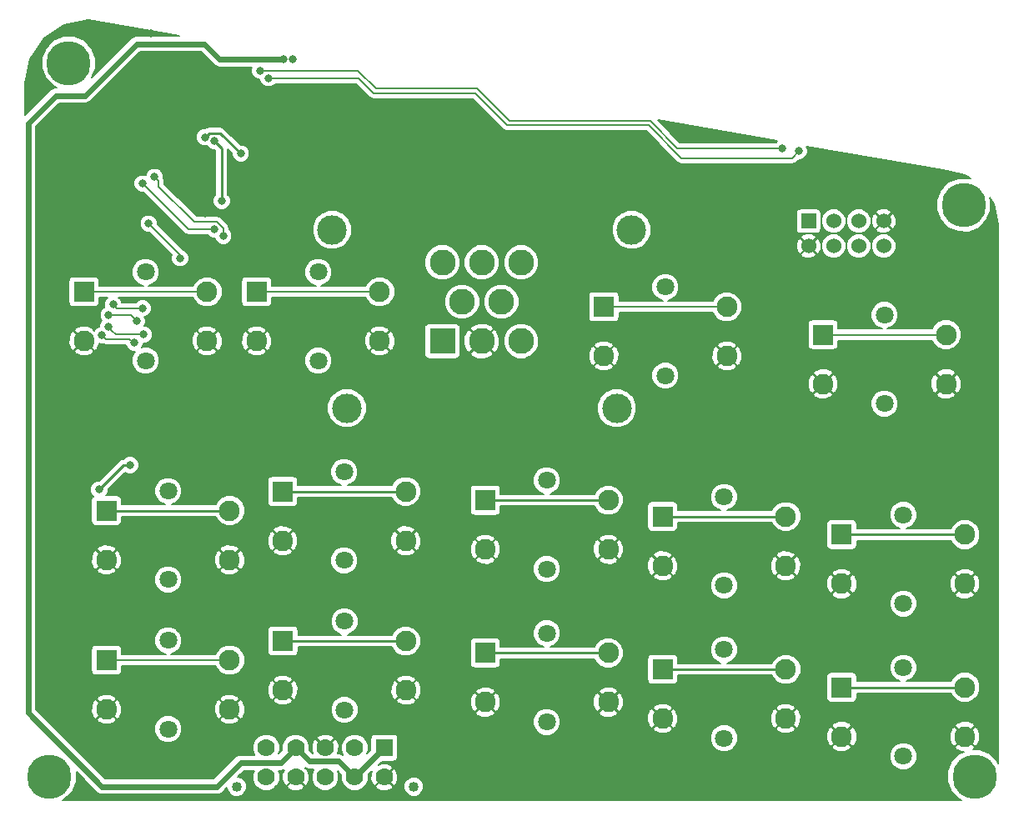
<source format=gbl>
G04 #@! TF.GenerationSoftware,KiCad,Pcbnew,(2017-01-11 revision e99b79cb2)-master*
G04 #@! TF.CreationDate,2017-10-24T08:44:47+03:00*
G04 #@! TF.ProjectId,right_keypad,72696768745F6B65797061642E6B6963,rev?*
G04 #@! TF.FileFunction,Copper,L2,Bot,Signal*
G04 #@! TF.FilePolarity,Positive*
%FSLAX46Y46*%
G04 Gerber Fmt 4.6, Leading zero omitted, Abs format (unit mm)*
G04 Created by KiCad (PCBNEW (2017-01-11 revision e99b79cb2)-master) date Tue Oct 24 08:44:47 2017*
%MOMM*%
%LPD*%
G01*
G04 APERTURE LIST*
%ADD10C,0.100000*%
%ADD11R,1.778000X1.778000*%
%ADD12C,1.778000*%
%ADD13C,1.018540*%
%ADD14R,2.098040X2.098040*%
%ADD15C,2.098040*%
%ADD16C,1.798320*%
%ADD17R,2.623820X2.623820*%
%ADD18C,2.623820*%
%ADD19C,2.999740*%
%ADD20R,1.524000X1.524000*%
%ADD21C,1.524000*%
%ADD22C,4.500000*%
%ADD23C,0.800000*%
%ADD24C,0.200000*%
%ADD25C,0.250000*%
%ADD26C,0.600000*%
G04 APERTURE END LIST*
D10*
D11*
X91135200Y-134010400D03*
D12*
X88138000Y-134010400D03*
X85140800Y-134010400D03*
X82143600Y-134010400D03*
X79146400Y-134010400D03*
X91135200Y-137007600D03*
X88138000Y-137007600D03*
X85140800Y-137007600D03*
X82143600Y-137007600D03*
X79146400Y-137007600D03*
D13*
X94140020Y-137949940D03*
X76141580Y-137949940D03*
D14*
X101384100Y-124388880D03*
D15*
X113880900Y-124388880D03*
X101384100Y-129387600D03*
X113880900Y-129387600D03*
D16*
X107632500Y-122389900D03*
X107632500Y-131386580D03*
D17*
X97030540Y-92707460D03*
D18*
X101028500Y-92707460D03*
X105026460Y-92707460D03*
X99029520Y-88709500D03*
X103027480Y-88709500D03*
X97030540Y-84711540D03*
X101028500Y-84711540D03*
X105026460Y-84711540D03*
D19*
X87330280Y-99507040D03*
X114726720Y-99507040D03*
X116227860Y-81409540D03*
X85829140Y-81409540D03*
D14*
X80835500Y-123167140D03*
D15*
X93332300Y-123167140D03*
X80835500Y-128165860D03*
X93332300Y-128165860D03*
D16*
X87083900Y-121168160D03*
X87083900Y-130164840D03*
D14*
X80810100Y-107993180D03*
D15*
X93306900Y-107993180D03*
X80810100Y-112991900D03*
X93306900Y-112991900D03*
D16*
X87058500Y-105994200D03*
X87058500Y-114990880D03*
D14*
X62928500Y-109931200D03*
D15*
X75425300Y-109931200D03*
X62928500Y-114929920D03*
X75425300Y-114929920D03*
D16*
X69176900Y-107932220D03*
X69176900Y-116928900D03*
D14*
X137579100Y-127876300D03*
D15*
X150075900Y-127876300D03*
X137579100Y-132875020D03*
X150075900Y-132875020D03*
D16*
X143827500Y-125877320D03*
X143827500Y-134874000D03*
D14*
X119392700Y-126047500D03*
D15*
X131889500Y-126047500D03*
X119392700Y-131046220D03*
X131889500Y-131046220D03*
D16*
X125641100Y-124048520D03*
X125641100Y-133045200D03*
D14*
X137579100Y-112361980D03*
D15*
X150075900Y-112361980D03*
X137579100Y-117360700D03*
X150075900Y-117360700D03*
D16*
X143827500Y-110363000D03*
X143827500Y-119359680D03*
D14*
X119392700Y-110533180D03*
D15*
X131889500Y-110533180D03*
X119392700Y-115531900D03*
X131889500Y-115531900D03*
D16*
X125641100Y-108534200D03*
X125641100Y-117530880D03*
D14*
X101384100Y-108864400D03*
D15*
X113880900Y-108864400D03*
X101384100Y-113863120D03*
X113880900Y-113863120D03*
D16*
X107632500Y-106865420D03*
X107632500Y-115862100D03*
D14*
X135674100Y-92052140D03*
D15*
X148170900Y-92052140D03*
X135674100Y-97050860D03*
X148170900Y-97050860D03*
D16*
X141922500Y-90053160D03*
X141922500Y-99049840D03*
D14*
X113423700Y-89217500D03*
D15*
X125920500Y-89217500D03*
X113423700Y-94216220D03*
X125920500Y-94216220D03*
D16*
X119672100Y-87218520D03*
X119672100Y-96215200D03*
D14*
X60642500Y-87693500D03*
D15*
X73139300Y-87693500D03*
X60642500Y-92692220D03*
X73139300Y-92692220D03*
D16*
X66890900Y-85694520D03*
X66890900Y-94691200D03*
D14*
X78168500Y-87693500D03*
D15*
X90665300Y-87693500D03*
X78168500Y-92692220D03*
X90665300Y-92692220D03*
D16*
X84416900Y-85694520D03*
X84416900Y-94691200D03*
D20*
X134213600Y-80518000D03*
D21*
X134213600Y-83058000D03*
X136753600Y-80518000D03*
X136753600Y-83058000D03*
X139293600Y-80518000D03*
X139293600Y-83058000D03*
X141833600Y-80518000D03*
X141833600Y-83058000D03*
D22*
X149967700Y-78886300D03*
X59076840Y-64487040D03*
X57114700Y-136941300D03*
X151063700Y-136941300D03*
D14*
X62928500Y-125112780D03*
D15*
X75425300Y-125112780D03*
X62928500Y-130111500D03*
X75425300Y-130111500D03*
D16*
X69176900Y-123113800D03*
X69176900Y-132110480D03*
D23*
X98094800Y-68580000D03*
X108661200Y-75895200D03*
X106832400Y-88544400D03*
X110642400Y-79044800D03*
X88747600Y-75692000D03*
X90474800Y-71831200D03*
X92964000Y-77470000D03*
X80314800Y-79197200D03*
X88442800Y-84937600D03*
X94386400Y-83464400D03*
X94132400Y-89763600D03*
X94234000Y-100126800D03*
X104902000Y-103327200D03*
X110845600Y-97891600D03*
X111048800Y-84277200D03*
X126695200Y-80213200D03*
X124409200Y-83921600D03*
X122834400Y-79959200D03*
X134975600Y-73558400D03*
X146558000Y-76250800D03*
X152704800Y-88138000D03*
X152908000Y-101752400D03*
X153009600Y-114350800D03*
X152958800Y-127711200D03*
X147726400Y-131419600D03*
X147066000Y-138938000D03*
X129286000Y-138734800D03*
X112064800Y-138734800D03*
X96520000Y-138734800D03*
X74269600Y-135940800D03*
X63398400Y-136702800D03*
X56184800Y-129641600D03*
X56134000Y-113944400D03*
X58267600Y-86004400D03*
X56083200Y-72644000D03*
X67411600Y-61468000D03*
X55676800Y-66700400D03*
X58369200Y-69646800D03*
X118973600Y-73456800D03*
X117805200Y-72085200D03*
X66877102Y-74962530D03*
X72940659Y-79721043D03*
X61633549Y-70991568D03*
X58318400Y-81292790D03*
X64109600Y-97028000D03*
X62128400Y-97180400D03*
X60198000Y-97180400D03*
X75691299Y-74384309D03*
X67970400Y-71526400D03*
X85289955Y-74323645D03*
X68275200Y-64465200D03*
X63144400Y-61264800D03*
X79502000Y-75641200D03*
X79705200Y-68732400D03*
X90576400Y-79095600D03*
X121361200Y-71780400D03*
X124561600Y-77266800D03*
X120142000Y-76403200D03*
X81838800Y-64109600D03*
X80873600Y-64109600D03*
X62179200Y-107797600D03*
X65328800Y-105308400D03*
X65735200Y-92862400D03*
X62433200Y-92100400D03*
X63082410Y-91287600D03*
X66700400Y-92049600D03*
X70408800Y-84277200D03*
X67208400Y-80772000D03*
X65989200Y-90678000D03*
X63144400Y-90068400D03*
X66598800Y-89357200D03*
X63601600Y-89001600D03*
X74777600Y-82042000D03*
X67818000Y-76047600D03*
X73863200Y-81330800D03*
X66598800Y-76708000D03*
X72936793Y-71984935D03*
X76564192Y-73674514D03*
X73858730Y-72372305D03*
X74625200Y-78486000D03*
X131521200Y-73152000D03*
X78536800Y-65227200D03*
X133248400Y-73406000D03*
X79349600Y-65989200D03*
D24*
X110642400Y-79044800D02*
X110642400Y-77876400D01*
X110642400Y-77876400D02*
X108661200Y-75895200D01*
X110642400Y-79044800D02*
X110642400Y-84734400D01*
X110642400Y-84734400D02*
X106832400Y-88544400D01*
X94792800Y-75692000D02*
X98145600Y-79044800D01*
X98145600Y-79044800D02*
X110642400Y-79044800D01*
X88747600Y-75692000D02*
X94792800Y-75692000D01*
X90474800Y-71831200D02*
X88747600Y-73558400D01*
X88747600Y-73558400D02*
X88747600Y-75692000D01*
X80314800Y-79197200D02*
X82042000Y-77470000D01*
X82042000Y-77470000D02*
X92964000Y-77470000D01*
X88442800Y-84937600D02*
X86055200Y-84937600D01*
X86055200Y-84937600D02*
X80314800Y-79197200D01*
X94386400Y-83464400D02*
X92913200Y-84937600D01*
X92913200Y-84937600D02*
X88442800Y-84937600D01*
X94132400Y-89763600D02*
X94132400Y-83718400D01*
X94132400Y-83718400D02*
X94386400Y-83464400D01*
X104902000Y-103327200D02*
X97434400Y-103327200D01*
X97434400Y-103327200D02*
X94234000Y-100126800D01*
X111048800Y-84277200D02*
X111048800Y-97688400D01*
X111048800Y-97688400D02*
X110845600Y-97891600D01*
X124409200Y-83921600D02*
X126695200Y-81635600D01*
X126695200Y-81635600D02*
X126695200Y-80213200D01*
X123145601Y-77666799D02*
X122834400Y-77978000D01*
X122834400Y-77978000D02*
X122834400Y-79959200D01*
X124561600Y-77266800D02*
X124161601Y-77666799D01*
X124161601Y-77666799D02*
X123145601Y-77666799D01*
X134975600Y-73558400D02*
X131267200Y-77266800D01*
X131267200Y-77266800D02*
X124561600Y-77266800D01*
X152704800Y-88138000D02*
X146558000Y-81991200D01*
X146558000Y-81991200D02*
X146558000Y-76250800D01*
X153009600Y-114350800D02*
X153009600Y-101854000D01*
X153009600Y-101854000D02*
X152908000Y-101752400D01*
X147726400Y-131419600D02*
X149250400Y-131419600D01*
X149250400Y-131419600D02*
X152958800Y-127711200D01*
X129286000Y-138734800D02*
X146862800Y-138734800D01*
X146862800Y-138734800D02*
X147066000Y-138938000D01*
X96520000Y-138734800D02*
X112064800Y-138734800D01*
X56184800Y-129641600D02*
X63246000Y-136702800D01*
X63246000Y-136702800D02*
X63398400Y-136702800D01*
X60198000Y-97180400D02*
X60198000Y-109880400D01*
X60198000Y-109880400D02*
X56134000Y-113944400D01*
X58267600Y-86004400D02*
X58267600Y-95250000D01*
X58267600Y-95250000D02*
X60198000Y-97180400D01*
X58318400Y-81292790D02*
X58318400Y-85953600D01*
X58318400Y-85953600D02*
X58267600Y-86004400D01*
X63144400Y-61264800D02*
X67208400Y-61264800D01*
X67208400Y-61264800D02*
X67411600Y-61468000D01*
D25*
X61633549Y-70991568D02*
X59713968Y-70991568D01*
X59713968Y-70991568D02*
X58369200Y-69646800D01*
D24*
X117805200Y-72085200D02*
X117805200Y-72288400D01*
X117805200Y-72288400D02*
X118973600Y-73456800D01*
D26*
X82143600Y-134010400D02*
X80619600Y-135534400D01*
X80619600Y-135534400D02*
X76555600Y-135534400D01*
X76555600Y-135534400D02*
X74117200Y-137972800D01*
X74117200Y-137972800D02*
X62484000Y-137972800D01*
X62484000Y-137972800D02*
X54965600Y-130454400D01*
X54965600Y-130454400D02*
X54965600Y-70561200D01*
X54965600Y-70561200D02*
X57759600Y-67767200D01*
X57759600Y-67767200D02*
X60756800Y-67767200D01*
X60756800Y-67767200D02*
X65989200Y-62534800D01*
X65989200Y-62534800D02*
X72847200Y-62534800D01*
X72847200Y-62534800D02*
X74422000Y-64109600D01*
X74422000Y-64109600D02*
X80873600Y-64109600D01*
X91135200Y-134010400D02*
X88138000Y-137007600D01*
X82143600Y-134010400D02*
X83532601Y-135399401D01*
X83532601Y-135399401D02*
X86529801Y-135399401D01*
X86529801Y-135399401D02*
X87249001Y-136118601D01*
X87249001Y-136118601D02*
X88138000Y-137007600D01*
D25*
X65328800Y-105308400D02*
X64668400Y-105308400D01*
X64668400Y-105308400D02*
X62179200Y-107797600D01*
D24*
X65271599Y-92500399D02*
X65633600Y-92862400D01*
X65633600Y-92862400D02*
X65735200Y-92862400D01*
X62433200Y-92100400D02*
X62833199Y-92500399D01*
X62833199Y-92500399D02*
X65271599Y-92500399D01*
D25*
X80835500Y-123167140D02*
X93332300Y-123167140D01*
D24*
X75425300Y-125112780D02*
X62928500Y-125112780D01*
X63844410Y-92049600D02*
X63482409Y-91687599D01*
X63482409Y-91687599D02*
X63082410Y-91287600D01*
X66700400Y-92049600D02*
X63844410Y-92049600D01*
D25*
X93306900Y-107993180D02*
X80810100Y-107993180D01*
X62928500Y-109931200D02*
X64227520Y-109931200D01*
X64227520Y-109931200D02*
X75425300Y-109931200D01*
D24*
X67208400Y-80772000D02*
X70408800Y-83972400D01*
X70408800Y-83972400D02*
X70408800Y-84277200D01*
D25*
X137579100Y-127876300D02*
X138878120Y-127876300D01*
X138878120Y-127876300D02*
X150075900Y-127876300D01*
X119392700Y-126047500D02*
X131889500Y-126047500D01*
D24*
X65989200Y-90678000D02*
X65379600Y-90068400D01*
X65379600Y-90068400D02*
X63144400Y-90068400D01*
D25*
X113880900Y-124388880D02*
X101384100Y-124388880D01*
X150075900Y-112361980D02*
X137579100Y-112361980D01*
X131889500Y-110533180D02*
X119392700Y-110533180D01*
D24*
X66598800Y-89357200D02*
X63957200Y-89357200D01*
X63957200Y-89357200D02*
X63601600Y-89001600D01*
D25*
X101384100Y-108864400D02*
X113880900Y-108864400D01*
D24*
X74777600Y-81229200D02*
X74777600Y-82042000D01*
X74168000Y-80619600D02*
X74777600Y-81229200D01*
X71831200Y-80619600D02*
X74168000Y-80619600D01*
X68217999Y-77006399D02*
X71831200Y-80619600D01*
X67818000Y-76047600D02*
X68217999Y-76447599D01*
X68217999Y-76447599D02*
X68217999Y-77006399D01*
X135674100Y-92052140D02*
X148170900Y-92052140D01*
X71221600Y-81330800D02*
X73863200Y-81330800D01*
X66598800Y-76708000D02*
X71221600Y-81330800D01*
X113423700Y-89217500D02*
X114672720Y-89217500D01*
X114672720Y-89217500D02*
X125920500Y-89217500D01*
X60642500Y-87693500D02*
X73139300Y-87693500D01*
X78168500Y-87693500D02*
X90665300Y-87693500D01*
D25*
X73336792Y-71584936D02*
X72936793Y-71984935D01*
X74474614Y-71584936D02*
X73336792Y-71584936D01*
X76564192Y-73674514D02*
X74474614Y-71584936D01*
X74625200Y-73138775D02*
X74258729Y-72772304D01*
X74625200Y-78486000D02*
X74625200Y-73138775D01*
X74258729Y-72772304D02*
X73858730Y-72372305D01*
D24*
X120904000Y-73101200D02*
X131470400Y-73101200D01*
X131470400Y-73101200D02*
X131521200Y-73152000D01*
X118160800Y-70358000D02*
X120904000Y-73101200D01*
X103886000Y-70358000D02*
X118160800Y-70358000D01*
X100584000Y-67056000D02*
X103886000Y-70358000D01*
X90271600Y-67056000D02*
X100584000Y-67056000D01*
X88442800Y-65227200D02*
X90271600Y-67056000D01*
X78536800Y-65227200D02*
X88442800Y-65227200D01*
X121310400Y-74117200D02*
X132537200Y-74117200D01*
X132537200Y-74117200D02*
X133248400Y-73406000D01*
X117957600Y-70764400D02*
X121310400Y-74117200D01*
X103632000Y-70764400D02*
X117957600Y-70764400D01*
X100380800Y-67513200D02*
X103632000Y-70764400D01*
X90068400Y-67513200D02*
X100380800Y-67513200D01*
X88544400Y-65989200D02*
X90068400Y-67513200D01*
X79349600Y-65989200D02*
X88544400Y-65989200D01*
G36*
X73856315Y-64675286D02*
X74011897Y-64779242D01*
X74115853Y-64848704D01*
X74422000Y-64909600D01*
X77694174Y-64909600D01*
X77636957Y-65047394D01*
X77636644Y-65405436D01*
X77773372Y-65736343D01*
X78026325Y-65989738D01*
X78356994Y-66127043D01*
X78449479Y-66127124D01*
X78449444Y-66167436D01*
X78586172Y-66498343D01*
X78839125Y-66751738D01*
X79169794Y-66889043D01*
X79527836Y-66889356D01*
X79858743Y-66752628D01*
X80022457Y-66589200D01*
X88295872Y-66589200D01*
X89644136Y-67937464D01*
X89838789Y-68067528D01*
X90068400Y-68113200D01*
X100132272Y-68113200D01*
X103207736Y-71188664D01*
X103402390Y-71318728D01*
X103632000Y-71364400D01*
X117709072Y-71364400D01*
X120886136Y-74541464D01*
X121080790Y-74671528D01*
X121310400Y-74717200D01*
X132537200Y-74717200D01*
X132766810Y-74671528D01*
X132961464Y-74541464D01*
X133196973Y-74305955D01*
X133426636Y-74306156D01*
X133757543Y-74169428D01*
X134010938Y-73916475D01*
X134148243Y-73585806D01*
X134148556Y-73227764D01*
X134023152Y-72924262D01*
X147861850Y-75355511D01*
X150076185Y-75795969D01*
X150699733Y-76212610D01*
X150517109Y-76136778D01*
X149423091Y-76135823D01*
X148411985Y-76553604D01*
X147637723Y-77326516D01*
X147218178Y-78336891D01*
X147217223Y-79430909D01*
X147635004Y-80442015D01*
X148407916Y-81216277D01*
X149418291Y-81635822D01*
X150512309Y-81636777D01*
X151523415Y-81218996D01*
X152297677Y-80446084D01*
X152717222Y-79435709D01*
X152718177Y-78341691D01*
X152639674Y-78151699D01*
X153058031Y-78777815D01*
X153488700Y-80942935D01*
X153488700Y-135608977D01*
X153396396Y-135385585D01*
X152623484Y-134611323D01*
X151613109Y-134191778D01*
X150948105Y-134191197D01*
X150983887Y-134167289D01*
X151086463Y-133920938D01*
X150075900Y-132910375D01*
X149065337Y-133920938D01*
X149167913Y-134167289D01*
X149731560Y-134416393D01*
X149960199Y-134421753D01*
X149507985Y-134608604D01*
X148733723Y-135381516D01*
X148314178Y-136391891D01*
X148313223Y-137485909D01*
X148731004Y-138497015D01*
X149503916Y-139271277D01*
X149732756Y-139366300D01*
X58447023Y-139366300D01*
X58670415Y-139273996D01*
X59444677Y-138501084D01*
X59864222Y-137490709D01*
X59865100Y-136485270D01*
X61918314Y-138538485D01*
X62177853Y-138711904D01*
X62484000Y-138772800D01*
X74117200Y-138772800D01*
X74423347Y-138711904D01*
X74682885Y-138538485D01*
X75132188Y-138089182D01*
X75132135Y-138149815D01*
X75285463Y-138520899D01*
X75569128Y-138805059D01*
X75939943Y-138959035D01*
X76341455Y-138959385D01*
X76712539Y-138806057D01*
X76996699Y-138522392D01*
X77150675Y-138151577D01*
X77151025Y-137750065D01*
X76997697Y-137378981D01*
X76714032Y-137094821D01*
X76343217Y-136940845D01*
X76280580Y-136940790D01*
X76886971Y-136334400D01*
X77921950Y-136334400D01*
X77757642Y-136730099D01*
X77757160Y-137282677D01*
X77968177Y-137793377D01*
X78358567Y-138184450D01*
X78868899Y-138396358D01*
X79421477Y-138396840D01*
X79932177Y-138185823D01*
X80180302Y-137938131D01*
X81248424Y-137938131D01*
X81331527Y-138167855D01*
X81837353Y-138390303D01*
X82389802Y-138402247D01*
X82904769Y-138201868D01*
X82955673Y-138167855D01*
X83038776Y-137938131D01*
X82143600Y-137042955D01*
X81248424Y-137938131D01*
X80180302Y-137938131D01*
X80323250Y-137795433D01*
X80535158Y-137285101D01*
X80535640Y-136732523D01*
X80371139Y-136334400D01*
X80619600Y-136334400D01*
X80925747Y-136273504D01*
X80958751Y-136251451D01*
X80760897Y-136701353D01*
X80748953Y-137253802D01*
X80949332Y-137768769D01*
X80983345Y-137819673D01*
X81213069Y-137902776D01*
X82108245Y-137007600D01*
X82094103Y-136993458D01*
X82129458Y-136958103D01*
X82143600Y-136972245D01*
X82157743Y-136958103D01*
X82193098Y-136993458D01*
X82178955Y-137007600D01*
X83074131Y-137902776D01*
X83303855Y-137819673D01*
X83526303Y-137313847D01*
X83538247Y-136761398D01*
X83337868Y-136246431D01*
X83303855Y-136195527D01*
X83074133Y-136112425D01*
X83119511Y-136067047D01*
X83226454Y-136138505D01*
X83532601Y-136199401D01*
X83984352Y-136199401D01*
X83963950Y-136219767D01*
X83752042Y-136730099D01*
X83751560Y-137282677D01*
X83962577Y-137793377D01*
X84352967Y-138184450D01*
X84863299Y-138396358D01*
X85415877Y-138396840D01*
X85926577Y-138185823D01*
X86317650Y-137795433D01*
X86529558Y-137285101D01*
X86530040Y-136732523D01*
X86388148Y-136389119D01*
X86683315Y-136684286D01*
X86683318Y-136684288D01*
X86749224Y-136750195D01*
X86748760Y-137282677D01*
X86959777Y-137793377D01*
X87350167Y-138184450D01*
X87860499Y-138396358D01*
X88413077Y-138396840D01*
X88923777Y-138185823D01*
X89171902Y-137938131D01*
X90240024Y-137938131D01*
X90323127Y-138167855D01*
X90828953Y-138390303D01*
X91381402Y-138402247D01*
X91896369Y-138201868D01*
X91947273Y-138167855D01*
X91953798Y-138149815D01*
X93130575Y-138149815D01*
X93283903Y-138520899D01*
X93567568Y-138805059D01*
X93938383Y-138959035D01*
X94339895Y-138959385D01*
X94710979Y-138806057D01*
X94995139Y-138522392D01*
X95149115Y-138151577D01*
X95149465Y-137750065D01*
X94996137Y-137378981D01*
X94712472Y-137094821D01*
X94341657Y-136940845D01*
X93940145Y-136940495D01*
X93569061Y-137093823D01*
X93284901Y-137377488D01*
X93130925Y-137748303D01*
X93130575Y-138149815D01*
X91953798Y-138149815D01*
X92030376Y-137938131D01*
X91135200Y-137042955D01*
X90240024Y-137938131D01*
X89171902Y-137938131D01*
X89314850Y-137795433D01*
X89526758Y-137285101D01*
X89527225Y-136749745D01*
X89891345Y-136385625D01*
X89752497Y-136701353D01*
X89740553Y-137253802D01*
X89940932Y-137768769D01*
X89974945Y-137819673D01*
X90204669Y-137902776D01*
X91099845Y-137007600D01*
X91170555Y-137007600D01*
X92065731Y-137902776D01*
X92295455Y-137819673D01*
X92517903Y-137313847D01*
X92529847Y-136761398D01*
X92329468Y-136246431D01*
X92295455Y-136195527D01*
X92065731Y-136112424D01*
X91170555Y-137007600D01*
X91099845Y-137007600D01*
X91085703Y-136993458D01*
X91121058Y-136958103D01*
X91135200Y-136972245D01*
X92030376Y-136077069D01*
X91947273Y-135847345D01*
X91441447Y-135624897D01*
X90888998Y-135612953D01*
X90520715Y-135756256D01*
X90867776Y-135409195D01*
X92024200Y-135409195D01*
X92219290Y-135370389D01*
X92384680Y-135259880D01*
X92457371Y-135151089D01*
X142428098Y-135151089D01*
X142640658Y-135665525D01*
X143033905Y-136059458D01*
X143547969Y-136272916D01*
X144104589Y-136273402D01*
X144619025Y-136060842D01*
X145012958Y-135667595D01*
X145226416Y-135153531D01*
X145226902Y-134596911D01*
X145014342Y-134082475D01*
X144621095Y-133688542D01*
X144107031Y-133475084D01*
X143550411Y-133474598D01*
X143035975Y-133687158D01*
X142642042Y-134080405D01*
X142428584Y-134594469D01*
X142428098Y-135151089D01*
X92457371Y-135151089D01*
X92495189Y-135094490D01*
X92533995Y-134899400D01*
X92533995Y-133322289D01*
X124241698Y-133322289D01*
X124454258Y-133836725D01*
X124847505Y-134230658D01*
X125361569Y-134444116D01*
X125918189Y-134444602D01*
X126432625Y-134232042D01*
X126744271Y-133920938D01*
X136568537Y-133920938D01*
X136671113Y-134167289D01*
X137234760Y-134416393D01*
X137850829Y-134430835D01*
X138425529Y-134208420D01*
X138487087Y-134167289D01*
X138589663Y-133920938D01*
X137579100Y-132910375D01*
X136568537Y-133920938D01*
X126744271Y-133920938D01*
X126826558Y-133838795D01*
X127040016Y-133324731D01*
X127040171Y-133146749D01*
X136023285Y-133146749D01*
X136245700Y-133721449D01*
X136286831Y-133783007D01*
X136533182Y-133885583D01*
X137543745Y-132875020D01*
X137614455Y-132875020D01*
X138625018Y-133885583D01*
X138871369Y-133783007D01*
X139120473Y-133219360D01*
X139122175Y-133146749D01*
X148520085Y-133146749D01*
X148742500Y-133721449D01*
X148783631Y-133783007D01*
X149029982Y-133885583D01*
X150040545Y-132875020D01*
X150111255Y-132875020D01*
X151121818Y-133885583D01*
X151368169Y-133783007D01*
X151617273Y-133219360D01*
X151631715Y-132603291D01*
X151409300Y-132028591D01*
X151368169Y-131967033D01*
X151121818Y-131864457D01*
X150111255Y-132875020D01*
X150040545Y-132875020D01*
X149029982Y-131864457D01*
X148783631Y-131967033D01*
X148534527Y-132530680D01*
X148520085Y-133146749D01*
X139122175Y-133146749D01*
X139134915Y-132603291D01*
X138912500Y-132028591D01*
X138871369Y-131967033D01*
X138625018Y-131864457D01*
X137614455Y-132875020D01*
X137543745Y-132875020D01*
X136533182Y-131864457D01*
X136286831Y-131967033D01*
X136037727Y-132530680D01*
X136023285Y-133146749D01*
X127040171Y-133146749D01*
X127040502Y-132768111D01*
X126827942Y-132253675D01*
X126666687Y-132092138D01*
X130878937Y-132092138D01*
X130981513Y-132338489D01*
X131545160Y-132587593D01*
X132161229Y-132602035D01*
X132735929Y-132379620D01*
X132797487Y-132338489D01*
X132900063Y-132092138D01*
X131889500Y-131081575D01*
X130878937Y-132092138D01*
X126666687Y-132092138D01*
X126434695Y-131859742D01*
X125920631Y-131646284D01*
X125364011Y-131645798D01*
X124849575Y-131858358D01*
X124455642Y-132251605D01*
X124242184Y-132765669D01*
X124241698Y-133322289D01*
X92533995Y-133322289D01*
X92533995Y-133121400D01*
X92495189Y-132926310D01*
X92384680Y-132760920D01*
X92219290Y-132650411D01*
X92024200Y-132611605D01*
X90246200Y-132611605D01*
X90051110Y-132650411D01*
X89885720Y-132760920D01*
X89775211Y-132926310D01*
X89736405Y-133121400D01*
X89736405Y-134277824D01*
X89385045Y-134629184D01*
X89526758Y-134287901D01*
X89527240Y-133735323D01*
X89316223Y-133224623D01*
X88925833Y-132833550D01*
X88415501Y-132621642D01*
X87862923Y-132621160D01*
X87352223Y-132832177D01*
X86961150Y-133222567D01*
X86749242Y-133732899D01*
X86748760Y-134285477D01*
X86929446Y-134722771D01*
X86835948Y-134660297D01*
X86529801Y-134599401D01*
X86399156Y-134599401D01*
X86523503Y-134316647D01*
X86535447Y-133764198D01*
X86335068Y-133249231D01*
X86301055Y-133198327D01*
X86071331Y-133115224D01*
X85176155Y-134010400D01*
X85190298Y-134024543D01*
X85154943Y-134059898D01*
X85140800Y-134045755D01*
X85126658Y-134059898D01*
X85091303Y-134024543D01*
X85105445Y-134010400D01*
X84210269Y-133115224D01*
X83980545Y-133198327D01*
X83758097Y-133704153D01*
X83746153Y-134256602D01*
X83879540Y-134599401D01*
X83863971Y-134599401D01*
X83532376Y-134267806D01*
X83532840Y-133735323D01*
X83321823Y-133224623D01*
X83177322Y-133079869D01*
X84245624Y-133079869D01*
X85140800Y-133975045D01*
X86035976Y-133079869D01*
X85952873Y-132850145D01*
X85447047Y-132627697D01*
X84894598Y-132615753D01*
X84379631Y-132816132D01*
X84328727Y-132850145D01*
X84245624Y-133079869D01*
X83177322Y-133079869D01*
X82931433Y-132833550D01*
X82421101Y-132621642D01*
X81868523Y-132621160D01*
X81357823Y-132832177D01*
X80966750Y-133222567D01*
X80754842Y-133732899D01*
X80754375Y-134268255D01*
X80393445Y-134629185D01*
X80535158Y-134287901D01*
X80535640Y-133735323D01*
X80324623Y-133224623D01*
X79934233Y-132833550D01*
X79423901Y-132621642D01*
X78871323Y-132621160D01*
X78360623Y-132832177D01*
X77969550Y-133222567D01*
X77757642Y-133732899D01*
X77757160Y-134285477D01*
X77942651Y-134734400D01*
X76555600Y-134734400D01*
X76249453Y-134795296D01*
X75989914Y-134968715D01*
X73785830Y-137172800D01*
X62815371Y-137172800D01*
X58030140Y-132387569D01*
X67777498Y-132387569D01*
X67990058Y-132902005D01*
X68383305Y-133295938D01*
X68897369Y-133509396D01*
X69453989Y-133509882D01*
X69968425Y-133297322D01*
X70362358Y-132904075D01*
X70575816Y-132390011D01*
X70576302Y-131833391D01*
X70363742Y-131318955D01*
X70202487Y-131157418D01*
X74414737Y-131157418D01*
X74517313Y-131403769D01*
X75080960Y-131652873D01*
X75697029Y-131667315D01*
X75706449Y-131663669D01*
X106233098Y-131663669D01*
X106445658Y-132178105D01*
X106838905Y-132572038D01*
X107352969Y-132785496D01*
X107909589Y-132785982D01*
X108424025Y-132573422D01*
X108817958Y-132180175D01*
X108854514Y-132092138D01*
X118382137Y-132092138D01*
X118484713Y-132338489D01*
X119048360Y-132587593D01*
X119664429Y-132602035D01*
X120239129Y-132379620D01*
X120300687Y-132338489D01*
X120403263Y-132092138D01*
X119392700Y-131081575D01*
X118382137Y-132092138D01*
X108854514Y-132092138D01*
X109031416Y-131666111D01*
X109031719Y-131317949D01*
X117836885Y-131317949D01*
X118059300Y-131892649D01*
X118100431Y-131954207D01*
X118346782Y-132056783D01*
X119357345Y-131046220D01*
X119428055Y-131046220D01*
X120438618Y-132056783D01*
X120684969Y-131954207D01*
X120934073Y-131390560D01*
X120935775Y-131317949D01*
X130333685Y-131317949D01*
X130556100Y-131892649D01*
X130597231Y-131954207D01*
X130843582Y-132056783D01*
X131854145Y-131046220D01*
X131924855Y-131046220D01*
X132935418Y-132056783D01*
X133181769Y-131954207D01*
X133237059Y-131829102D01*
X136568537Y-131829102D01*
X137579100Y-132839665D01*
X138589663Y-131829102D01*
X149065337Y-131829102D01*
X150075900Y-132839665D01*
X151086463Y-131829102D01*
X150983887Y-131582751D01*
X150420240Y-131333647D01*
X149804171Y-131319205D01*
X149229471Y-131541620D01*
X149167913Y-131582751D01*
X149065337Y-131829102D01*
X138589663Y-131829102D01*
X138487087Y-131582751D01*
X137923440Y-131333647D01*
X137307371Y-131319205D01*
X136732671Y-131541620D01*
X136671113Y-131582751D01*
X136568537Y-131829102D01*
X133237059Y-131829102D01*
X133430873Y-131390560D01*
X133445315Y-130774491D01*
X133222900Y-130199791D01*
X133181769Y-130138233D01*
X132935418Y-130035657D01*
X131924855Y-131046220D01*
X131854145Y-131046220D01*
X130843582Y-130035657D01*
X130597231Y-130138233D01*
X130348127Y-130701880D01*
X130333685Y-131317949D01*
X120935775Y-131317949D01*
X120948515Y-130774491D01*
X120726100Y-130199791D01*
X120684969Y-130138233D01*
X120438618Y-130035657D01*
X119428055Y-131046220D01*
X119357345Y-131046220D01*
X118346782Y-130035657D01*
X118100431Y-130138233D01*
X117851327Y-130701880D01*
X117836885Y-131317949D01*
X109031719Y-131317949D01*
X109031902Y-131109491D01*
X108819342Y-130595055D01*
X108658087Y-130433518D01*
X112870337Y-130433518D01*
X112972913Y-130679869D01*
X113536560Y-130928973D01*
X114152629Y-130943415D01*
X114727329Y-130721000D01*
X114788887Y-130679869D01*
X114891463Y-130433518D01*
X113880900Y-129422955D01*
X112870337Y-130433518D01*
X108658087Y-130433518D01*
X108426095Y-130201122D01*
X107912031Y-129987664D01*
X107355411Y-129987178D01*
X106840975Y-130199738D01*
X106447042Y-130592985D01*
X106233584Y-131107049D01*
X106233098Y-131663669D01*
X75706449Y-131663669D01*
X76271729Y-131444900D01*
X76333287Y-131403769D01*
X76435863Y-131157418D01*
X75425300Y-130146855D01*
X74414737Y-131157418D01*
X70202487Y-131157418D01*
X69970495Y-130925022D01*
X69456431Y-130711564D01*
X68899811Y-130711078D01*
X68385375Y-130923638D01*
X67991442Y-131316885D01*
X67777984Y-131830949D01*
X67777498Y-132387569D01*
X58030140Y-132387569D01*
X56799989Y-131157418D01*
X61917937Y-131157418D01*
X62020513Y-131403769D01*
X62584160Y-131652873D01*
X63200229Y-131667315D01*
X63774929Y-131444900D01*
X63836487Y-131403769D01*
X63939063Y-131157418D01*
X62928500Y-130146855D01*
X61917937Y-131157418D01*
X56799989Y-131157418D01*
X56025800Y-130383229D01*
X61372685Y-130383229D01*
X61595100Y-130957929D01*
X61636231Y-131019487D01*
X61882582Y-131122063D01*
X62893145Y-130111500D01*
X62963855Y-130111500D01*
X63974418Y-131122063D01*
X64220769Y-131019487D01*
X64469873Y-130455840D01*
X64471575Y-130383229D01*
X73869485Y-130383229D01*
X74091900Y-130957929D01*
X74133031Y-131019487D01*
X74379382Y-131122063D01*
X75389945Y-130111500D01*
X75460655Y-130111500D01*
X76471218Y-131122063D01*
X76717569Y-131019487D01*
X76966673Y-130455840D01*
X76966999Y-130441929D01*
X85684498Y-130441929D01*
X85897058Y-130956365D01*
X86290305Y-131350298D01*
X86804369Y-131563756D01*
X87360989Y-131564242D01*
X87875425Y-131351682D01*
X88269358Y-130958435D01*
X88482816Y-130444371D01*
X88482825Y-130433518D01*
X100373537Y-130433518D01*
X100476113Y-130679869D01*
X101039760Y-130928973D01*
X101655829Y-130943415D01*
X102230529Y-130721000D01*
X102292087Y-130679869D01*
X102394663Y-130433518D01*
X101384100Y-129422955D01*
X100373537Y-130433518D01*
X88482825Y-130433518D01*
X88483302Y-129887751D01*
X88270742Y-129373315D01*
X88109487Y-129211778D01*
X92321737Y-129211778D01*
X92424313Y-129458129D01*
X92987960Y-129707233D01*
X93604029Y-129721675D01*
X93765125Y-129659329D01*
X99828285Y-129659329D01*
X100050700Y-130234029D01*
X100091831Y-130295587D01*
X100338182Y-130398163D01*
X101348745Y-129387600D01*
X101419455Y-129387600D01*
X102430018Y-130398163D01*
X102676369Y-130295587D01*
X102925473Y-129731940D01*
X102927175Y-129659329D01*
X112325085Y-129659329D01*
X112547500Y-130234029D01*
X112588631Y-130295587D01*
X112834982Y-130398163D01*
X113845545Y-129387600D01*
X113916255Y-129387600D01*
X114926818Y-130398163D01*
X115173169Y-130295587D01*
X115303670Y-130000302D01*
X118382137Y-130000302D01*
X119392700Y-131010865D01*
X120403263Y-130000302D01*
X130878937Y-130000302D01*
X131889500Y-131010865D01*
X132900063Y-130000302D01*
X132797487Y-129753951D01*
X132233840Y-129504847D01*
X131617771Y-129490405D01*
X131043071Y-129712820D01*
X130981513Y-129753951D01*
X130878937Y-130000302D01*
X120403263Y-130000302D01*
X120300687Y-129753951D01*
X119737040Y-129504847D01*
X119120971Y-129490405D01*
X118546271Y-129712820D01*
X118484713Y-129753951D01*
X118382137Y-130000302D01*
X115303670Y-130000302D01*
X115422273Y-129731940D01*
X115436715Y-129115871D01*
X115214300Y-128541171D01*
X115173169Y-128479613D01*
X114926818Y-128377037D01*
X113916255Y-129387600D01*
X113845545Y-129387600D01*
X112834982Y-128377037D01*
X112588631Y-128479613D01*
X112339527Y-129043260D01*
X112325085Y-129659329D01*
X102927175Y-129659329D01*
X102939915Y-129115871D01*
X102717500Y-128541171D01*
X102676369Y-128479613D01*
X102430018Y-128377037D01*
X101419455Y-129387600D01*
X101348745Y-129387600D01*
X100338182Y-128377037D01*
X100091831Y-128479613D01*
X99842727Y-129043260D01*
X99828285Y-129659329D01*
X93765125Y-129659329D01*
X94178729Y-129499260D01*
X94240287Y-129458129D01*
X94342863Y-129211778D01*
X93332300Y-128201215D01*
X92321737Y-129211778D01*
X88109487Y-129211778D01*
X87877495Y-128979382D01*
X87363431Y-128765924D01*
X86806811Y-128765438D01*
X86292375Y-128977998D01*
X85898442Y-129371245D01*
X85684984Y-129885309D01*
X85684498Y-130441929D01*
X76966999Y-130441929D01*
X76981115Y-129839771D01*
X76758700Y-129265071D01*
X76723092Y-129211778D01*
X79824937Y-129211778D01*
X79927513Y-129458129D01*
X80491160Y-129707233D01*
X81107229Y-129721675D01*
X81681929Y-129499260D01*
X81743487Y-129458129D01*
X81846063Y-129211778D01*
X80835500Y-128201215D01*
X79824937Y-129211778D01*
X76723092Y-129211778D01*
X76717569Y-129203513D01*
X76471218Y-129100937D01*
X75460655Y-130111500D01*
X75389945Y-130111500D01*
X74379382Y-129100937D01*
X74133031Y-129203513D01*
X73883927Y-129767160D01*
X73869485Y-130383229D01*
X64471575Y-130383229D01*
X64484315Y-129839771D01*
X64261900Y-129265071D01*
X64220769Y-129203513D01*
X63974418Y-129100937D01*
X62963855Y-130111500D01*
X62893145Y-130111500D01*
X61882582Y-129100937D01*
X61636231Y-129203513D01*
X61387127Y-129767160D01*
X61372685Y-130383229D01*
X56025800Y-130383229D01*
X55765600Y-130123030D01*
X55765600Y-129065582D01*
X61917937Y-129065582D01*
X62928500Y-130076145D01*
X63939063Y-129065582D01*
X74414737Y-129065582D01*
X75425300Y-130076145D01*
X76435863Y-129065582D01*
X76333287Y-128819231D01*
X75769640Y-128570127D01*
X75153571Y-128555685D01*
X74578871Y-128778100D01*
X74517313Y-128819231D01*
X74414737Y-129065582D01*
X63939063Y-129065582D01*
X63836487Y-128819231D01*
X63272840Y-128570127D01*
X62656771Y-128555685D01*
X62082071Y-128778100D01*
X62020513Y-128819231D01*
X61917937Y-129065582D01*
X55765600Y-129065582D01*
X55765600Y-128437589D01*
X79279685Y-128437589D01*
X79502100Y-129012289D01*
X79543231Y-129073847D01*
X79789582Y-129176423D01*
X80800145Y-128165860D01*
X80870855Y-128165860D01*
X81881418Y-129176423D01*
X82127769Y-129073847D01*
X82376873Y-128510200D01*
X82378575Y-128437589D01*
X91776485Y-128437589D01*
X91998900Y-129012289D01*
X92040031Y-129073847D01*
X92286382Y-129176423D01*
X93296945Y-128165860D01*
X93367655Y-128165860D01*
X94378218Y-129176423D01*
X94624569Y-129073847D01*
X94873673Y-128510200D01*
X94877623Y-128341682D01*
X100373537Y-128341682D01*
X101384100Y-129352245D01*
X102394663Y-128341682D01*
X112870337Y-128341682D01*
X113880900Y-129352245D01*
X114891463Y-128341682D01*
X114788887Y-128095331D01*
X114225240Y-127846227D01*
X113609171Y-127831785D01*
X113034471Y-128054200D01*
X112972913Y-128095331D01*
X112870337Y-128341682D01*
X102394663Y-128341682D01*
X102292087Y-128095331D01*
X101728440Y-127846227D01*
X101112371Y-127831785D01*
X100537671Y-128054200D01*
X100476113Y-128095331D01*
X100373537Y-128341682D01*
X94877623Y-128341682D01*
X94888115Y-127894131D01*
X94665700Y-127319431D01*
X94624569Y-127257873D01*
X94378218Y-127155297D01*
X93367655Y-128165860D01*
X93296945Y-128165860D01*
X92286382Y-127155297D01*
X92040031Y-127257873D01*
X91790927Y-127821520D01*
X91776485Y-128437589D01*
X82378575Y-128437589D01*
X82391315Y-127894131D01*
X82168900Y-127319431D01*
X82127769Y-127257873D01*
X81881418Y-127155297D01*
X80870855Y-128165860D01*
X80800145Y-128165860D01*
X79789582Y-127155297D01*
X79543231Y-127257873D01*
X79294127Y-127821520D01*
X79279685Y-128437589D01*
X55765600Y-128437589D01*
X55765600Y-127119942D01*
X79824937Y-127119942D01*
X80835500Y-128130505D01*
X81846063Y-127119942D01*
X92321737Y-127119942D01*
X93332300Y-128130505D01*
X94342863Y-127119942D01*
X94240287Y-126873591D01*
X93676640Y-126624487D01*
X93060571Y-126610045D01*
X92485871Y-126832460D01*
X92424313Y-126873591D01*
X92321737Y-127119942D01*
X81846063Y-127119942D01*
X81743487Y-126873591D01*
X81179840Y-126624487D01*
X80563771Y-126610045D01*
X79989071Y-126832460D01*
X79927513Y-126873591D01*
X79824937Y-127119942D01*
X55765600Y-127119942D01*
X55765600Y-124063760D01*
X61369685Y-124063760D01*
X61369685Y-126161800D01*
X61408491Y-126356890D01*
X61519000Y-126522280D01*
X61684390Y-126632789D01*
X61879480Y-126671595D01*
X63977520Y-126671595D01*
X64172610Y-126632789D01*
X64338000Y-126522280D01*
X64448509Y-126356890D01*
X64487315Y-126161800D01*
X64487315Y-125712780D01*
X73997173Y-125712780D01*
X74111339Y-125989083D01*
X74546705Y-126425209D01*
X75115829Y-126661530D01*
X75732067Y-126662068D01*
X76301603Y-126426741D01*
X76737729Y-125991375D01*
X76974050Y-125422251D01*
X76974588Y-124806013D01*
X76739261Y-124236477D01*
X76303895Y-123800351D01*
X75734771Y-123564030D01*
X75118533Y-123563492D01*
X74548997Y-123798819D01*
X74112871Y-124234185D01*
X73997188Y-124512780D01*
X69455010Y-124512780D01*
X69968425Y-124300642D01*
X70362358Y-123907395D01*
X70575816Y-123393331D01*
X70576302Y-122836711D01*
X70363742Y-122322275D01*
X70159943Y-122118120D01*
X79276685Y-122118120D01*
X79276685Y-124216160D01*
X79315491Y-124411250D01*
X79426000Y-124576640D01*
X79591390Y-124687149D01*
X79786480Y-124725955D01*
X81884520Y-124725955D01*
X82079610Y-124687149D01*
X82245000Y-124576640D01*
X82355509Y-124411250D01*
X82394315Y-124216160D01*
X82394315Y-123792140D01*
X91914503Y-123792140D01*
X92018339Y-124043443D01*
X92453705Y-124479569D01*
X93022829Y-124715890D01*
X93639067Y-124716428D01*
X94208603Y-124481101D01*
X94644729Y-124045735D01*
X94881050Y-123476611D01*
X94881169Y-123339860D01*
X99825285Y-123339860D01*
X99825285Y-125437900D01*
X99864091Y-125632990D01*
X99974600Y-125798380D01*
X100139990Y-125908889D01*
X100335080Y-125947695D01*
X102433120Y-125947695D01*
X102628210Y-125908889D01*
X102793600Y-125798380D01*
X102904109Y-125632990D01*
X102942915Y-125437900D01*
X102942915Y-125013880D01*
X112463103Y-125013880D01*
X112566939Y-125265183D01*
X113002305Y-125701309D01*
X113571429Y-125937630D01*
X114187667Y-125938168D01*
X114757203Y-125702841D01*
X115193329Y-125267475D01*
X115305025Y-124998480D01*
X117833885Y-124998480D01*
X117833885Y-127096520D01*
X117872691Y-127291610D01*
X117983200Y-127457000D01*
X118148590Y-127567509D01*
X118343680Y-127606315D01*
X120441720Y-127606315D01*
X120636810Y-127567509D01*
X120802200Y-127457000D01*
X120912709Y-127291610D01*
X120951515Y-127096520D01*
X120951515Y-126672500D01*
X130471703Y-126672500D01*
X130575539Y-126923803D01*
X131010905Y-127359929D01*
X131580029Y-127596250D01*
X132196267Y-127596788D01*
X132765803Y-127361461D01*
X133201929Y-126926095D01*
X133242960Y-126827280D01*
X136020285Y-126827280D01*
X136020285Y-128925320D01*
X136059091Y-129120410D01*
X136169600Y-129285800D01*
X136334990Y-129396309D01*
X136530080Y-129435115D01*
X138628120Y-129435115D01*
X138823210Y-129396309D01*
X138988600Y-129285800D01*
X139099109Y-129120410D01*
X139137915Y-128925320D01*
X139137915Y-128501300D01*
X148658103Y-128501300D01*
X148761939Y-128752603D01*
X149197305Y-129188729D01*
X149766429Y-129425050D01*
X150382667Y-129425588D01*
X150952203Y-129190261D01*
X151388329Y-128754895D01*
X151624650Y-128185771D01*
X151625188Y-127569533D01*
X151389861Y-126999997D01*
X150954495Y-126563871D01*
X150385371Y-126327550D01*
X149769133Y-126327012D01*
X149199597Y-126562339D01*
X148763471Y-126997705D01*
X148658169Y-127251300D01*
X144166115Y-127251300D01*
X144619025Y-127064162D01*
X145012958Y-126670915D01*
X145226416Y-126156851D01*
X145226902Y-125600231D01*
X145014342Y-125085795D01*
X144621095Y-124691862D01*
X144107031Y-124478404D01*
X143550411Y-124477918D01*
X143035975Y-124690478D01*
X142642042Y-125083725D01*
X142428584Y-125597789D01*
X142428098Y-126154409D01*
X142640658Y-126668845D01*
X143033905Y-127062778D01*
X143487916Y-127251300D01*
X139137915Y-127251300D01*
X139137915Y-126827280D01*
X139099109Y-126632190D01*
X138988600Y-126466800D01*
X138823210Y-126356291D01*
X138628120Y-126317485D01*
X136530080Y-126317485D01*
X136334990Y-126356291D01*
X136169600Y-126466800D01*
X136059091Y-126632190D01*
X136020285Y-126827280D01*
X133242960Y-126827280D01*
X133438250Y-126356971D01*
X133438788Y-125740733D01*
X133203461Y-125171197D01*
X132768095Y-124735071D01*
X132198971Y-124498750D01*
X131582733Y-124498212D01*
X131013197Y-124733539D01*
X130577071Y-125168905D01*
X130471769Y-125422500D01*
X125979715Y-125422500D01*
X126432625Y-125235362D01*
X126826558Y-124842115D01*
X127040016Y-124328051D01*
X127040502Y-123771431D01*
X126827942Y-123256995D01*
X126434695Y-122863062D01*
X125920631Y-122649604D01*
X125364011Y-122649118D01*
X124849575Y-122861678D01*
X124455642Y-123254925D01*
X124242184Y-123768989D01*
X124241698Y-124325609D01*
X124454258Y-124840045D01*
X124847505Y-125233978D01*
X125301516Y-125422500D01*
X120951515Y-125422500D01*
X120951515Y-124998480D01*
X120912709Y-124803390D01*
X120802200Y-124638000D01*
X120636810Y-124527491D01*
X120441720Y-124488685D01*
X118343680Y-124488685D01*
X118148590Y-124527491D01*
X117983200Y-124638000D01*
X117872691Y-124803390D01*
X117833885Y-124998480D01*
X115305025Y-124998480D01*
X115429650Y-124698351D01*
X115430188Y-124082113D01*
X115194861Y-123512577D01*
X114759495Y-123076451D01*
X114190371Y-122840130D01*
X113574133Y-122839592D01*
X113004597Y-123074919D01*
X112568471Y-123510285D01*
X112463169Y-123763880D01*
X107971115Y-123763880D01*
X108424025Y-123576742D01*
X108817958Y-123183495D01*
X109031416Y-122669431D01*
X109031902Y-122112811D01*
X108819342Y-121598375D01*
X108426095Y-121204442D01*
X107912031Y-120990984D01*
X107355411Y-120990498D01*
X106840975Y-121203058D01*
X106447042Y-121596305D01*
X106233584Y-122110369D01*
X106233098Y-122666989D01*
X106445658Y-123181425D01*
X106838905Y-123575358D01*
X107292916Y-123763880D01*
X102942915Y-123763880D01*
X102942915Y-123339860D01*
X102904109Y-123144770D01*
X102793600Y-122979380D01*
X102628210Y-122868871D01*
X102433120Y-122830065D01*
X100335080Y-122830065D01*
X100139990Y-122868871D01*
X99974600Y-122979380D01*
X99864091Y-123144770D01*
X99825285Y-123339860D01*
X94881169Y-123339860D01*
X94881588Y-122860373D01*
X94646261Y-122290837D01*
X94210895Y-121854711D01*
X93641771Y-121618390D01*
X93025533Y-121617852D01*
X92455997Y-121853179D01*
X92019871Y-122288545D01*
X91914569Y-122542140D01*
X87422515Y-122542140D01*
X87875425Y-122355002D01*
X88269358Y-121961755D01*
X88482816Y-121447691D01*
X88483302Y-120891071D01*
X88270742Y-120376635D01*
X87877495Y-119982702D01*
X87363431Y-119769244D01*
X86806811Y-119768758D01*
X86292375Y-119981318D01*
X85898442Y-120374565D01*
X85684984Y-120888629D01*
X85684498Y-121445249D01*
X85897058Y-121959685D01*
X86290305Y-122353618D01*
X86744316Y-122542140D01*
X82394315Y-122542140D01*
X82394315Y-122118120D01*
X82355509Y-121923030D01*
X82245000Y-121757640D01*
X82079610Y-121647131D01*
X81884520Y-121608325D01*
X79786480Y-121608325D01*
X79591390Y-121647131D01*
X79426000Y-121757640D01*
X79315491Y-121923030D01*
X79276685Y-122118120D01*
X70159943Y-122118120D01*
X69970495Y-121928342D01*
X69456431Y-121714884D01*
X68899811Y-121714398D01*
X68385375Y-121926958D01*
X67991442Y-122320205D01*
X67777984Y-122834269D01*
X67777498Y-123390889D01*
X67990058Y-123905325D01*
X68383305Y-124299258D01*
X68897369Y-124512716D01*
X68970669Y-124512780D01*
X64487315Y-124512780D01*
X64487315Y-124063760D01*
X64448509Y-123868670D01*
X64338000Y-123703280D01*
X64172610Y-123592771D01*
X63977520Y-123553965D01*
X61879480Y-123553965D01*
X61684390Y-123592771D01*
X61519000Y-123703280D01*
X61408491Y-123868670D01*
X61369685Y-124063760D01*
X55765600Y-124063760D01*
X55765600Y-119636769D01*
X142428098Y-119636769D01*
X142640658Y-120151205D01*
X143033905Y-120545138D01*
X143547969Y-120758596D01*
X144104589Y-120759082D01*
X144619025Y-120546522D01*
X145012958Y-120153275D01*
X145226416Y-119639211D01*
X145226902Y-119082591D01*
X145014342Y-118568155D01*
X144853087Y-118406618D01*
X149065337Y-118406618D01*
X149167913Y-118652969D01*
X149731560Y-118902073D01*
X150347629Y-118916515D01*
X150922329Y-118694100D01*
X150983887Y-118652969D01*
X151086463Y-118406618D01*
X150075900Y-117396055D01*
X149065337Y-118406618D01*
X144853087Y-118406618D01*
X144621095Y-118174222D01*
X144107031Y-117960764D01*
X143550411Y-117960278D01*
X143035975Y-118172838D01*
X142642042Y-118566085D01*
X142428584Y-119080149D01*
X142428098Y-119636769D01*
X55765600Y-119636769D01*
X55765600Y-117205989D01*
X67777498Y-117205989D01*
X67990058Y-117720425D01*
X68383305Y-118114358D01*
X68897369Y-118327816D01*
X69453989Y-118328302D01*
X69968425Y-118115742D01*
X70276734Y-117807969D01*
X124241698Y-117807969D01*
X124454258Y-118322405D01*
X124847505Y-118716338D01*
X125361569Y-118929796D01*
X125918189Y-118930282D01*
X126432625Y-118717722D01*
X126744271Y-118406618D01*
X136568537Y-118406618D01*
X136671113Y-118652969D01*
X137234760Y-118902073D01*
X137850829Y-118916515D01*
X138425529Y-118694100D01*
X138487087Y-118652969D01*
X138589663Y-118406618D01*
X137579100Y-117396055D01*
X136568537Y-118406618D01*
X126744271Y-118406618D01*
X126826558Y-118324475D01*
X127040016Y-117810411D01*
X127040171Y-117632429D01*
X136023285Y-117632429D01*
X136245700Y-118207129D01*
X136286831Y-118268687D01*
X136533182Y-118371263D01*
X137543745Y-117360700D01*
X137614455Y-117360700D01*
X138625018Y-118371263D01*
X138871369Y-118268687D01*
X139120473Y-117705040D01*
X139122175Y-117632429D01*
X148520085Y-117632429D01*
X148742500Y-118207129D01*
X148783631Y-118268687D01*
X149029982Y-118371263D01*
X150040545Y-117360700D01*
X150111255Y-117360700D01*
X151121818Y-118371263D01*
X151368169Y-118268687D01*
X151617273Y-117705040D01*
X151631715Y-117088971D01*
X151409300Y-116514271D01*
X151368169Y-116452713D01*
X151121818Y-116350137D01*
X150111255Y-117360700D01*
X150040545Y-117360700D01*
X149029982Y-116350137D01*
X148783631Y-116452713D01*
X148534527Y-117016360D01*
X148520085Y-117632429D01*
X139122175Y-117632429D01*
X139134915Y-117088971D01*
X138912500Y-116514271D01*
X138871369Y-116452713D01*
X138625018Y-116350137D01*
X137614455Y-117360700D01*
X137543745Y-117360700D01*
X136533182Y-116350137D01*
X136286831Y-116452713D01*
X136037727Y-117016360D01*
X136023285Y-117632429D01*
X127040171Y-117632429D01*
X127040502Y-117253791D01*
X126827942Y-116739355D01*
X126666687Y-116577818D01*
X130878937Y-116577818D01*
X130981513Y-116824169D01*
X131545160Y-117073273D01*
X132161229Y-117087715D01*
X132735929Y-116865300D01*
X132797487Y-116824169D01*
X132900063Y-116577818D01*
X131889500Y-115567255D01*
X130878937Y-116577818D01*
X126666687Y-116577818D01*
X126434695Y-116345422D01*
X125920631Y-116131964D01*
X125364011Y-116131478D01*
X124849575Y-116344038D01*
X124455642Y-116737285D01*
X124242184Y-117251349D01*
X124241698Y-117807969D01*
X70276734Y-117807969D01*
X70362358Y-117722495D01*
X70575816Y-117208431D01*
X70576302Y-116651811D01*
X70363742Y-116137375D01*
X70202487Y-115975838D01*
X74414737Y-115975838D01*
X74517313Y-116222189D01*
X75080960Y-116471293D01*
X75697029Y-116485735D01*
X76271729Y-116263320D01*
X76333287Y-116222189D01*
X76435863Y-115975838D01*
X75425300Y-114965275D01*
X74414737Y-115975838D01*
X70202487Y-115975838D01*
X69970495Y-115743442D01*
X69456431Y-115529984D01*
X68899811Y-115529498D01*
X68385375Y-115742058D01*
X67991442Y-116135305D01*
X67777984Y-116649369D01*
X67777498Y-117205989D01*
X55765600Y-117205989D01*
X55765600Y-115975838D01*
X61917937Y-115975838D01*
X62020513Y-116222189D01*
X62584160Y-116471293D01*
X63200229Y-116485735D01*
X63774929Y-116263320D01*
X63836487Y-116222189D01*
X63939063Y-115975838D01*
X62928500Y-114965275D01*
X61917937Y-115975838D01*
X55765600Y-115975838D01*
X55765600Y-115201649D01*
X61372685Y-115201649D01*
X61595100Y-115776349D01*
X61636231Y-115837907D01*
X61882582Y-115940483D01*
X62893145Y-114929920D01*
X62963855Y-114929920D01*
X63974418Y-115940483D01*
X64220769Y-115837907D01*
X64469873Y-115274260D01*
X64471575Y-115201649D01*
X73869485Y-115201649D01*
X74091900Y-115776349D01*
X74133031Y-115837907D01*
X74379382Y-115940483D01*
X75389945Y-114929920D01*
X75460655Y-114929920D01*
X76471218Y-115940483D01*
X76717569Y-115837907D01*
X76966673Y-115274260D01*
X76966820Y-115267969D01*
X85659098Y-115267969D01*
X85871658Y-115782405D01*
X86264905Y-116176338D01*
X86778969Y-116389796D01*
X87335589Y-116390282D01*
X87850025Y-116177722D01*
X87888625Y-116139189D01*
X106233098Y-116139189D01*
X106445658Y-116653625D01*
X106838905Y-117047558D01*
X107352969Y-117261016D01*
X107909589Y-117261502D01*
X108424025Y-117048942D01*
X108817958Y-116655695D01*
X108850295Y-116577818D01*
X118382137Y-116577818D01*
X118484713Y-116824169D01*
X119048360Y-117073273D01*
X119664429Y-117087715D01*
X120239129Y-116865300D01*
X120300687Y-116824169D01*
X120403263Y-116577818D01*
X119392700Y-115567255D01*
X118382137Y-116577818D01*
X108850295Y-116577818D01*
X109031416Y-116141631D01*
X109031711Y-115803629D01*
X117836885Y-115803629D01*
X118059300Y-116378329D01*
X118100431Y-116439887D01*
X118346782Y-116542463D01*
X119357345Y-115531900D01*
X119428055Y-115531900D01*
X120438618Y-116542463D01*
X120684969Y-116439887D01*
X120934073Y-115876240D01*
X120935775Y-115803629D01*
X130333685Y-115803629D01*
X130556100Y-116378329D01*
X130597231Y-116439887D01*
X130843582Y-116542463D01*
X131854145Y-115531900D01*
X131924855Y-115531900D01*
X132935418Y-116542463D01*
X133181769Y-116439887D01*
X133237059Y-116314782D01*
X136568537Y-116314782D01*
X137579100Y-117325345D01*
X138589663Y-116314782D01*
X149065337Y-116314782D01*
X150075900Y-117325345D01*
X151086463Y-116314782D01*
X150983887Y-116068431D01*
X150420240Y-115819327D01*
X149804171Y-115804885D01*
X149229471Y-116027300D01*
X149167913Y-116068431D01*
X149065337Y-116314782D01*
X138589663Y-116314782D01*
X138487087Y-116068431D01*
X137923440Y-115819327D01*
X137307371Y-115804885D01*
X136732671Y-116027300D01*
X136671113Y-116068431D01*
X136568537Y-116314782D01*
X133237059Y-116314782D01*
X133430873Y-115876240D01*
X133445315Y-115260171D01*
X133222900Y-114685471D01*
X133181769Y-114623913D01*
X132935418Y-114521337D01*
X131924855Y-115531900D01*
X131854145Y-115531900D01*
X130843582Y-114521337D01*
X130597231Y-114623913D01*
X130348127Y-115187560D01*
X130333685Y-115803629D01*
X120935775Y-115803629D01*
X120948515Y-115260171D01*
X120726100Y-114685471D01*
X120684969Y-114623913D01*
X120438618Y-114521337D01*
X119428055Y-115531900D01*
X119357345Y-115531900D01*
X118346782Y-114521337D01*
X118100431Y-114623913D01*
X117851327Y-115187560D01*
X117836885Y-115803629D01*
X109031711Y-115803629D01*
X109031902Y-115585011D01*
X108819342Y-115070575D01*
X108658087Y-114909038D01*
X112870337Y-114909038D01*
X112972913Y-115155389D01*
X113536560Y-115404493D01*
X114152629Y-115418935D01*
X114727329Y-115196520D01*
X114788887Y-115155389D01*
X114891463Y-114909038D01*
X113880900Y-113898475D01*
X112870337Y-114909038D01*
X108658087Y-114909038D01*
X108426095Y-114676642D01*
X107912031Y-114463184D01*
X107355411Y-114462698D01*
X106840975Y-114675258D01*
X106447042Y-115068505D01*
X106233584Y-115582569D01*
X106233098Y-116139189D01*
X87888625Y-116139189D01*
X88243958Y-115784475D01*
X88457416Y-115270411D01*
X88457731Y-114909038D01*
X100373537Y-114909038D01*
X100476113Y-115155389D01*
X101039760Y-115404493D01*
X101655829Y-115418935D01*
X102230529Y-115196520D01*
X102292087Y-115155389D01*
X102394663Y-114909038D01*
X101384100Y-113898475D01*
X100373537Y-114909038D01*
X88457731Y-114909038D01*
X88457902Y-114713791D01*
X88245342Y-114199355D01*
X88084087Y-114037818D01*
X92296337Y-114037818D01*
X92398913Y-114284169D01*
X92962560Y-114533273D01*
X93578629Y-114547715D01*
X94153329Y-114325300D01*
X94214887Y-114284169D01*
X94277061Y-114134849D01*
X99828285Y-114134849D01*
X100050700Y-114709549D01*
X100091831Y-114771107D01*
X100338182Y-114873683D01*
X101348745Y-113863120D01*
X101419455Y-113863120D01*
X102430018Y-114873683D01*
X102676369Y-114771107D01*
X102925473Y-114207460D01*
X102927175Y-114134849D01*
X112325085Y-114134849D01*
X112547500Y-114709549D01*
X112588631Y-114771107D01*
X112834982Y-114873683D01*
X113845545Y-113863120D01*
X113916255Y-113863120D01*
X114926818Y-114873683D01*
X115173169Y-114771107D01*
X115299180Y-114485982D01*
X118382137Y-114485982D01*
X119392700Y-115496545D01*
X120403263Y-114485982D01*
X130878937Y-114485982D01*
X131889500Y-115496545D01*
X132900063Y-114485982D01*
X132797487Y-114239631D01*
X132233840Y-113990527D01*
X131617771Y-113976085D01*
X131043071Y-114198500D01*
X130981513Y-114239631D01*
X130878937Y-114485982D01*
X120403263Y-114485982D01*
X120300687Y-114239631D01*
X119737040Y-113990527D01*
X119120971Y-113976085D01*
X118546271Y-114198500D01*
X118484713Y-114239631D01*
X118382137Y-114485982D01*
X115299180Y-114485982D01*
X115422273Y-114207460D01*
X115436715Y-113591391D01*
X115214300Y-113016691D01*
X115173169Y-112955133D01*
X114926818Y-112852557D01*
X113916255Y-113863120D01*
X113845545Y-113863120D01*
X112834982Y-112852557D01*
X112588631Y-112955133D01*
X112339527Y-113518780D01*
X112325085Y-114134849D01*
X102927175Y-114134849D01*
X102939915Y-113591391D01*
X102717500Y-113016691D01*
X102676369Y-112955133D01*
X102430018Y-112852557D01*
X101419455Y-113863120D01*
X101348745Y-113863120D01*
X100338182Y-112852557D01*
X100091831Y-112955133D01*
X99842727Y-113518780D01*
X99828285Y-114134849D01*
X94277061Y-114134849D01*
X94317463Y-114037818D01*
X93306900Y-113027255D01*
X92296337Y-114037818D01*
X88084087Y-114037818D01*
X87852095Y-113805422D01*
X87338031Y-113591964D01*
X86781411Y-113591478D01*
X86266975Y-113804038D01*
X85873042Y-114197285D01*
X85659584Y-114711349D01*
X85659098Y-115267969D01*
X76966820Y-115267969D01*
X76981115Y-114658191D01*
X76758700Y-114083491D01*
X76728183Y-114037818D01*
X79799537Y-114037818D01*
X79902113Y-114284169D01*
X80465760Y-114533273D01*
X81081829Y-114547715D01*
X81656529Y-114325300D01*
X81718087Y-114284169D01*
X81820663Y-114037818D01*
X80810100Y-113027255D01*
X79799537Y-114037818D01*
X76728183Y-114037818D01*
X76717569Y-114021933D01*
X76471218Y-113919357D01*
X75460655Y-114929920D01*
X75389945Y-114929920D01*
X74379382Y-113919357D01*
X74133031Y-114021933D01*
X73883927Y-114585580D01*
X73869485Y-115201649D01*
X64471575Y-115201649D01*
X64484315Y-114658191D01*
X64261900Y-114083491D01*
X64220769Y-114021933D01*
X63974418Y-113919357D01*
X62963855Y-114929920D01*
X62893145Y-114929920D01*
X61882582Y-113919357D01*
X61636231Y-114021933D01*
X61387127Y-114585580D01*
X61372685Y-115201649D01*
X55765600Y-115201649D01*
X55765600Y-113884002D01*
X61917937Y-113884002D01*
X62928500Y-114894565D01*
X63939063Y-113884002D01*
X74414737Y-113884002D01*
X75425300Y-114894565D01*
X76435863Y-113884002D01*
X76333287Y-113637651D01*
X75769640Y-113388547D01*
X75153571Y-113374105D01*
X74578871Y-113596520D01*
X74517313Y-113637651D01*
X74414737Y-113884002D01*
X63939063Y-113884002D01*
X63836487Y-113637651D01*
X63272840Y-113388547D01*
X62656771Y-113374105D01*
X62082071Y-113596520D01*
X62020513Y-113637651D01*
X61917937Y-113884002D01*
X55765600Y-113884002D01*
X55765600Y-113263629D01*
X79254285Y-113263629D01*
X79476700Y-113838329D01*
X79517831Y-113899887D01*
X79764182Y-114002463D01*
X80774745Y-112991900D01*
X80845455Y-112991900D01*
X81856018Y-114002463D01*
X82102369Y-113899887D01*
X82351473Y-113336240D01*
X82353175Y-113263629D01*
X91751085Y-113263629D01*
X91973500Y-113838329D01*
X92014631Y-113899887D01*
X92260982Y-114002463D01*
X93271545Y-112991900D01*
X93342255Y-112991900D01*
X94352818Y-114002463D01*
X94599169Y-113899887D01*
X94848273Y-113336240D01*
X94860440Y-112817202D01*
X100373537Y-112817202D01*
X101384100Y-113827765D01*
X102394663Y-112817202D01*
X112870337Y-112817202D01*
X113880900Y-113827765D01*
X114891463Y-112817202D01*
X114788887Y-112570851D01*
X114225240Y-112321747D01*
X113609171Y-112307305D01*
X113034471Y-112529720D01*
X112972913Y-112570851D01*
X112870337Y-112817202D01*
X102394663Y-112817202D01*
X102292087Y-112570851D01*
X101728440Y-112321747D01*
X101112371Y-112307305D01*
X100537671Y-112529720D01*
X100476113Y-112570851D01*
X100373537Y-112817202D01*
X94860440Y-112817202D01*
X94862715Y-112720171D01*
X94640300Y-112145471D01*
X94599169Y-112083913D01*
X94352818Y-111981337D01*
X93342255Y-112991900D01*
X93271545Y-112991900D01*
X92260982Y-111981337D01*
X92014631Y-112083913D01*
X91765527Y-112647560D01*
X91751085Y-113263629D01*
X82353175Y-113263629D01*
X82365915Y-112720171D01*
X82143500Y-112145471D01*
X82102369Y-112083913D01*
X81856018Y-111981337D01*
X80845455Y-112991900D01*
X80774745Y-112991900D01*
X79764182Y-111981337D01*
X79517831Y-112083913D01*
X79268727Y-112647560D01*
X79254285Y-113263629D01*
X55765600Y-113263629D01*
X55765600Y-111945982D01*
X79799537Y-111945982D01*
X80810100Y-112956545D01*
X81820663Y-111945982D01*
X92296337Y-111945982D01*
X93306900Y-112956545D01*
X94317463Y-111945982D01*
X94214887Y-111699631D01*
X93651240Y-111450527D01*
X93035171Y-111436085D01*
X92460471Y-111658500D01*
X92398913Y-111699631D01*
X92296337Y-111945982D01*
X81820663Y-111945982D01*
X81718087Y-111699631D01*
X81154440Y-111450527D01*
X80538371Y-111436085D01*
X79963671Y-111658500D01*
X79902113Y-111699631D01*
X79799537Y-111945982D01*
X55765600Y-111945982D01*
X55765600Y-107975836D01*
X61279044Y-107975836D01*
X61415772Y-108306743D01*
X61585799Y-108477067D01*
X61519000Y-108521700D01*
X61408491Y-108687090D01*
X61369685Y-108882180D01*
X61369685Y-110980220D01*
X61408491Y-111175310D01*
X61519000Y-111340700D01*
X61684390Y-111451209D01*
X61879480Y-111490015D01*
X63977520Y-111490015D01*
X64172610Y-111451209D01*
X64338000Y-111340700D01*
X64448509Y-111175310D01*
X64487315Y-110980220D01*
X64487315Y-110556200D01*
X74007503Y-110556200D01*
X74111339Y-110807503D01*
X74546705Y-111243629D01*
X75115829Y-111479950D01*
X75732067Y-111480488D01*
X76301603Y-111245161D01*
X76737729Y-110809795D01*
X76974050Y-110240671D01*
X76974588Y-109624433D01*
X76739261Y-109054897D01*
X76303895Y-108618771D01*
X75734771Y-108382450D01*
X75118533Y-108381912D01*
X74548997Y-108617239D01*
X74112871Y-109052605D01*
X74007569Y-109306200D01*
X69515515Y-109306200D01*
X69968425Y-109119062D01*
X70362358Y-108725815D01*
X70575816Y-108211751D01*
X70576302Y-107655131D01*
X70363742Y-107140695D01*
X70167550Y-106944160D01*
X79251285Y-106944160D01*
X79251285Y-109042200D01*
X79290091Y-109237290D01*
X79400600Y-109402680D01*
X79565990Y-109513189D01*
X79761080Y-109551995D01*
X81859120Y-109551995D01*
X82054210Y-109513189D01*
X82219600Y-109402680D01*
X82330109Y-109237290D01*
X82368915Y-109042200D01*
X82368915Y-108618180D01*
X91889103Y-108618180D01*
X91992939Y-108869483D01*
X92428305Y-109305609D01*
X92997429Y-109541930D01*
X93613667Y-109542468D01*
X94183203Y-109307141D01*
X94619329Y-108871775D01*
X94855650Y-108302651D01*
X94856075Y-107815380D01*
X99825285Y-107815380D01*
X99825285Y-109913420D01*
X99864091Y-110108510D01*
X99974600Y-110273900D01*
X100139990Y-110384409D01*
X100335080Y-110423215D01*
X102433120Y-110423215D01*
X102628210Y-110384409D01*
X102793600Y-110273900D01*
X102904109Y-110108510D01*
X102942915Y-109913420D01*
X102942915Y-109489400D01*
X112463103Y-109489400D01*
X112566939Y-109740703D01*
X113002305Y-110176829D01*
X113571429Y-110413150D01*
X114187667Y-110413688D01*
X114757203Y-110178361D01*
X115193329Y-109742995D01*
X115300806Y-109484160D01*
X117833885Y-109484160D01*
X117833885Y-111582200D01*
X117872691Y-111777290D01*
X117983200Y-111942680D01*
X118148590Y-112053189D01*
X118343680Y-112091995D01*
X120441720Y-112091995D01*
X120636810Y-112053189D01*
X120802200Y-111942680D01*
X120912709Y-111777290D01*
X120951515Y-111582200D01*
X120951515Y-111158180D01*
X130471703Y-111158180D01*
X130575539Y-111409483D01*
X131010905Y-111845609D01*
X131580029Y-112081930D01*
X132196267Y-112082468D01*
X132765803Y-111847141D01*
X133201929Y-111411775D01*
X133242960Y-111312960D01*
X136020285Y-111312960D01*
X136020285Y-113411000D01*
X136059091Y-113606090D01*
X136169600Y-113771480D01*
X136334990Y-113881989D01*
X136530080Y-113920795D01*
X138628120Y-113920795D01*
X138823210Y-113881989D01*
X138988600Y-113771480D01*
X139099109Y-113606090D01*
X139137915Y-113411000D01*
X139137915Y-112986980D01*
X148658103Y-112986980D01*
X148761939Y-113238283D01*
X149197305Y-113674409D01*
X149766429Y-113910730D01*
X150382667Y-113911268D01*
X150952203Y-113675941D01*
X151388329Y-113240575D01*
X151624650Y-112671451D01*
X151625188Y-112055213D01*
X151389861Y-111485677D01*
X150954495Y-111049551D01*
X150385371Y-110813230D01*
X149769133Y-110812692D01*
X149199597Y-111048019D01*
X148763471Y-111483385D01*
X148658169Y-111736980D01*
X144166115Y-111736980D01*
X144619025Y-111549842D01*
X145012958Y-111156595D01*
X145226416Y-110642531D01*
X145226902Y-110085911D01*
X145014342Y-109571475D01*
X144621095Y-109177542D01*
X144107031Y-108964084D01*
X143550411Y-108963598D01*
X143035975Y-109176158D01*
X142642042Y-109569405D01*
X142428584Y-110083469D01*
X142428098Y-110640089D01*
X142640658Y-111154525D01*
X143033905Y-111548458D01*
X143487916Y-111736980D01*
X139137915Y-111736980D01*
X139137915Y-111312960D01*
X139099109Y-111117870D01*
X138988600Y-110952480D01*
X138823210Y-110841971D01*
X138628120Y-110803165D01*
X136530080Y-110803165D01*
X136334990Y-110841971D01*
X136169600Y-110952480D01*
X136059091Y-111117870D01*
X136020285Y-111312960D01*
X133242960Y-111312960D01*
X133438250Y-110842651D01*
X133438788Y-110226413D01*
X133203461Y-109656877D01*
X132768095Y-109220751D01*
X132198971Y-108984430D01*
X131582733Y-108983892D01*
X131013197Y-109219219D01*
X130577071Y-109654585D01*
X130471769Y-109908180D01*
X125979715Y-109908180D01*
X126432625Y-109721042D01*
X126826558Y-109327795D01*
X127040016Y-108813731D01*
X127040502Y-108257111D01*
X126827942Y-107742675D01*
X126434695Y-107348742D01*
X125920631Y-107135284D01*
X125364011Y-107134798D01*
X124849575Y-107347358D01*
X124455642Y-107740605D01*
X124242184Y-108254669D01*
X124241698Y-108811289D01*
X124454258Y-109325725D01*
X124847505Y-109719658D01*
X125301516Y-109908180D01*
X120951515Y-109908180D01*
X120951515Y-109484160D01*
X120912709Y-109289070D01*
X120802200Y-109123680D01*
X120636810Y-109013171D01*
X120441720Y-108974365D01*
X118343680Y-108974365D01*
X118148590Y-109013171D01*
X117983200Y-109123680D01*
X117872691Y-109289070D01*
X117833885Y-109484160D01*
X115300806Y-109484160D01*
X115429650Y-109173871D01*
X115430188Y-108557633D01*
X115194861Y-107988097D01*
X114759495Y-107551971D01*
X114190371Y-107315650D01*
X113574133Y-107315112D01*
X113004597Y-107550439D01*
X112568471Y-107985805D01*
X112463169Y-108239400D01*
X107971115Y-108239400D01*
X108424025Y-108052262D01*
X108817958Y-107659015D01*
X109031416Y-107144951D01*
X109031902Y-106588331D01*
X108819342Y-106073895D01*
X108426095Y-105679962D01*
X107912031Y-105466504D01*
X107355411Y-105466018D01*
X106840975Y-105678578D01*
X106447042Y-106071825D01*
X106233584Y-106585889D01*
X106233098Y-107142509D01*
X106445658Y-107656945D01*
X106838905Y-108050878D01*
X107292916Y-108239400D01*
X102942915Y-108239400D01*
X102942915Y-107815380D01*
X102904109Y-107620290D01*
X102793600Y-107454900D01*
X102628210Y-107344391D01*
X102433120Y-107305585D01*
X100335080Y-107305585D01*
X100139990Y-107344391D01*
X99974600Y-107454900D01*
X99864091Y-107620290D01*
X99825285Y-107815380D01*
X94856075Y-107815380D01*
X94856188Y-107686413D01*
X94620861Y-107116877D01*
X94185495Y-106680751D01*
X93616371Y-106444430D01*
X93000133Y-106443892D01*
X92430597Y-106679219D01*
X91994471Y-107114585D01*
X91889169Y-107368180D01*
X87397115Y-107368180D01*
X87850025Y-107181042D01*
X88243958Y-106787795D01*
X88457416Y-106273731D01*
X88457902Y-105717111D01*
X88245342Y-105202675D01*
X87852095Y-104808742D01*
X87338031Y-104595284D01*
X86781411Y-104594798D01*
X86266975Y-104807358D01*
X85873042Y-105200605D01*
X85659584Y-105714669D01*
X85659098Y-106271289D01*
X85871658Y-106785725D01*
X86264905Y-107179658D01*
X86718916Y-107368180D01*
X82368915Y-107368180D01*
X82368915Y-106944160D01*
X82330109Y-106749070D01*
X82219600Y-106583680D01*
X82054210Y-106473171D01*
X81859120Y-106434365D01*
X79761080Y-106434365D01*
X79565990Y-106473171D01*
X79400600Y-106583680D01*
X79290091Y-106749070D01*
X79251285Y-106944160D01*
X70167550Y-106944160D01*
X69970495Y-106746762D01*
X69456431Y-106533304D01*
X68899811Y-106532818D01*
X68385375Y-106745378D01*
X67991442Y-107138625D01*
X67777984Y-107652689D01*
X67777498Y-108209309D01*
X67990058Y-108723745D01*
X68383305Y-109117678D01*
X68837316Y-109306200D01*
X64487315Y-109306200D01*
X64487315Y-108882180D01*
X64448509Y-108687090D01*
X64338000Y-108521700D01*
X64172610Y-108411191D01*
X63977520Y-108372385D01*
X62877316Y-108372385D01*
X62941738Y-108308075D01*
X63079043Y-107977406D01*
X63079214Y-107781470D01*
X64804048Y-106056636D01*
X64818325Y-106070938D01*
X65148994Y-106208243D01*
X65507036Y-106208556D01*
X65837943Y-106071828D01*
X66091338Y-105818875D01*
X66228643Y-105488206D01*
X66228956Y-105130164D01*
X66092228Y-104799257D01*
X65839275Y-104545862D01*
X65508606Y-104408557D01*
X65150564Y-104408244D01*
X64819657Y-104544972D01*
X64680987Y-104683400D01*
X64668400Y-104683400D01*
X64429222Y-104730975D01*
X64348006Y-104785242D01*
X64226458Y-104866458D01*
X64226456Y-104866461D01*
X62195302Y-106897614D01*
X62000964Y-106897444D01*
X61670057Y-107034172D01*
X61416662Y-107287125D01*
X61279357Y-107617794D01*
X61279044Y-107975836D01*
X55765600Y-107975836D01*
X55765600Y-99903094D01*
X85330063Y-99903094D01*
X85633884Y-100638396D01*
X86195965Y-101201459D01*
X86930736Y-101506562D01*
X87726334Y-101507257D01*
X88461636Y-101203436D01*
X89024699Y-100641355D01*
X89329802Y-99906584D01*
X89329805Y-99903094D01*
X112726503Y-99903094D01*
X113030324Y-100638396D01*
X113592405Y-101201459D01*
X114327176Y-101506562D01*
X115122774Y-101507257D01*
X115858076Y-101203436D01*
X116421139Y-100641355D01*
X116726242Y-99906584D01*
X116726748Y-99326929D01*
X140523098Y-99326929D01*
X140735658Y-99841365D01*
X141128905Y-100235298D01*
X141642969Y-100448756D01*
X142199589Y-100449242D01*
X142714025Y-100236682D01*
X143107958Y-99843435D01*
X143321416Y-99329371D01*
X143321902Y-98772751D01*
X143109342Y-98258315D01*
X142948087Y-98096778D01*
X147160337Y-98096778D01*
X147262913Y-98343129D01*
X147826560Y-98592233D01*
X148442629Y-98606675D01*
X149017329Y-98384260D01*
X149078887Y-98343129D01*
X149181463Y-98096778D01*
X148170900Y-97086215D01*
X147160337Y-98096778D01*
X142948087Y-98096778D01*
X142716095Y-97864382D01*
X142202031Y-97650924D01*
X141645411Y-97650438D01*
X141130975Y-97862998D01*
X140737042Y-98256245D01*
X140523584Y-98770309D01*
X140523098Y-99326929D01*
X116726748Y-99326929D01*
X116726937Y-99110986D01*
X116423116Y-98375684D01*
X116144697Y-98096778D01*
X134663537Y-98096778D01*
X134766113Y-98343129D01*
X135329760Y-98592233D01*
X135945829Y-98606675D01*
X136520529Y-98384260D01*
X136582087Y-98343129D01*
X136684663Y-98096778D01*
X135674100Y-97086215D01*
X134663537Y-98096778D01*
X116144697Y-98096778D01*
X115861035Y-97812621D01*
X115126264Y-97507518D01*
X114330666Y-97506823D01*
X113595364Y-97810644D01*
X113032301Y-98372725D01*
X112727198Y-99107496D01*
X112726503Y-99903094D01*
X89329805Y-99903094D01*
X89330497Y-99110986D01*
X89026676Y-98375684D01*
X88464595Y-97812621D01*
X87729824Y-97507518D01*
X86934226Y-97506823D01*
X86198924Y-97810644D01*
X85635861Y-98372725D01*
X85330758Y-99107496D01*
X85330063Y-99903094D01*
X55765600Y-99903094D01*
X55765600Y-96492289D01*
X118272698Y-96492289D01*
X118485258Y-97006725D01*
X118878505Y-97400658D01*
X119392569Y-97614116D01*
X119949189Y-97614602D01*
X120463625Y-97402042D01*
X120543216Y-97322589D01*
X134118285Y-97322589D01*
X134340700Y-97897289D01*
X134381831Y-97958847D01*
X134628182Y-98061423D01*
X135638745Y-97050860D01*
X135709455Y-97050860D01*
X136720018Y-98061423D01*
X136966369Y-97958847D01*
X137215473Y-97395200D01*
X137217175Y-97322589D01*
X146615085Y-97322589D01*
X146837500Y-97897289D01*
X146878631Y-97958847D01*
X147124982Y-98061423D01*
X148135545Y-97050860D01*
X148206255Y-97050860D01*
X149216818Y-98061423D01*
X149463169Y-97958847D01*
X149712273Y-97395200D01*
X149726715Y-96779131D01*
X149504300Y-96204431D01*
X149463169Y-96142873D01*
X149216818Y-96040297D01*
X148206255Y-97050860D01*
X148135545Y-97050860D01*
X147124982Y-96040297D01*
X146878631Y-96142873D01*
X146629527Y-96706520D01*
X146615085Y-97322589D01*
X137217175Y-97322589D01*
X137229915Y-96779131D01*
X137007500Y-96204431D01*
X136966369Y-96142873D01*
X136720018Y-96040297D01*
X135709455Y-97050860D01*
X135638745Y-97050860D01*
X134628182Y-96040297D01*
X134381831Y-96142873D01*
X134132727Y-96706520D01*
X134118285Y-97322589D01*
X120543216Y-97322589D01*
X120857558Y-97008795D01*
X121071016Y-96494731D01*
X121071443Y-96004942D01*
X134663537Y-96004942D01*
X135674100Y-97015505D01*
X136684663Y-96004942D01*
X147160337Y-96004942D01*
X148170900Y-97015505D01*
X149181463Y-96004942D01*
X149078887Y-95758591D01*
X148515240Y-95509487D01*
X147899171Y-95495045D01*
X147324471Y-95717460D01*
X147262913Y-95758591D01*
X147160337Y-96004942D01*
X136684663Y-96004942D01*
X136582087Y-95758591D01*
X136018440Y-95509487D01*
X135402371Y-95495045D01*
X134827671Y-95717460D01*
X134766113Y-95758591D01*
X134663537Y-96004942D01*
X121071443Y-96004942D01*
X121071502Y-95938111D01*
X120858942Y-95423675D01*
X120697687Y-95262138D01*
X124909937Y-95262138D01*
X125012513Y-95508489D01*
X125576160Y-95757593D01*
X126192229Y-95772035D01*
X126766929Y-95549620D01*
X126828487Y-95508489D01*
X126931063Y-95262138D01*
X125920500Y-94251575D01*
X124909937Y-95262138D01*
X120697687Y-95262138D01*
X120465695Y-95029742D01*
X119951631Y-94816284D01*
X119395011Y-94815798D01*
X118880575Y-95028358D01*
X118486642Y-95421605D01*
X118273184Y-95935669D01*
X118272698Y-96492289D01*
X55765600Y-96492289D01*
X55765600Y-93738138D01*
X59631937Y-93738138D01*
X59734513Y-93984489D01*
X60298160Y-94233593D01*
X60914229Y-94248035D01*
X61488929Y-94025620D01*
X61550487Y-93984489D01*
X61653063Y-93738138D01*
X60642500Y-92727575D01*
X59631937Y-93738138D01*
X55765600Y-93738138D01*
X55765600Y-92963949D01*
X59086685Y-92963949D01*
X59309100Y-93538649D01*
X59350231Y-93600207D01*
X59596582Y-93702783D01*
X60607145Y-92692220D01*
X59596582Y-91681657D01*
X59350231Y-91784233D01*
X59101127Y-92347880D01*
X59086685Y-92963949D01*
X55765600Y-92963949D01*
X55765600Y-86644480D01*
X59083685Y-86644480D01*
X59083685Y-88742520D01*
X59122491Y-88937610D01*
X59233000Y-89103000D01*
X59398390Y-89213509D01*
X59593480Y-89252315D01*
X61691520Y-89252315D01*
X61886610Y-89213509D01*
X62052000Y-89103000D01*
X62162509Y-88937610D01*
X62201315Y-88742520D01*
X62201315Y-88293500D01*
X63037032Y-88293500D01*
X62839062Y-88491125D01*
X62701757Y-88821794D01*
X62701444Y-89179836D01*
X62735957Y-89263364D01*
X62635257Y-89304972D01*
X62381862Y-89557925D01*
X62244557Y-89888594D01*
X62244244Y-90246636D01*
X62380972Y-90577543D01*
X62450266Y-90646958D01*
X62319872Y-90777125D01*
X62182567Y-91107794D01*
X62182460Y-91230202D01*
X61924057Y-91336972D01*
X61670662Y-91589925D01*
X61650154Y-91639315D01*
X61550487Y-91399951D01*
X60986840Y-91150847D01*
X60370771Y-91136405D01*
X59796071Y-91358820D01*
X59734513Y-91399951D01*
X59631937Y-91646302D01*
X60642500Y-92656865D01*
X60656643Y-92642723D01*
X60691998Y-92678078D01*
X60677855Y-92692220D01*
X61688418Y-93702783D01*
X61934769Y-93600207D01*
X62183873Y-93036560D01*
X62185386Y-92972004D01*
X62253394Y-93000243D01*
X62522400Y-93000478D01*
X62603589Y-93054727D01*
X62833199Y-93100399D01*
X64859738Y-93100399D01*
X64971772Y-93371543D01*
X65224725Y-93624938D01*
X65555394Y-93762243D01*
X65840790Y-93762492D01*
X65705442Y-93897605D01*
X65491984Y-94411669D01*
X65491498Y-94968289D01*
X65704058Y-95482725D01*
X66097305Y-95876658D01*
X66611369Y-96090116D01*
X67167989Y-96090602D01*
X67682425Y-95878042D01*
X68076358Y-95484795D01*
X68289816Y-94970731D01*
X68289818Y-94968289D01*
X83017498Y-94968289D01*
X83230058Y-95482725D01*
X83623305Y-95876658D01*
X84137369Y-96090116D01*
X84693989Y-96090602D01*
X85208425Y-95878042D01*
X85602358Y-95484795D01*
X85694813Y-95262138D01*
X112413137Y-95262138D01*
X112515713Y-95508489D01*
X113079360Y-95757593D01*
X113695429Y-95772035D01*
X114270129Y-95549620D01*
X114331687Y-95508489D01*
X114434263Y-95262138D01*
X113423700Y-94251575D01*
X112413137Y-95262138D01*
X85694813Y-95262138D01*
X85815816Y-94970731D01*
X85816302Y-94414111D01*
X85603742Y-93899675D01*
X85442487Y-93738138D01*
X89654737Y-93738138D01*
X89757313Y-93984489D01*
X90320960Y-94233593D01*
X90937029Y-94248035D01*
X91511729Y-94025620D01*
X91573287Y-93984489D01*
X91675863Y-93738138D01*
X90665300Y-92727575D01*
X89654737Y-93738138D01*
X85442487Y-93738138D01*
X85210495Y-93505742D01*
X84696431Y-93292284D01*
X84139811Y-93291798D01*
X83625375Y-93504358D01*
X83231442Y-93897605D01*
X83017984Y-94411669D01*
X83017498Y-94968289D01*
X68289818Y-94968289D01*
X68290302Y-94414111D01*
X68077742Y-93899675D01*
X67916487Y-93738138D01*
X72128737Y-93738138D01*
X72231313Y-93984489D01*
X72794960Y-94233593D01*
X73411029Y-94248035D01*
X73985729Y-94025620D01*
X74047287Y-93984489D01*
X74149863Y-93738138D01*
X77157937Y-93738138D01*
X77260513Y-93984489D01*
X77824160Y-94233593D01*
X78440229Y-94248035D01*
X79014929Y-94025620D01*
X79076487Y-93984489D01*
X79179063Y-93738138D01*
X78168500Y-92727575D01*
X77157937Y-93738138D01*
X74149863Y-93738138D01*
X73139300Y-92727575D01*
X72128737Y-93738138D01*
X67916487Y-93738138D01*
X67684495Y-93505742D01*
X67170431Y-93292284D01*
X66613811Y-93291798D01*
X66514337Y-93332900D01*
X66635043Y-93042206D01*
X66635111Y-92963949D01*
X71583485Y-92963949D01*
X71805900Y-93538649D01*
X71847031Y-93600207D01*
X72093382Y-93702783D01*
X73103945Y-92692220D01*
X73174655Y-92692220D01*
X74185218Y-93702783D01*
X74431569Y-93600207D01*
X74680673Y-93036560D01*
X74682375Y-92963949D01*
X76612685Y-92963949D01*
X76835100Y-93538649D01*
X76876231Y-93600207D01*
X77122582Y-93702783D01*
X78133145Y-92692220D01*
X78203855Y-92692220D01*
X79214418Y-93702783D01*
X79460769Y-93600207D01*
X79709873Y-93036560D01*
X79711575Y-92963949D01*
X89109485Y-92963949D01*
X89331900Y-93538649D01*
X89373031Y-93600207D01*
X89619382Y-93702783D01*
X90629945Y-92692220D01*
X90700655Y-92692220D01*
X91711218Y-93702783D01*
X91957569Y-93600207D01*
X92206673Y-93036560D01*
X92221115Y-92420491D01*
X91998700Y-91845791D01*
X91957569Y-91784233D01*
X91711218Y-91681657D01*
X90700655Y-92692220D01*
X90629945Y-92692220D01*
X89619382Y-91681657D01*
X89373031Y-91784233D01*
X89123927Y-92347880D01*
X89109485Y-92963949D01*
X79711575Y-92963949D01*
X79724315Y-92420491D01*
X79501900Y-91845791D01*
X79460769Y-91784233D01*
X79214418Y-91681657D01*
X78203855Y-92692220D01*
X78133145Y-92692220D01*
X77122582Y-91681657D01*
X76876231Y-91784233D01*
X76627127Y-92347880D01*
X76612685Y-92963949D01*
X74682375Y-92963949D01*
X74695115Y-92420491D01*
X74472700Y-91845791D01*
X74431569Y-91784233D01*
X74185218Y-91681657D01*
X73174655Y-92692220D01*
X73103945Y-92692220D01*
X72093382Y-91681657D01*
X71847031Y-91784233D01*
X71597927Y-92347880D01*
X71583485Y-92963949D01*
X66635111Y-92963949D01*
X66635124Y-92949543D01*
X66878636Y-92949756D01*
X67209543Y-92813028D01*
X67462938Y-92560075D01*
X67600243Y-92229406D01*
X67600556Y-91871364D01*
X67507563Y-91646302D01*
X72128737Y-91646302D01*
X73139300Y-92656865D01*
X74149863Y-91646302D01*
X77157937Y-91646302D01*
X78168500Y-92656865D01*
X79179063Y-91646302D01*
X89654737Y-91646302D01*
X90665300Y-92656865D01*
X91675863Y-91646302D01*
X91573287Y-91399951D01*
X91563329Y-91395550D01*
X95208835Y-91395550D01*
X95208835Y-94019370D01*
X95247641Y-94214460D01*
X95358150Y-94379850D01*
X95523540Y-94490359D01*
X95718630Y-94529165D01*
X98342450Y-94529165D01*
X98537540Y-94490359D01*
X98702930Y-94379850D01*
X98813439Y-94214460D01*
X98852245Y-94019370D01*
X98852245Y-93942935D01*
X99828380Y-93942935D01*
X99962946Y-94216602D01*
X100621580Y-94509495D01*
X101342163Y-94528044D01*
X102014995Y-94269426D01*
X102094054Y-94216602D01*
X102228620Y-93942935D01*
X101028500Y-92742815D01*
X99828380Y-93942935D01*
X98852245Y-93942935D01*
X98852245Y-93021123D01*
X99207916Y-93021123D01*
X99466534Y-93693955D01*
X99519358Y-93773014D01*
X99793025Y-93907580D01*
X100993145Y-92707460D01*
X101063855Y-92707460D01*
X102263975Y-93907580D01*
X102537642Y-93773014D01*
X102830535Y-93114380D01*
X102831772Y-93066290D01*
X103214237Y-93066290D01*
X103489502Y-93732483D01*
X103998756Y-94242627D01*
X104664468Y-94519054D01*
X105385290Y-94519683D01*
X105462092Y-94487949D01*
X111867885Y-94487949D01*
X112090300Y-95062649D01*
X112131431Y-95124207D01*
X112377782Y-95226783D01*
X113388345Y-94216220D01*
X113459055Y-94216220D01*
X114469618Y-95226783D01*
X114715969Y-95124207D01*
X114965073Y-94560560D01*
X114966775Y-94487949D01*
X124364685Y-94487949D01*
X124587100Y-95062649D01*
X124628231Y-95124207D01*
X124874582Y-95226783D01*
X125885145Y-94216220D01*
X125955855Y-94216220D01*
X126966418Y-95226783D01*
X127212769Y-95124207D01*
X127461873Y-94560560D01*
X127476315Y-93944491D01*
X127253900Y-93369791D01*
X127212769Y-93308233D01*
X126966418Y-93205657D01*
X125955855Y-94216220D01*
X125885145Y-94216220D01*
X124874582Y-93205657D01*
X124628231Y-93308233D01*
X124379127Y-93871880D01*
X124364685Y-94487949D01*
X114966775Y-94487949D01*
X114979515Y-93944491D01*
X114757100Y-93369791D01*
X114715969Y-93308233D01*
X114469618Y-93205657D01*
X113459055Y-94216220D01*
X113388345Y-94216220D01*
X112377782Y-93205657D01*
X112131431Y-93308233D01*
X111882327Y-93871880D01*
X111867885Y-94487949D01*
X105462092Y-94487949D01*
X106051483Y-94244418D01*
X106561627Y-93735164D01*
X106796177Y-93170302D01*
X112413137Y-93170302D01*
X113423700Y-94180865D01*
X114434263Y-93170302D01*
X124909937Y-93170302D01*
X125920500Y-94180865D01*
X126931063Y-93170302D01*
X126828487Y-92923951D01*
X126264840Y-92674847D01*
X125648771Y-92660405D01*
X125074071Y-92882820D01*
X125012513Y-92923951D01*
X124909937Y-93170302D01*
X114434263Y-93170302D01*
X114331687Y-92923951D01*
X113768040Y-92674847D01*
X113151971Y-92660405D01*
X112577271Y-92882820D01*
X112515713Y-92923951D01*
X112413137Y-93170302D01*
X106796177Y-93170302D01*
X106838054Y-93069452D01*
X106838683Y-92348630D01*
X106563418Y-91682437D01*
X106054164Y-91172293D01*
X105646750Y-91003120D01*
X134115285Y-91003120D01*
X134115285Y-93101160D01*
X134154091Y-93296250D01*
X134264600Y-93461640D01*
X134429990Y-93572149D01*
X134625080Y-93610955D01*
X136723120Y-93610955D01*
X136918210Y-93572149D01*
X137083600Y-93461640D01*
X137194109Y-93296250D01*
X137232915Y-93101160D01*
X137232915Y-92652140D01*
X146742773Y-92652140D01*
X146856939Y-92928443D01*
X147292305Y-93364569D01*
X147861429Y-93600890D01*
X148477667Y-93601428D01*
X149047203Y-93366101D01*
X149483329Y-92930735D01*
X149719650Y-92361611D01*
X149720188Y-91745373D01*
X149484861Y-91175837D01*
X149049495Y-90739711D01*
X148480371Y-90503390D01*
X147864133Y-90502852D01*
X147294597Y-90738179D01*
X146858471Y-91173545D01*
X146742788Y-91452140D01*
X142200610Y-91452140D01*
X142714025Y-91240002D01*
X143107958Y-90846755D01*
X143321416Y-90332691D01*
X143321902Y-89776071D01*
X143109342Y-89261635D01*
X142716095Y-88867702D01*
X142202031Y-88654244D01*
X141645411Y-88653758D01*
X141130975Y-88866318D01*
X140737042Y-89259565D01*
X140523584Y-89773629D01*
X140523098Y-90330249D01*
X140735658Y-90844685D01*
X141128905Y-91238618D01*
X141642969Y-91452076D01*
X141716269Y-91452140D01*
X137232915Y-91452140D01*
X137232915Y-91003120D01*
X137194109Y-90808030D01*
X137083600Y-90642640D01*
X136918210Y-90532131D01*
X136723120Y-90493325D01*
X134625080Y-90493325D01*
X134429990Y-90532131D01*
X134264600Y-90642640D01*
X134154091Y-90808030D01*
X134115285Y-91003120D01*
X105646750Y-91003120D01*
X105388452Y-90895866D01*
X104667630Y-90895237D01*
X104001437Y-91170502D01*
X103491293Y-91679756D01*
X103214866Y-92345468D01*
X103214237Y-93066290D01*
X102831772Y-93066290D01*
X102849084Y-92393797D01*
X102590466Y-91720965D01*
X102537642Y-91641906D01*
X102263975Y-91507340D01*
X101063855Y-92707460D01*
X100993145Y-92707460D01*
X99793025Y-91507340D01*
X99519358Y-91641906D01*
X99226465Y-92300540D01*
X99207916Y-93021123D01*
X98852245Y-93021123D01*
X98852245Y-91471985D01*
X99828380Y-91471985D01*
X101028500Y-92672105D01*
X102228620Y-91471985D01*
X102094054Y-91198318D01*
X101435420Y-90905425D01*
X100714837Y-90886876D01*
X100042005Y-91145494D01*
X99962946Y-91198318D01*
X99828380Y-91471985D01*
X98852245Y-91471985D01*
X98852245Y-91395550D01*
X98813439Y-91200460D01*
X98702930Y-91035070D01*
X98537540Y-90924561D01*
X98342450Y-90885755D01*
X95718630Y-90885755D01*
X95523540Y-90924561D01*
X95358150Y-91035070D01*
X95247641Y-91200460D01*
X95208835Y-91395550D01*
X91563329Y-91395550D01*
X91009640Y-91150847D01*
X90393571Y-91136405D01*
X89818871Y-91358820D01*
X89757313Y-91399951D01*
X89654737Y-91646302D01*
X79179063Y-91646302D01*
X79076487Y-91399951D01*
X78512840Y-91150847D01*
X77896771Y-91136405D01*
X77322071Y-91358820D01*
X77260513Y-91399951D01*
X77157937Y-91646302D01*
X74149863Y-91646302D01*
X74047287Y-91399951D01*
X73483640Y-91150847D01*
X72867571Y-91136405D01*
X72292871Y-91358820D01*
X72231313Y-91399951D01*
X72128737Y-91646302D01*
X67507563Y-91646302D01*
X67463828Y-91540457D01*
X67210875Y-91287062D01*
X66880206Y-91149757D01*
X66767856Y-91149659D01*
X66889043Y-90857806D01*
X66889356Y-90499764D01*
X66787422Y-90253065D01*
X67107943Y-90120628D01*
X67361338Y-89867675D01*
X67498643Y-89537006D01*
X67498956Y-89178964D01*
X67362228Y-88848057D01*
X67109275Y-88594662D01*
X66778606Y-88457357D01*
X66420564Y-88457044D01*
X66089657Y-88593772D01*
X65925943Y-88757200D01*
X64474418Y-88757200D01*
X64365028Y-88492457D01*
X64166418Y-88293500D01*
X71711173Y-88293500D01*
X71825339Y-88569803D01*
X72260705Y-89005929D01*
X72829829Y-89242250D01*
X73446067Y-89242788D01*
X74015603Y-89007461D01*
X74451729Y-88572095D01*
X74688050Y-88002971D01*
X74688588Y-87386733D01*
X74453261Y-86817197D01*
X74280845Y-86644480D01*
X76609685Y-86644480D01*
X76609685Y-88742520D01*
X76648491Y-88937610D01*
X76759000Y-89103000D01*
X76924390Y-89213509D01*
X77119480Y-89252315D01*
X79217520Y-89252315D01*
X79412610Y-89213509D01*
X79578000Y-89103000D01*
X79688509Y-88937610D01*
X79727315Y-88742520D01*
X79727315Y-88293500D01*
X89237173Y-88293500D01*
X89351339Y-88569803D01*
X89786705Y-89005929D01*
X90355829Y-89242250D01*
X90972067Y-89242788D01*
X91394288Y-89068330D01*
X97217297Y-89068330D01*
X97492562Y-89734523D01*
X98001816Y-90244667D01*
X98667528Y-90521094D01*
X99388350Y-90521723D01*
X100054543Y-90246458D01*
X100564687Y-89737204D01*
X100841114Y-89071492D01*
X100841116Y-89068330D01*
X101215257Y-89068330D01*
X101490522Y-89734523D01*
X101999776Y-90244667D01*
X102665488Y-90521094D01*
X103386310Y-90521723D01*
X104052503Y-90246458D01*
X104562647Y-89737204D01*
X104839074Y-89071492D01*
X104839703Y-88350670D01*
X104764424Y-88168480D01*
X111864885Y-88168480D01*
X111864885Y-90266520D01*
X111903691Y-90461610D01*
X112014200Y-90627000D01*
X112179590Y-90737509D01*
X112374680Y-90776315D01*
X114472720Y-90776315D01*
X114667810Y-90737509D01*
X114833200Y-90627000D01*
X114943709Y-90461610D01*
X114982515Y-90266520D01*
X114982515Y-89817500D01*
X124492373Y-89817500D01*
X124606539Y-90093803D01*
X125041905Y-90529929D01*
X125611029Y-90766250D01*
X126227267Y-90766788D01*
X126796803Y-90531461D01*
X127232929Y-90096095D01*
X127469250Y-89526971D01*
X127469788Y-88910733D01*
X127234461Y-88341197D01*
X126799095Y-87905071D01*
X126229971Y-87668750D01*
X125613733Y-87668212D01*
X125044197Y-87903539D01*
X124608071Y-88338905D01*
X124492388Y-88617500D01*
X119950210Y-88617500D01*
X120463625Y-88405362D01*
X120857558Y-88012115D01*
X121071016Y-87498051D01*
X121071502Y-86941431D01*
X120858942Y-86426995D01*
X120465695Y-86033062D01*
X119951631Y-85819604D01*
X119395011Y-85819118D01*
X118880575Y-86031678D01*
X118486642Y-86424925D01*
X118273184Y-86938989D01*
X118272698Y-87495609D01*
X118485258Y-88010045D01*
X118878505Y-88403978D01*
X119392569Y-88617436D01*
X119465869Y-88617500D01*
X114982515Y-88617500D01*
X114982515Y-88168480D01*
X114943709Y-87973390D01*
X114833200Y-87808000D01*
X114667810Y-87697491D01*
X114472720Y-87658685D01*
X112374680Y-87658685D01*
X112179590Y-87697491D01*
X112014200Y-87808000D01*
X111903691Y-87973390D01*
X111864885Y-88168480D01*
X104764424Y-88168480D01*
X104564438Y-87684477D01*
X104055184Y-87174333D01*
X103389472Y-86897906D01*
X102668650Y-86897277D01*
X102002457Y-87172542D01*
X101492313Y-87681796D01*
X101215886Y-88347508D01*
X101215257Y-89068330D01*
X100841116Y-89068330D01*
X100841743Y-88350670D01*
X100566478Y-87684477D01*
X100057224Y-87174333D01*
X99391512Y-86897906D01*
X98670690Y-86897277D01*
X98004497Y-87172542D01*
X97494353Y-87681796D01*
X97217926Y-88347508D01*
X97217297Y-89068330D01*
X91394288Y-89068330D01*
X91541603Y-89007461D01*
X91977729Y-88572095D01*
X92214050Y-88002971D01*
X92214588Y-87386733D01*
X91979261Y-86817197D01*
X91543895Y-86381071D01*
X90974771Y-86144750D01*
X90358533Y-86144212D01*
X89788997Y-86379539D01*
X89352871Y-86814905D01*
X89237188Y-87093500D01*
X84695010Y-87093500D01*
X85208425Y-86881362D01*
X85602358Y-86488115D01*
X85815816Y-85974051D01*
X85816302Y-85417431D01*
X85672900Y-85070370D01*
X95218317Y-85070370D01*
X95493582Y-85736563D01*
X96002836Y-86246707D01*
X96668548Y-86523134D01*
X97389370Y-86523763D01*
X98055563Y-86248498D01*
X98565707Y-85739244D01*
X98842134Y-85073532D01*
X98842136Y-85070370D01*
X99216277Y-85070370D01*
X99491542Y-85736563D01*
X100000796Y-86246707D01*
X100666508Y-86523134D01*
X101387330Y-86523763D01*
X102053523Y-86248498D01*
X102563667Y-85739244D01*
X102840094Y-85073532D01*
X102840096Y-85070370D01*
X103214237Y-85070370D01*
X103489502Y-85736563D01*
X103998756Y-86246707D01*
X104664468Y-86523134D01*
X105385290Y-86523763D01*
X106051483Y-86248498D01*
X106561627Y-85739244D01*
X106838054Y-85073532D01*
X106838683Y-84352710D01*
X106650368Y-83896950D01*
X133410005Y-83896950D01*
X133477651Y-84113479D01*
X133937586Y-84314771D01*
X134439542Y-84324731D01*
X134907100Y-84141843D01*
X134949549Y-84113479D01*
X135017195Y-83896950D01*
X134213600Y-83093355D01*
X133410005Y-83896950D01*
X106650368Y-83896950D01*
X106563418Y-83686517D01*
X106054164Y-83176373D01*
X105388452Y-82899946D01*
X104667630Y-82899317D01*
X104001437Y-83174582D01*
X103491293Y-83683836D01*
X103214866Y-84349548D01*
X103214237Y-85070370D01*
X102840096Y-85070370D01*
X102840723Y-84352710D01*
X102565458Y-83686517D01*
X102056204Y-83176373D01*
X101390492Y-82899946D01*
X100669670Y-82899317D01*
X100003477Y-83174582D01*
X99493333Y-83683836D01*
X99216906Y-84349548D01*
X99216277Y-85070370D01*
X98842136Y-85070370D01*
X98842763Y-84352710D01*
X98567498Y-83686517D01*
X98058244Y-83176373D01*
X97392532Y-82899946D01*
X96671710Y-82899317D01*
X96005517Y-83174582D01*
X95495373Y-83683836D01*
X95218946Y-84349548D01*
X95218317Y-85070370D01*
X85672900Y-85070370D01*
X85603742Y-84902995D01*
X85210495Y-84509062D01*
X84696431Y-84295604D01*
X84139811Y-84295118D01*
X83625375Y-84507678D01*
X83231442Y-84900925D01*
X83017984Y-85414989D01*
X83017498Y-85971609D01*
X83230058Y-86486045D01*
X83623305Y-86879978D01*
X84137369Y-87093436D01*
X84210669Y-87093500D01*
X79727315Y-87093500D01*
X79727315Y-86644480D01*
X79688509Y-86449390D01*
X79578000Y-86284000D01*
X79412610Y-86173491D01*
X79217520Y-86134685D01*
X77119480Y-86134685D01*
X76924390Y-86173491D01*
X76759000Y-86284000D01*
X76648491Y-86449390D01*
X76609685Y-86644480D01*
X74280845Y-86644480D01*
X74017895Y-86381071D01*
X73448771Y-86144750D01*
X72832533Y-86144212D01*
X72262997Y-86379539D01*
X71826871Y-86814905D01*
X71711188Y-87093500D01*
X67169010Y-87093500D01*
X67682425Y-86881362D01*
X68076358Y-86488115D01*
X68289816Y-85974051D01*
X68290302Y-85417431D01*
X68077742Y-84902995D01*
X67684495Y-84509062D01*
X67170431Y-84295604D01*
X66613811Y-84295118D01*
X66099375Y-84507678D01*
X65705442Y-84900925D01*
X65491984Y-85414989D01*
X65491498Y-85971609D01*
X65704058Y-86486045D01*
X66097305Y-86879978D01*
X66611369Y-87093436D01*
X66684669Y-87093500D01*
X62201315Y-87093500D01*
X62201315Y-86644480D01*
X62162509Y-86449390D01*
X62052000Y-86284000D01*
X61886610Y-86173491D01*
X61691520Y-86134685D01*
X59593480Y-86134685D01*
X59398390Y-86173491D01*
X59233000Y-86284000D01*
X59122491Y-86449390D01*
X59083685Y-86644480D01*
X55765600Y-86644480D01*
X55765600Y-80950236D01*
X66308244Y-80950236D01*
X66444972Y-81281143D01*
X66697925Y-81534538D01*
X67028594Y-81671843D01*
X67259917Y-81672045D01*
X69560687Y-83972815D01*
X69508957Y-84097394D01*
X69508644Y-84455436D01*
X69645372Y-84786343D01*
X69898325Y-85039738D01*
X70228994Y-85177043D01*
X70587036Y-85177356D01*
X70917943Y-85040628D01*
X71171338Y-84787675D01*
X71308643Y-84457006D01*
X71308956Y-84098964D01*
X71172228Y-83768057D01*
X70919275Y-83514662D01*
X70714603Y-83429675D01*
X68108355Y-80823427D01*
X68108556Y-80593764D01*
X67971828Y-80262857D01*
X67718875Y-80009462D01*
X67388206Y-79872157D01*
X67030164Y-79871844D01*
X66699257Y-80008572D01*
X66445862Y-80261525D01*
X66308557Y-80592194D01*
X66308244Y-80950236D01*
X55765600Y-80950236D01*
X55765600Y-76886236D01*
X65698644Y-76886236D01*
X65835372Y-77217143D01*
X66088325Y-77470538D01*
X66418994Y-77607843D01*
X66650317Y-77608045D01*
X70797336Y-81755064D01*
X70991989Y-81885128D01*
X71221600Y-81930800D01*
X73190471Y-81930800D01*
X73352725Y-82093338D01*
X73683394Y-82230643D01*
X73881816Y-82230816D01*
X74014172Y-82551143D01*
X74267125Y-82804538D01*
X74597794Y-82941843D01*
X74955836Y-82942156D01*
X75286743Y-82805428D01*
X75540138Y-82552475D01*
X75677443Y-82221806D01*
X75677756Y-81863764D01*
X75653721Y-81805594D01*
X83828923Y-81805594D01*
X84132744Y-82540896D01*
X84694825Y-83103959D01*
X85429596Y-83409062D01*
X86225194Y-83409757D01*
X86960496Y-83105936D01*
X87523559Y-82543855D01*
X87828662Y-81809084D01*
X87828665Y-81805594D01*
X114227643Y-81805594D01*
X114531464Y-82540896D01*
X115093545Y-83103959D01*
X115828316Y-83409062D01*
X116623914Y-83409757D01*
X116928409Y-83283942D01*
X132946869Y-83283942D01*
X133129757Y-83751500D01*
X133158121Y-83793949D01*
X133374650Y-83861595D01*
X134178245Y-83058000D01*
X134248955Y-83058000D01*
X135052550Y-83861595D01*
X135269079Y-83793949D01*
X135470371Y-83334014D01*
X135470888Y-83307926D01*
X135491381Y-83307926D01*
X135683105Y-83771932D01*
X136037801Y-84127248D01*
X136501471Y-84319780D01*
X137003526Y-84320219D01*
X137467532Y-84128495D01*
X137822848Y-83773799D01*
X138015380Y-83310129D01*
X138015381Y-83307926D01*
X138031381Y-83307926D01*
X138223105Y-83771932D01*
X138577801Y-84127248D01*
X139041471Y-84319780D01*
X139543526Y-84320219D01*
X140007532Y-84128495D01*
X140362848Y-83773799D01*
X140555380Y-83310129D01*
X140555381Y-83307926D01*
X140571381Y-83307926D01*
X140763105Y-83771932D01*
X141117801Y-84127248D01*
X141581471Y-84319780D01*
X142083526Y-84320219D01*
X142547532Y-84128495D01*
X142902848Y-83773799D01*
X143095380Y-83310129D01*
X143095819Y-82808074D01*
X142904095Y-82344068D01*
X142549399Y-81988752D01*
X142085729Y-81796220D01*
X141583674Y-81795781D01*
X141119668Y-81987505D01*
X140764352Y-82342201D01*
X140571820Y-82805871D01*
X140571381Y-83307926D01*
X140555381Y-83307926D01*
X140555819Y-82808074D01*
X140364095Y-82344068D01*
X140009399Y-81988752D01*
X139545729Y-81796220D01*
X139043674Y-81795781D01*
X138579668Y-81987505D01*
X138224352Y-82342201D01*
X138031820Y-82805871D01*
X138031381Y-83307926D01*
X138015381Y-83307926D01*
X138015819Y-82808074D01*
X137824095Y-82344068D01*
X137469399Y-81988752D01*
X137005729Y-81796220D01*
X136503674Y-81795781D01*
X136039668Y-81987505D01*
X135684352Y-82342201D01*
X135491820Y-82805871D01*
X135491381Y-83307926D01*
X135470888Y-83307926D01*
X135480331Y-82832058D01*
X135297443Y-82364500D01*
X135269079Y-82322051D01*
X135052550Y-82254405D01*
X134248955Y-83058000D01*
X134178245Y-83058000D01*
X133374650Y-82254405D01*
X133158121Y-82322051D01*
X132956829Y-82781986D01*
X132946869Y-83283942D01*
X116928409Y-83283942D01*
X117359216Y-83105936D01*
X117922279Y-82543855D01*
X118057149Y-82219050D01*
X133410005Y-82219050D01*
X134213600Y-83022645D01*
X135017195Y-82219050D01*
X134949549Y-82002521D01*
X134489614Y-81801229D01*
X133987658Y-81791269D01*
X133520100Y-81974157D01*
X133477651Y-82002521D01*
X133410005Y-82219050D01*
X118057149Y-82219050D01*
X118227382Y-81809084D01*
X118228077Y-81013486D01*
X117924256Y-80278184D01*
X117402983Y-79756000D01*
X132941805Y-79756000D01*
X132941805Y-81280000D01*
X132980611Y-81475090D01*
X133091120Y-81640480D01*
X133256510Y-81750989D01*
X133451600Y-81789795D01*
X134975600Y-81789795D01*
X135170690Y-81750989D01*
X135336080Y-81640480D01*
X135446589Y-81475090D01*
X135485395Y-81280000D01*
X135485395Y-80767926D01*
X135491381Y-80767926D01*
X135683105Y-81231932D01*
X136037801Y-81587248D01*
X136501471Y-81779780D01*
X137003526Y-81780219D01*
X137467532Y-81588495D01*
X137822848Y-81233799D01*
X138015380Y-80770129D01*
X138015381Y-80767926D01*
X138031381Y-80767926D01*
X138223105Y-81231932D01*
X138577801Y-81587248D01*
X139041471Y-81779780D01*
X139543526Y-81780219D01*
X140007532Y-81588495D01*
X140239481Y-81356950D01*
X141030005Y-81356950D01*
X141097651Y-81573479D01*
X141557586Y-81774771D01*
X142059542Y-81784731D01*
X142527100Y-81601843D01*
X142569549Y-81573479D01*
X142637195Y-81356950D01*
X141833600Y-80553355D01*
X141030005Y-81356950D01*
X140239481Y-81356950D01*
X140362848Y-81233799D01*
X140555380Y-80770129D01*
X140555402Y-80743942D01*
X140566869Y-80743942D01*
X140749757Y-81211500D01*
X140778121Y-81253949D01*
X140994650Y-81321595D01*
X141798245Y-80518000D01*
X141868955Y-80518000D01*
X142672550Y-81321595D01*
X142889079Y-81253949D01*
X143090371Y-80794014D01*
X143100331Y-80292058D01*
X142917443Y-79824500D01*
X142889079Y-79782051D01*
X142672550Y-79714405D01*
X141868955Y-80518000D01*
X141798245Y-80518000D01*
X140994650Y-79714405D01*
X140778121Y-79782051D01*
X140576829Y-80241986D01*
X140566869Y-80743942D01*
X140555402Y-80743942D01*
X140555819Y-80268074D01*
X140364095Y-79804068D01*
X140239296Y-79679050D01*
X141030005Y-79679050D01*
X141833600Y-80482645D01*
X142637195Y-79679050D01*
X142569549Y-79462521D01*
X142109614Y-79261229D01*
X141607658Y-79251269D01*
X141140100Y-79434157D01*
X141097651Y-79462521D01*
X141030005Y-79679050D01*
X140239296Y-79679050D01*
X140009399Y-79448752D01*
X139545729Y-79256220D01*
X139043674Y-79255781D01*
X138579668Y-79447505D01*
X138224352Y-79802201D01*
X138031820Y-80265871D01*
X138031381Y-80767926D01*
X138015381Y-80767926D01*
X138015819Y-80268074D01*
X137824095Y-79804068D01*
X137469399Y-79448752D01*
X137005729Y-79256220D01*
X136503674Y-79255781D01*
X136039668Y-79447505D01*
X135684352Y-79802201D01*
X135491820Y-80265871D01*
X135491381Y-80767926D01*
X135485395Y-80767926D01*
X135485395Y-79756000D01*
X135446589Y-79560910D01*
X135336080Y-79395520D01*
X135170690Y-79285011D01*
X134975600Y-79246205D01*
X133451600Y-79246205D01*
X133256510Y-79285011D01*
X133091120Y-79395520D01*
X132980611Y-79560910D01*
X132941805Y-79756000D01*
X117402983Y-79756000D01*
X117362175Y-79715121D01*
X116627404Y-79410018D01*
X115831806Y-79409323D01*
X115096504Y-79713144D01*
X114533441Y-80275225D01*
X114228338Y-81009996D01*
X114227643Y-81805594D01*
X87828665Y-81805594D01*
X87829357Y-81013486D01*
X87525536Y-80278184D01*
X86963455Y-79715121D01*
X86228684Y-79410018D01*
X85433086Y-79409323D01*
X84697784Y-79713144D01*
X84134721Y-80275225D01*
X83829618Y-81009996D01*
X83828923Y-81805594D01*
X75653721Y-81805594D01*
X75541028Y-81532857D01*
X75377600Y-81369143D01*
X75377600Y-81229200D01*
X75331928Y-80999590D01*
X75201864Y-80804936D01*
X74592264Y-80195336D01*
X74397610Y-80065272D01*
X74168000Y-80019600D01*
X72079728Y-80019600D01*
X68817999Y-76757871D01*
X68817999Y-76447599D01*
X68772327Y-76217989D01*
X68717922Y-76136567D01*
X68718156Y-75869364D01*
X68581428Y-75538457D01*
X68328475Y-75285062D01*
X67997806Y-75147757D01*
X67639764Y-75147444D01*
X67308857Y-75284172D01*
X67055462Y-75537125D01*
X66918756Y-75866352D01*
X66778606Y-75808157D01*
X66420564Y-75807844D01*
X66089657Y-75944572D01*
X65836262Y-76197525D01*
X65698957Y-76528194D01*
X65698644Y-76886236D01*
X55765600Y-76886236D01*
X55765600Y-72163171D01*
X72036637Y-72163171D01*
X72173365Y-72494078D01*
X72426318Y-72747473D01*
X72756987Y-72884778D01*
X73098925Y-72885077D01*
X73348255Y-73134843D01*
X73678924Y-73272148D01*
X73874860Y-73272319D01*
X74000200Y-73397659D01*
X74000200Y-77838227D01*
X73862662Y-77975525D01*
X73725357Y-78306194D01*
X73725044Y-78664236D01*
X73861772Y-78995143D01*
X74114725Y-79248538D01*
X74445394Y-79385843D01*
X74803436Y-79386156D01*
X75134343Y-79249428D01*
X75387738Y-78996475D01*
X75525043Y-78665806D01*
X75525356Y-78307764D01*
X75388628Y-77976857D01*
X75250200Y-77838187D01*
X75250200Y-73244405D01*
X75664206Y-73658411D01*
X75664036Y-73852750D01*
X75800764Y-74183657D01*
X76053717Y-74437052D01*
X76384386Y-74574357D01*
X76742428Y-74574670D01*
X77073335Y-74437942D01*
X77326730Y-74184989D01*
X77464035Y-73854320D01*
X77464348Y-73496278D01*
X77327620Y-73165371D01*
X77074667Y-72911976D01*
X76743998Y-72774671D01*
X76548061Y-72774500D01*
X74916556Y-71142994D01*
X74713791Y-71007511D01*
X74474614Y-70959936D01*
X73336792Y-70959936D01*
X73097615Y-71007511D01*
X72981683Y-71084974D01*
X72758557Y-71084779D01*
X72427650Y-71221507D01*
X72174255Y-71474460D01*
X72036950Y-71805129D01*
X72036637Y-72163171D01*
X55765600Y-72163171D01*
X55765600Y-70892570D01*
X58090971Y-68567200D01*
X60756800Y-68567200D01*
X61062947Y-68506304D01*
X61322485Y-68332885D01*
X66320570Y-63334800D01*
X72515830Y-63334800D01*
X73856315Y-64675286D01*
X73856315Y-64675286D01*
G37*
X73856315Y-64675286D02*
X74011897Y-64779242D01*
X74115853Y-64848704D01*
X74422000Y-64909600D01*
X77694174Y-64909600D01*
X77636957Y-65047394D01*
X77636644Y-65405436D01*
X77773372Y-65736343D01*
X78026325Y-65989738D01*
X78356994Y-66127043D01*
X78449479Y-66127124D01*
X78449444Y-66167436D01*
X78586172Y-66498343D01*
X78839125Y-66751738D01*
X79169794Y-66889043D01*
X79527836Y-66889356D01*
X79858743Y-66752628D01*
X80022457Y-66589200D01*
X88295872Y-66589200D01*
X89644136Y-67937464D01*
X89838789Y-68067528D01*
X90068400Y-68113200D01*
X100132272Y-68113200D01*
X103207736Y-71188664D01*
X103402390Y-71318728D01*
X103632000Y-71364400D01*
X117709072Y-71364400D01*
X120886136Y-74541464D01*
X121080790Y-74671528D01*
X121310400Y-74717200D01*
X132537200Y-74717200D01*
X132766810Y-74671528D01*
X132961464Y-74541464D01*
X133196973Y-74305955D01*
X133426636Y-74306156D01*
X133757543Y-74169428D01*
X134010938Y-73916475D01*
X134148243Y-73585806D01*
X134148556Y-73227764D01*
X134023152Y-72924262D01*
X147861850Y-75355511D01*
X150076185Y-75795969D01*
X150699733Y-76212610D01*
X150517109Y-76136778D01*
X149423091Y-76135823D01*
X148411985Y-76553604D01*
X147637723Y-77326516D01*
X147218178Y-78336891D01*
X147217223Y-79430909D01*
X147635004Y-80442015D01*
X148407916Y-81216277D01*
X149418291Y-81635822D01*
X150512309Y-81636777D01*
X151523415Y-81218996D01*
X152297677Y-80446084D01*
X152717222Y-79435709D01*
X152718177Y-78341691D01*
X152639674Y-78151699D01*
X153058031Y-78777815D01*
X153488700Y-80942935D01*
X153488700Y-135608977D01*
X153396396Y-135385585D01*
X152623484Y-134611323D01*
X151613109Y-134191778D01*
X150948105Y-134191197D01*
X150983887Y-134167289D01*
X151086463Y-133920938D01*
X150075900Y-132910375D01*
X149065337Y-133920938D01*
X149167913Y-134167289D01*
X149731560Y-134416393D01*
X149960199Y-134421753D01*
X149507985Y-134608604D01*
X148733723Y-135381516D01*
X148314178Y-136391891D01*
X148313223Y-137485909D01*
X148731004Y-138497015D01*
X149503916Y-139271277D01*
X149732756Y-139366300D01*
X58447023Y-139366300D01*
X58670415Y-139273996D01*
X59444677Y-138501084D01*
X59864222Y-137490709D01*
X59865100Y-136485270D01*
X61918314Y-138538485D01*
X62177853Y-138711904D01*
X62484000Y-138772800D01*
X74117200Y-138772800D01*
X74423347Y-138711904D01*
X74682885Y-138538485D01*
X75132188Y-138089182D01*
X75132135Y-138149815D01*
X75285463Y-138520899D01*
X75569128Y-138805059D01*
X75939943Y-138959035D01*
X76341455Y-138959385D01*
X76712539Y-138806057D01*
X76996699Y-138522392D01*
X77150675Y-138151577D01*
X77151025Y-137750065D01*
X76997697Y-137378981D01*
X76714032Y-137094821D01*
X76343217Y-136940845D01*
X76280580Y-136940790D01*
X76886971Y-136334400D01*
X77921950Y-136334400D01*
X77757642Y-136730099D01*
X77757160Y-137282677D01*
X77968177Y-137793377D01*
X78358567Y-138184450D01*
X78868899Y-138396358D01*
X79421477Y-138396840D01*
X79932177Y-138185823D01*
X80180302Y-137938131D01*
X81248424Y-137938131D01*
X81331527Y-138167855D01*
X81837353Y-138390303D01*
X82389802Y-138402247D01*
X82904769Y-138201868D01*
X82955673Y-138167855D01*
X83038776Y-137938131D01*
X82143600Y-137042955D01*
X81248424Y-137938131D01*
X80180302Y-137938131D01*
X80323250Y-137795433D01*
X80535158Y-137285101D01*
X80535640Y-136732523D01*
X80371139Y-136334400D01*
X80619600Y-136334400D01*
X80925747Y-136273504D01*
X80958751Y-136251451D01*
X80760897Y-136701353D01*
X80748953Y-137253802D01*
X80949332Y-137768769D01*
X80983345Y-137819673D01*
X81213069Y-137902776D01*
X82108245Y-137007600D01*
X82094103Y-136993458D01*
X82129458Y-136958103D01*
X82143600Y-136972245D01*
X82157743Y-136958103D01*
X82193098Y-136993458D01*
X82178955Y-137007600D01*
X83074131Y-137902776D01*
X83303855Y-137819673D01*
X83526303Y-137313847D01*
X83538247Y-136761398D01*
X83337868Y-136246431D01*
X83303855Y-136195527D01*
X83074133Y-136112425D01*
X83119511Y-136067047D01*
X83226454Y-136138505D01*
X83532601Y-136199401D01*
X83984352Y-136199401D01*
X83963950Y-136219767D01*
X83752042Y-136730099D01*
X83751560Y-137282677D01*
X83962577Y-137793377D01*
X84352967Y-138184450D01*
X84863299Y-138396358D01*
X85415877Y-138396840D01*
X85926577Y-138185823D01*
X86317650Y-137795433D01*
X86529558Y-137285101D01*
X86530040Y-136732523D01*
X86388148Y-136389119D01*
X86683315Y-136684286D01*
X86683318Y-136684288D01*
X86749224Y-136750195D01*
X86748760Y-137282677D01*
X86959777Y-137793377D01*
X87350167Y-138184450D01*
X87860499Y-138396358D01*
X88413077Y-138396840D01*
X88923777Y-138185823D01*
X89171902Y-137938131D01*
X90240024Y-137938131D01*
X90323127Y-138167855D01*
X90828953Y-138390303D01*
X91381402Y-138402247D01*
X91896369Y-138201868D01*
X91947273Y-138167855D01*
X91953798Y-138149815D01*
X93130575Y-138149815D01*
X93283903Y-138520899D01*
X93567568Y-138805059D01*
X93938383Y-138959035D01*
X94339895Y-138959385D01*
X94710979Y-138806057D01*
X94995139Y-138522392D01*
X95149115Y-138151577D01*
X95149465Y-137750065D01*
X94996137Y-137378981D01*
X94712472Y-137094821D01*
X94341657Y-136940845D01*
X93940145Y-136940495D01*
X93569061Y-137093823D01*
X93284901Y-137377488D01*
X93130925Y-137748303D01*
X93130575Y-138149815D01*
X91953798Y-138149815D01*
X92030376Y-137938131D01*
X91135200Y-137042955D01*
X90240024Y-137938131D01*
X89171902Y-137938131D01*
X89314850Y-137795433D01*
X89526758Y-137285101D01*
X89527225Y-136749745D01*
X89891345Y-136385625D01*
X89752497Y-136701353D01*
X89740553Y-137253802D01*
X89940932Y-137768769D01*
X89974945Y-137819673D01*
X90204669Y-137902776D01*
X91099845Y-137007600D01*
X91170555Y-137007600D01*
X92065731Y-137902776D01*
X92295455Y-137819673D01*
X92517903Y-137313847D01*
X92529847Y-136761398D01*
X92329468Y-136246431D01*
X92295455Y-136195527D01*
X92065731Y-136112424D01*
X91170555Y-137007600D01*
X91099845Y-137007600D01*
X91085703Y-136993458D01*
X91121058Y-136958103D01*
X91135200Y-136972245D01*
X92030376Y-136077069D01*
X91947273Y-135847345D01*
X91441447Y-135624897D01*
X90888998Y-135612953D01*
X90520715Y-135756256D01*
X90867776Y-135409195D01*
X92024200Y-135409195D01*
X92219290Y-135370389D01*
X92384680Y-135259880D01*
X92457371Y-135151089D01*
X142428098Y-135151089D01*
X142640658Y-135665525D01*
X143033905Y-136059458D01*
X143547969Y-136272916D01*
X144104589Y-136273402D01*
X144619025Y-136060842D01*
X145012958Y-135667595D01*
X145226416Y-135153531D01*
X145226902Y-134596911D01*
X145014342Y-134082475D01*
X144621095Y-133688542D01*
X144107031Y-133475084D01*
X143550411Y-133474598D01*
X143035975Y-133687158D01*
X142642042Y-134080405D01*
X142428584Y-134594469D01*
X142428098Y-135151089D01*
X92457371Y-135151089D01*
X92495189Y-135094490D01*
X92533995Y-134899400D01*
X92533995Y-133322289D01*
X124241698Y-133322289D01*
X124454258Y-133836725D01*
X124847505Y-134230658D01*
X125361569Y-134444116D01*
X125918189Y-134444602D01*
X126432625Y-134232042D01*
X126744271Y-133920938D01*
X136568537Y-133920938D01*
X136671113Y-134167289D01*
X137234760Y-134416393D01*
X137850829Y-134430835D01*
X138425529Y-134208420D01*
X138487087Y-134167289D01*
X138589663Y-133920938D01*
X137579100Y-132910375D01*
X136568537Y-133920938D01*
X126744271Y-133920938D01*
X126826558Y-133838795D01*
X127040016Y-133324731D01*
X127040171Y-133146749D01*
X136023285Y-133146749D01*
X136245700Y-133721449D01*
X136286831Y-133783007D01*
X136533182Y-133885583D01*
X137543745Y-132875020D01*
X137614455Y-132875020D01*
X138625018Y-133885583D01*
X138871369Y-133783007D01*
X139120473Y-133219360D01*
X139122175Y-133146749D01*
X148520085Y-133146749D01*
X148742500Y-133721449D01*
X148783631Y-133783007D01*
X149029982Y-133885583D01*
X150040545Y-132875020D01*
X150111255Y-132875020D01*
X151121818Y-133885583D01*
X151368169Y-133783007D01*
X151617273Y-133219360D01*
X151631715Y-132603291D01*
X151409300Y-132028591D01*
X151368169Y-131967033D01*
X151121818Y-131864457D01*
X150111255Y-132875020D01*
X150040545Y-132875020D01*
X149029982Y-131864457D01*
X148783631Y-131967033D01*
X148534527Y-132530680D01*
X148520085Y-133146749D01*
X139122175Y-133146749D01*
X139134915Y-132603291D01*
X138912500Y-132028591D01*
X138871369Y-131967033D01*
X138625018Y-131864457D01*
X137614455Y-132875020D01*
X137543745Y-132875020D01*
X136533182Y-131864457D01*
X136286831Y-131967033D01*
X136037727Y-132530680D01*
X136023285Y-133146749D01*
X127040171Y-133146749D01*
X127040502Y-132768111D01*
X126827942Y-132253675D01*
X126666687Y-132092138D01*
X130878937Y-132092138D01*
X130981513Y-132338489D01*
X131545160Y-132587593D01*
X132161229Y-132602035D01*
X132735929Y-132379620D01*
X132797487Y-132338489D01*
X132900063Y-132092138D01*
X131889500Y-131081575D01*
X130878937Y-132092138D01*
X126666687Y-132092138D01*
X126434695Y-131859742D01*
X125920631Y-131646284D01*
X125364011Y-131645798D01*
X124849575Y-131858358D01*
X124455642Y-132251605D01*
X124242184Y-132765669D01*
X124241698Y-133322289D01*
X92533995Y-133322289D01*
X92533995Y-133121400D01*
X92495189Y-132926310D01*
X92384680Y-132760920D01*
X92219290Y-132650411D01*
X92024200Y-132611605D01*
X90246200Y-132611605D01*
X90051110Y-132650411D01*
X89885720Y-132760920D01*
X89775211Y-132926310D01*
X89736405Y-133121400D01*
X89736405Y-134277824D01*
X89385045Y-134629184D01*
X89526758Y-134287901D01*
X89527240Y-133735323D01*
X89316223Y-133224623D01*
X88925833Y-132833550D01*
X88415501Y-132621642D01*
X87862923Y-132621160D01*
X87352223Y-132832177D01*
X86961150Y-133222567D01*
X86749242Y-133732899D01*
X86748760Y-134285477D01*
X86929446Y-134722771D01*
X86835948Y-134660297D01*
X86529801Y-134599401D01*
X86399156Y-134599401D01*
X86523503Y-134316647D01*
X86535447Y-133764198D01*
X86335068Y-133249231D01*
X86301055Y-133198327D01*
X86071331Y-133115224D01*
X85176155Y-134010400D01*
X85190298Y-134024543D01*
X85154943Y-134059898D01*
X85140800Y-134045755D01*
X85126658Y-134059898D01*
X85091303Y-134024543D01*
X85105445Y-134010400D01*
X84210269Y-133115224D01*
X83980545Y-133198327D01*
X83758097Y-133704153D01*
X83746153Y-134256602D01*
X83879540Y-134599401D01*
X83863971Y-134599401D01*
X83532376Y-134267806D01*
X83532840Y-133735323D01*
X83321823Y-133224623D01*
X83177322Y-133079869D01*
X84245624Y-133079869D01*
X85140800Y-133975045D01*
X86035976Y-133079869D01*
X85952873Y-132850145D01*
X85447047Y-132627697D01*
X84894598Y-132615753D01*
X84379631Y-132816132D01*
X84328727Y-132850145D01*
X84245624Y-133079869D01*
X83177322Y-133079869D01*
X82931433Y-132833550D01*
X82421101Y-132621642D01*
X81868523Y-132621160D01*
X81357823Y-132832177D01*
X80966750Y-133222567D01*
X80754842Y-133732899D01*
X80754375Y-134268255D01*
X80393445Y-134629185D01*
X80535158Y-134287901D01*
X80535640Y-133735323D01*
X80324623Y-133224623D01*
X79934233Y-132833550D01*
X79423901Y-132621642D01*
X78871323Y-132621160D01*
X78360623Y-132832177D01*
X77969550Y-133222567D01*
X77757642Y-133732899D01*
X77757160Y-134285477D01*
X77942651Y-134734400D01*
X76555600Y-134734400D01*
X76249453Y-134795296D01*
X75989914Y-134968715D01*
X73785830Y-137172800D01*
X62815371Y-137172800D01*
X58030140Y-132387569D01*
X67777498Y-132387569D01*
X67990058Y-132902005D01*
X68383305Y-133295938D01*
X68897369Y-133509396D01*
X69453989Y-133509882D01*
X69968425Y-133297322D01*
X70362358Y-132904075D01*
X70575816Y-132390011D01*
X70576302Y-131833391D01*
X70363742Y-131318955D01*
X70202487Y-131157418D01*
X74414737Y-131157418D01*
X74517313Y-131403769D01*
X75080960Y-131652873D01*
X75697029Y-131667315D01*
X75706449Y-131663669D01*
X106233098Y-131663669D01*
X106445658Y-132178105D01*
X106838905Y-132572038D01*
X107352969Y-132785496D01*
X107909589Y-132785982D01*
X108424025Y-132573422D01*
X108817958Y-132180175D01*
X108854514Y-132092138D01*
X118382137Y-132092138D01*
X118484713Y-132338489D01*
X119048360Y-132587593D01*
X119664429Y-132602035D01*
X120239129Y-132379620D01*
X120300687Y-132338489D01*
X120403263Y-132092138D01*
X119392700Y-131081575D01*
X118382137Y-132092138D01*
X108854514Y-132092138D01*
X109031416Y-131666111D01*
X109031719Y-131317949D01*
X117836885Y-131317949D01*
X118059300Y-131892649D01*
X118100431Y-131954207D01*
X118346782Y-132056783D01*
X119357345Y-131046220D01*
X119428055Y-131046220D01*
X120438618Y-132056783D01*
X120684969Y-131954207D01*
X120934073Y-131390560D01*
X120935775Y-131317949D01*
X130333685Y-131317949D01*
X130556100Y-131892649D01*
X130597231Y-131954207D01*
X130843582Y-132056783D01*
X131854145Y-131046220D01*
X131924855Y-131046220D01*
X132935418Y-132056783D01*
X133181769Y-131954207D01*
X133237059Y-131829102D01*
X136568537Y-131829102D01*
X137579100Y-132839665D01*
X138589663Y-131829102D01*
X149065337Y-131829102D01*
X150075900Y-132839665D01*
X151086463Y-131829102D01*
X150983887Y-131582751D01*
X150420240Y-131333647D01*
X149804171Y-131319205D01*
X149229471Y-131541620D01*
X149167913Y-131582751D01*
X149065337Y-131829102D01*
X138589663Y-131829102D01*
X138487087Y-131582751D01*
X137923440Y-131333647D01*
X137307371Y-131319205D01*
X136732671Y-131541620D01*
X136671113Y-131582751D01*
X136568537Y-131829102D01*
X133237059Y-131829102D01*
X133430873Y-131390560D01*
X133445315Y-130774491D01*
X133222900Y-130199791D01*
X133181769Y-130138233D01*
X132935418Y-130035657D01*
X131924855Y-131046220D01*
X131854145Y-131046220D01*
X130843582Y-130035657D01*
X130597231Y-130138233D01*
X130348127Y-130701880D01*
X130333685Y-131317949D01*
X120935775Y-131317949D01*
X120948515Y-130774491D01*
X120726100Y-130199791D01*
X120684969Y-130138233D01*
X120438618Y-130035657D01*
X119428055Y-131046220D01*
X119357345Y-131046220D01*
X118346782Y-130035657D01*
X118100431Y-130138233D01*
X117851327Y-130701880D01*
X117836885Y-131317949D01*
X109031719Y-131317949D01*
X109031902Y-131109491D01*
X108819342Y-130595055D01*
X108658087Y-130433518D01*
X112870337Y-130433518D01*
X112972913Y-130679869D01*
X113536560Y-130928973D01*
X114152629Y-130943415D01*
X114727329Y-130721000D01*
X114788887Y-130679869D01*
X114891463Y-130433518D01*
X113880900Y-129422955D01*
X112870337Y-130433518D01*
X108658087Y-130433518D01*
X108426095Y-130201122D01*
X107912031Y-129987664D01*
X107355411Y-129987178D01*
X106840975Y-130199738D01*
X106447042Y-130592985D01*
X106233584Y-131107049D01*
X106233098Y-131663669D01*
X75706449Y-131663669D01*
X76271729Y-131444900D01*
X76333287Y-131403769D01*
X76435863Y-131157418D01*
X75425300Y-130146855D01*
X74414737Y-131157418D01*
X70202487Y-131157418D01*
X69970495Y-130925022D01*
X69456431Y-130711564D01*
X68899811Y-130711078D01*
X68385375Y-130923638D01*
X67991442Y-131316885D01*
X67777984Y-131830949D01*
X67777498Y-132387569D01*
X58030140Y-132387569D01*
X56799989Y-131157418D01*
X61917937Y-131157418D01*
X62020513Y-131403769D01*
X62584160Y-131652873D01*
X63200229Y-131667315D01*
X63774929Y-131444900D01*
X63836487Y-131403769D01*
X63939063Y-131157418D01*
X62928500Y-130146855D01*
X61917937Y-131157418D01*
X56799989Y-131157418D01*
X56025800Y-130383229D01*
X61372685Y-130383229D01*
X61595100Y-130957929D01*
X61636231Y-131019487D01*
X61882582Y-131122063D01*
X62893145Y-130111500D01*
X62963855Y-130111500D01*
X63974418Y-131122063D01*
X64220769Y-131019487D01*
X64469873Y-130455840D01*
X64471575Y-130383229D01*
X73869485Y-130383229D01*
X74091900Y-130957929D01*
X74133031Y-131019487D01*
X74379382Y-131122063D01*
X75389945Y-130111500D01*
X75460655Y-130111500D01*
X76471218Y-131122063D01*
X76717569Y-131019487D01*
X76966673Y-130455840D01*
X76966999Y-130441929D01*
X85684498Y-130441929D01*
X85897058Y-130956365D01*
X86290305Y-131350298D01*
X86804369Y-131563756D01*
X87360989Y-131564242D01*
X87875425Y-131351682D01*
X88269358Y-130958435D01*
X88482816Y-130444371D01*
X88482825Y-130433518D01*
X100373537Y-130433518D01*
X100476113Y-130679869D01*
X101039760Y-130928973D01*
X101655829Y-130943415D01*
X102230529Y-130721000D01*
X102292087Y-130679869D01*
X102394663Y-130433518D01*
X101384100Y-129422955D01*
X100373537Y-130433518D01*
X88482825Y-130433518D01*
X88483302Y-129887751D01*
X88270742Y-129373315D01*
X88109487Y-129211778D01*
X92321737Y-129211778D01*
X92424313Y-129458129D01*
X92987960Y-129707233D01*
X93604029Y-129721675D01*
X93765125Y-129659329D01*
X99828285Y-129659329D01*
X100050700Y-130234029D01*
X100091831Y-130295587D01*
X100338182Y-130398163D01*
X101348745Y-129387600D01*
X101419455Y-129387600D01*
X102430018Y-130398163D01*
X102676369Y-130295587D01*
X102925473Y-129731940D01*
X102927175Y-129659329D01*
X112325085Y-129659329D01*
X112547500Y-130234029D01*
X112588631Y-130295587D01*
X112834982Y-130398163D01*
X113845545Y-129387600D01*
X113916255Y-129387600D01*
X114926818Y-130398163D01*
X115173169Y-130295587D01*
X115303670Y-130000302D01*
X118382137Y-130000302D01*
X119392700Y-131010865D01*
X120403263Y-130000302D01*
X130878937Y-130000302D01*
X131889500Y-131010865D01*
X132900063Y-130000302D01*
X132797487Y-129753951D01*
X132233840Y-129504847D01*
X131617771Y-129490405D01*
X131043071Y-129712820D01*
X130981513Y-129753951D01*
X130878937Y-130000302D01*
X120403263Y-130000302D01*
X120300687Y-129753951D01*
X119737040Y-129504847D01*
X119120971Y-129490405D01*
X118546271Y-129712820D01*
X118484713Y-129753951D01*
X118382137Y-130000302D01*
X115303670Y-130000302D01*
X115422273Y-129731940D01*
X115436715Y-129115871D01*
X115214300Y-128541171D01*
X115173169Y-128479613D01*
X114926818Y-128377037D01*
X113916255Y-129387600D01*
X113845545Y-129387600D01*
X112834982Y-128377037D01*
X112588631Y-128479613D01*
X112339527Y-129043260D01*
X112325085Y-129659329D01*
X102927175Y-129659329D01*
X102939915Y-129115871D01*
X102717500Y-128541171D01*
X102676369Y-128479613D01*
X102430018Y-128377037D01*
X101419455Y-129387600D01*
X101348745Y-129387600D01*
X100338182Y-128377037D01*
X100091831Y-128479613D01*
X99842727Y-129043260D01*
X99828285Y-129659329D01*
X93765125Y-129659329D01*
X94178729Y-129499260D01*
X94240287Y-129458129D01*
X94342863Y-129211778D01*
X93332300Y-128201215D01*
X92321737Y-129211778D01*
X88109487Y-129211778D01*
X87877495Y-128979382D01*
X87363431Y-128765924D01*
X86806811Y-128765438D01*
X86292375Y-128977998D01*
X85898442Y-129371245D01*
X85684984Y-129885309D01*
X85684498Y-130441929D01*
X76966999Y-130441929D01*
X76981115Y-129839771D01*
X76758700Y-129265071D01*
X76723092Y-129211778D01*
X79824937Y-129211778D01*
X79927513Y-129458129D01*
X80491160Y-129707233D01*
X81107229Y-129721675D01*
X81681929Y-129499260D01*
X81743487Y-129458129D01*
X81846063Y-129211778D01*
X80835500Y-128201215D01*
X79824937Y-129211778D01*
X76723092Y-129211778D01*
X76717569Y-129203513D01*
X76471218Y-129100937D01*
X75460655Y-130111500D01*
X75389945Y-130111500D01*
X74379382Y-129100937D01*
X74133031Y-129203513D01*
X73883927Y-129767160D01*
X73869485Y-130383229D01*
X64471575Y-130383229D01*
X64484315Y-129839771D01*
X64261900Y-129265071D01*
X64220769Y-129203513D01*
X63974418Y-129100937D01*
X62963855Y-130111500D01*
X62893145Y-130111500D01*
X61882582Y-129100937D01*
X61636231Y-129203513D01*
X61387127Y-129767160D01*
X61372685Y-130383229D01*
X56025800Y-130383229D01*
X55765600Y-130123030D01*
X55765600Y-129065582D01*
X61917937Y-129065582D01*
X62928500Y-130076145D01*
X63939063Y-129065582D01*
X74414737Y-129065582D01*
X75425300Y-130076145D01*
X76435863Y-129065582D01*
X76333287Y-128819231D01*
X75769640Y-128570127D01*
X75153571Y-128555685D01*
X74578871Y-128778100D01*
X74517313Y-128819231D01*
X74414737Y-129065582D01*
X63939063Y-129065582D01*
X63836487Y-128819231D01*
X63272840Y-128570127D01*
X62656771Y-128555685D01*
X62082071Y-128778100D01*
X62020513Y-128819231D01*
X61917937Y-129065582D01*
X55765600Y-129065582D01*
X55765600Y-128437589D01*
X79279685Y-128437589D01*
X79502100Y-129012289D01*
X79543231Y-129073847D01*
X79789582Y-129176423D01*
X80800145Y-128165860D01*
X80870855Y-128165860D01*
X81881418Y-129176423D01*
X82127769Y-129073847D01*
X82376873Y-128510200D01*
X82378575Y-128437589D01*
X91776485Y-128437589D01*
X91998900Y-129012289D01*
X92040031Y-129073847D01*
X92286382Y-129176423D01*
X93296945Y-128165860D01*
X93367655Y-128165860D01*
X94378218Y-129176423D01*
X94624569Y-129073847D01*
X94873673Y-128510200D01*
X94877623Y-128341682D01*
X100373537Y-128341682D01*
X101384100Y-129352245D01*
X102394663Y-128341682D01*
X112870337Y-128341682D01*
X113880900Y-129352245D01*
X114891463Y-128341682D01*
X114788887Y-128095331D01*
X114225240Y-127846227D01*
X113609171Y-127831785D01*
X113034471Y-128054200D01*
X112972913Y-128095331D01*
X112870337Y-128341682D01*
X102394663Y-128341682D01*
X102292087Y-128095331D01*
X101728440Y-127846227D01*
X101112371Y-127831785D01*
X100537671Y-128054200D01*
X100476113Y-128095331D01*
X100373537Y-128341682D01*
X94877623Y-128341682D01*
X94888115Y-127894131D01*
X94665700Y-127319431D01*
X94624569Y-127257873D01*
X94378218Y-127155297D01*
X93367655Y-128165860D01*
X93296945Y-128165860D01*
X92286382Y-127155297D01*
X92040031Y-127257873D01*
X91790927Y-127821520D01*
X91776485Y-128437589D01*
X82378575Y-128437589D01*
X82391315Y-127894131D01*
X82168900Y-127319431D01*
X82127769Y-127257873D01*
X81881418Y-127155297D01*
X80870855Y-128165860D01*
X80800145Y-128165860D01*
X79789582Y-127155297D01*
X79543231Y-127257873D01*
X79294127Y-127821520D01*
X79279685Y-128437589D01*
X55765600Y-128437589D01*
X55765600Y-127119942D01*
X79824937Y-127119942D01*
X80835500Y-128130505D01*
X81846063Y-127119942D01*
X92321737Y-127119942D01*
X93332300Y-128130505D01*
X94342863Y-127119942D01*
X94240287Y-126873591D01*
X93676640Y-126624487D01*
X93060571Y-126610045D01*
X92485871Y-126832460D01*
X92424313Y-126873591D01*
X92321737Y-127119942D01*
X81846063Y-127119942D01*
X81743487Y-126873591D01*
X81179840Y-126624487D01*
X80563771Y-126610045D01*
X79989071Y-126832460D01*
X79927513Y-126873591D01*
X79824937Y-127119942D01*
X55765600Y-127119942D01*
X55765600Y-124063760D01*
X61369685Y-124063760D01*
X61369685Y-126161800D01*
X61408491Y-126356890D01*
X61519000Y-126522280D01*
X61684390Y-126632789D01*
X61879480Y-126671595D01*
X63977520Y-126671595D01*
X64172610Y-126632789D01*
X64338000Y-126522280D01*
X64448509Y-126356890D01*
X64487315Y-126161800D01*
X64487315Y-125712780D01*
X73997173Y-125712780D01*
X74111339Y-125989083D01*
X74546705Y-126425209D01*
X75115829Y-126661530D01*
X75732067Y-126662068D01*
X76301603Y-126426741D01*
X76737729Y-125991375D01*
X76974050Y-125422251D01*
X76974588Y-124806013D01*
X76739261Y-124236477D01*
X76303895Y-123800351D01*
X75734771Y-123564030D01*
X75118533Y-123563492D01*
X74548997Y-123798819D01*
X74112871Y-124234185D01*
X73997188Y-124512780D01*
X69455010Y-124512780D01*
X69968425Y-124300642D01*
X70362358Y-123907395D01*
X70575816Y-123393331D01*
X70576302Y-122836711D01*
X70363742Y-122322275D01*
X70159943Y-122118120D01*
X79276685Y-122118120D01*
X79276685Y-124216160D01*
X79315491Y-124411250D01*
X79426000Y-124576640D01*
X79591390Y-124687149D01*
X79786480Y-124725955D01*
X81884520Y-124725955D01*
X82079610Y-124687149D01*
X82245000Y-124576640D01*
X82355509Y-124411250D01*
X82394315Y-124216160D01*
X82394315Y-123792140D01*
X91914503Y-123792140D01*
X92018339Y-124043443D01*
X92453705Y-124479569D01*
X93022829Y-124715890D01*
X93639067Y-124716428D01*
X94208603Y-124481101D01*
X94644729Y-124045735D01*
X94881050Y-123476611D01*
X94881169Y-123339860D01*
X99825285Y-123339860D01*
X99825285Y-125437900D01*
X99864091Y-125632990D01*
X99974600Y-125798380D01*
X100139990Y-125908889D01*
X100335080Y-125947695D01*
X102433120Y-125947695D01*
X102628210Y-125908889D01*
X102793600Y-125798380D01*
X102904109Y-125632990D01*
X102942915Y-125437900D01*
X102942915Y-125013880D01*
X112463103Y-125013880D01*
X112566939Y-125265183D01*
X113002305Y-125701309D01*
X113571429Y-125937630D01*
X114187667Y-125938168D01*
X114757203Y-125702841D01*
X115193329Y-125267475D01*
X115305025Y-124998480D01*
X117833885Y-124998480D01*
X117833885Y-127096520D01*
X117872691Y-127291610D01*
X117983200Y-127457000D01*
X118148590Y-127567509D01*
X118343680Y-127606315D01*
X120441720Y-127606315D01*
X120636810Y-127567509D01*
X120802200Y-127457000D01*
X120912709Y-127291610D01*
X120951515Y-127096520D01*
X120951515Y-126672500D01*
X130471703Y-126672500D01*
X130575539Y-126923803D01*
X131010905Y-127359929D01*
X131580029Y-127596250D01*
X132196267Y-127596788D01*
X132765803Y-127361461D01*
X133201929Y-126926095D01*
X133242960Y-126827280D01*
X136020285Y-126827280D01*
X136020285Y-128925320D01*
X136059091Y-129120410D01*
X136169600Y-129285800D01*
X136334990Y-129396309D01*
X136530080Y-129435115D01*
X138628120Y-129435115D01*
X138823210Y-129396309D01*
X138988600Y-129285800D01*
X139099109Y-129120410D01*
X139137915Y-128925320D01*
X139137915Y-128501300D01*
X148658103Y-128501300D01*
X148761939Y-128752603D01*
X149197305Y-129188729D01*
X149766429Y-129425050D01*
X150382667Y-129425588D01*
X150952203Y-129190261D01*
X151388329Y-128754895D01*
X151624650Y-128185771D01*
X151625188Y-127569533D01*
X151389861Y-126999997D01*
X150954495Y-126563871D01*
X150385371Y-126327550D01*
X149769133Y-126327012D01*
X149199597Y-126562339D01*
X148763471Y-126997705D01*
X148658169Y-127251300D01*
X144166115Y-127251300D01*
X144619025Y-127064162D01*
X145012958Y-126670915D01*
X145226416Y-126156851D01*
X145226902Y-125600231D01*
X145014342Y-125085795D01*
X144621095Y-124691862D01*
X144107031Y-124478404D01*
X143550411Y-124477918D01*
X143035975Y-124690478D01*
X142642042Y-125083725D01*
X142428584Y-125597789D01*
X142428098Y-126154409D01*
X142640658Y-126668845D01*
X143033905Y-127062778D01*
X143487916Y-127251300D01*
X139137915Y-127251300D01*
X139137915Y-126827280D01*
X139099109Y-126632190D01*
X138988600Y-126466800D01*
X138823210Y-126356291D01*
X138628120Y-126317485D01*
X136530080Y-126317485D01*
X136334990Y-126356291D01*
X136169600Y-126466800D01*
X136059091Y-126632190D01*
X136020285Y-126827280D01*
X133242960Y-126827280D01*
X133438250Y-126356971D01*
X133438788Y-125740733D01*
X133203461Y-125171197D01*
X132768095Y-124735071D01*
X132198971Y-124498750D01*
X131582733Y-124498212D01*
X131013197Y-124733539D01*
X130577071Y-125168905D01*
X130471769Y-125422500D01*
X125979715Y-125422500D01*
X126432625Y-125235362D01*
X126826558Y-124842115D01*
X127040016Y-124328051D01*
X127040502Y-123771431D01*
X126827942Y-123256995D01*
X126434695Y-122863062D01*
X125920631Y-122649604D01*
X125364011Y-122649118D01*
X124849575Y-122861678D01*
X124455642Y-123254925D01*
X124242184Y-123768989D01*
X124241698Y-124325609D01*
X124454258Y-124840045D01*
X124847505Y-125233978D01*
X125301516Y-125422500D01*
X120951515Y-125422500D01*
X120951515Y-124998480D01*
X120912709Y-124803390D01*
X120802200Y-124638000D01*
X120636810Y-124527491D01*
X120441720Y-124488685D01*
X118343680Y-124488685D01*
X118148590Y-124527491D01*
X117983200Y-124638000D01*
X117872691Y-124803390D01*
X117833885Y-124998480D01*
X115305025Y-124998480D01*
X115429650Y-124698351D01*
X115430188Y-124082113D01*
X115194861Y-123512577D01*
X114759495Y-123076451D01*
X114190371Y-122840130D01*
X113574133Y-122839592D01*
X113004597Y-123074919D01*
X112568471Y-123510285D01*
X112463169Y-123763880D01*
X107971115Y-123763880D01*
X108424025Y-123576742D01*
X108817958Y-123183495D01*
X109031416Y-122669431D01*
X109031902Y-122112811D01*
X108819342Y-121598375D01*
X108426095Y-121204442D01*
X107912031Y-120990984D01*
X107355411Y-120990498D01*
X106840975Y-121203058D01*
X106447042Y-121596305D01*
X106233584Y-122110369D01*
X106233098Y-122666989D01*
X106445658Y-123181425D01*
X106838905Y-123575358D01*
X107292916Y-123763880D01*
X102942915Y-123763880D01*
X102942915Y-123339860D01*
X102904109Y-123144770D01*
X102793600Y-122979380D01*
X102628210Y-122868871D01*
X102433120Y-122830065D01*
X100335080Y-122830065D01*
X100139990Y-122868871D01*
X99974600Y-122979380D01*
X99864091Y-123144770D01*
X99825285Y-123339860D01*
X94881169Y-123339860D01*
X94881588Y-122860373D01*
X94646261Y-122290837D01*
X94210895Y-121854711D01*
X93641771Y-121618390D01*
X93025533Y-121617852D01*
X92455997Y-121853179D01*
X92019871Y-122288545D01*
X91914569Y-122542140D01*
X87422515Y-122542140D01*
X87875425Y-122355002D01*
X88269358Y-121961755D01*
X88482816Y-121447691D01*
X88483302Y-120891071D01*
X88270742Y-120376635D01*
X87877495Y-119982702D01*
X87363431Y-119769244D01*
X86806811Y-119768758D01*
X86292375Y-119981318D01*
X85898442Y-120374565D01*
X85684984Y-120888629D01*
X85684498Y-121445249D01*
X85897058Y-121959685D01*
X86290305Y-122353618D01*
X86744316Y-122542140D01*
X82394315Y-122542140D01*
X82394315Y-122118120D01*
X82355509Y-121923030D01*
X82245000Y-121757640D01*
X82079610Y-121647131D01*
X81884520Y-121608325D01*
X79786480Y-121608325D01*
X79591390Y-121647131D01*
X79426000Y-121757640D01*
X79315491Y-121923030D01*
X79276685Y-122118120D01*
X70159943Y-122118120D01*
X69970495Y-121928342D01*
X69456431Y-121714884D01*
X68899811Y-121714398D01*
X68385375Y-121926958D01*
X67991442Y-122320205D01*
X67777984Y-122834269D01*
X67777498Y-123390889D01*
X67990058Y-123905325D01*
X68383305Y-124299258D01*
X68897369Y-124512716D01*
X68970669Y-124512780D01*
X64487315Y-124512780D01*
X64487315Y-124063760D01*
X64448509Y-123868670D01*
X64338000Y-123703280D01*
X64172610Y-123592771D01*
X63977520Y-123553965D01*
X61879480Y-123553965D01*
X61684390Y-123592771D01*
X61519000Y-123703280D01*
X61408491Y-123868670D01*
X61369685Y-124063760D01*
X55765600Y-124063760D01*
X55765600Y-119636769D01*
X142428098Y-119636769D01*
X142640658Y-120151205D01*
X143033905Y-120545138D01*
X143547969Y-120758596D01*
X144104589Y-120759082D01*
X144619025Y-120546522D01*
X145012958Y-120153275D01*
X145226416Y-119639211D01*
X145226902Y-119082591D01*
X145014342Y-118568155D01*
X144853087Y-118406618D01*
X149065337Y-118406618D01*
X149167913Y-118652969D01*
X149731560Y-118902073D01*
X150347629Y-118916515D01*
X150922329Y-118694100D01*
X150983887Y-118652969D01*
X151086463Y-118406618D01*
X150075900Y-117396055D01*
X149065337Y-118406618D01*
X144853087Y-118406618D01*
X144621095Y-118174222D01*
X144107031Y-117960764D01*
X143550411Y-117960278D01*
X143035975Y-118172838D01*
X142642042Y-118566085D01*
X142428584Y-119080149D01*
X142428098Y-119636769D01*
X55765600Y-119636769D01*
X55765600Y-117205989D01*
X67777498Y-117205989D01*
X67990058Y-117720425D01*
X68383305Y-118114358D01*
X68897369Y-118327816D01*
X69453989Y-118328302D01*
X69968425Y-118115742D01*
X70276734Y-117807969D01*
X124241698Y-117807969D01*
X124454258Y-118322405D01*
X124847505Y-118716338D01*
X125361569Y-118929796D01*
X125918189Y-118930282D01*
X126432625Y-118717722D01*
X126744271Y-118406618D01*
X136568537Y-118406618D01*
X136671113Y-118652969D01*
X137234760Y-118902073D01*
X137850829Y-118916515D01*
X138425529Y-118694100D01*
X138487087Y-118652969D01*
X138589663Y-118406618D01*
X137579100Y-117396055D01*
X136568537Y-118406618D01*
X126744271Y-118406618D01*
X126826558Y-118324475D01*
X127040016Y-117810411D01*
X127040171Y-117632429D01*
X136023285Y-117632429D01*
X136245700Y-118207129D01*
X136286831Y-118268687D01*
X136533182Y-118371263D01*
X137543745Y-117360700D01*
X137614455Y-117360700D01*
X138625018Y-118371263D01*
X138871369Y-118268687D01*
X139120473Y-117705040D01*
X139122175Y-117632429D01*
X148520085Y-117632429D01*
X148742500Y-118207129D01*
X148783631Y-118268687D01*
X149029982Y-118371263D01*
X150040545Y-117360700D01*
X150111255Y-117360700D01*
X151121818Y-118371263D01*
X151368169Y-118268687D01*
X151617273Y-117705040D01*
X151631715Y-117088971D01*
X151409300Y-116514271D01*
X151368169Y-116452713D01*
X151121818Y-116350137D01*
X150111255Y-117360700D01*
X150040545Y-117360700D01*
X149029982Y-116350137D01*
X148783631Y-116452713D01*
X148534527Y-117016360D01*
X148520085Y-117632429D01*
X139122175Y-117632429D01*
X139134915Y-117088971D01*
X138912500Y-116514271D01*
X138871369Y-116452713D01*
X138625018Y-116350137D01*
X137614455Y-117360700D01*
X137543745Y-117360700D01*
X136533182Y-116350137D01*
X136286831Y-116452713D01*
X136037727Y-117016360D01*
X136023285Y-117632429D01*
X127040171Y-117632429D01*
X127040502Y-117253791D01*
X126827942Y-116739355D01*
X126666687Y-116577818D01*
X130878937Y-116577818D01*
X130981513Y-116824169D01*
X131545160Y-117073273D01*
X132161229Y-117087715D01*
X132735929Y-116865300D01*
X132797487Y-116824169D01*
X132900063Y-116577818D01*
X131889500Y-115567255D01*
X130878937Y-116577818D01*
X126666687Y-116577818D01*
X126434695Y-116345422D01*
X125920631Y-116131964D01*
X125364011Y-116131478D01*
X124849575Y-116344038D01*
X124455642Y-116737285D01*
X124242184Y-117251349D01*
X124241698Y-117807969D01*
X70276734Y-117807969D01*
X70362358Y-117722495D01*
X70575816Y-117208431D01*
X70576302Y-116651811D01*
X70363742Y-116137375D01*
X70202487Y-115975838D01*
X74414737Y-115975838D01*
X74517313Y-116222189D01*
X75080960Y-116471293D01*
X75697029Y-116485735D01*
X76271729Y-116263320D01*
X76333287Y-116222189D01*
X76435863Y-115975838D01*
X75425300Y-114965275D01*
X74414737Y-115975838D01*
X70202487Y-115975838D01*
X69970495Y-115743442D01*
X69456431Y-115529984D01*
X68899811Y-115529498D01*
X68385375Y-115742058D01*
X67991442Y-116135305D01*
X67777984Y-116649369D01*
X67777498Y-117205989D01*
X55765600Y-117205989D01*
X55765600Y-115975838D01*
X61917937Y-115975838D01*
X62020513Y-116222189D01*
X62584160Y-116471293D01*
X63200229Y-116485735D01*
X63774929Y-116263320D01*
X63836487Y-116222189D01*
X63939063Y-115975838D01*
X62928500Y-114965275D01*
X61917937Y-115975838D01*
X55765600Y-115975838D01*
X55765600Y-115201649D01*
X61372685Y-115201649D01*
X61595100Y-115776349D01*
X61636231Y-115837907D01*
X61882582Y-115940483D01*
X62893145Y-114929920D01*
X62963855Y-114929920D01*
X63974418Y-115940483D01*
X64220769Y-115837907D01*
X64469873Y-115274260D01*
X64471575Y-115201649D01*
X73869485Y-115201649D01*
X74091900Y-115776349D01*
X74133031Y-115837907D01*
X74379382Y-115940483D01*
X75389945Y-114929920D01*
X75460655Y-114929920D01*
X76471218Y-115940483D01*
X76717569Y-115837907D01*
X76966673Y-115274260D01*
X76966820Y-115267969D01*
X85659098Y-115267969D01*
X85871658Y-115782405D01*
X86264905Y-116176338D01*
X86778969Y-116389796D01*
X87335589Y-116390282D01*
X87850025Y-116177722D01*
X87888625Y-116139189D01*
X106233098Y-116139189D01*
X106445658Y-116653625D01*
X106838905Y-117047558D01*
X107352969Y-117261016D01*
X107909589Y-117261502D01*
X108424025Y-117048942D01*
X108817958Y-116655695D01*
X108850295Y-116577818D01*
X118382137Y-116577818D01*
X118484713Y-116824169D01*
X119048360Y-117073273D01*
X119664429Y-117087715D01*
X120239129Y-116865300D01*
X120300687Y-116824169D01*
X120403263Y-116577818D01*
X119392700Y-115567255D01*
X118382137Y-116577818D01*
X108850295Y-116577818D01*
X109031416Y-116141631D01*
X109031711Y-115803629D01*
X117836885Y-115803629D01*
X118059300Y-116378329D01*
X118100431Y-116439887D01*
X118346782Y-116542463D01*
X119357345Y-115531900D01*
X119428055Y-115531900D01*
X120438618Y-116542463D01*
X120684969Y-116439887D01*
X120934073Y-115876240D01*
X120935775Y-115803629D01*
X130333685Y-115803629D01*
X130556100Y-116378329D01*
X130597231Y-116439887D01*
X130843582Y-116542463D01*
X131854145Y-115531900D01*
X131924855Y-115531900D01*
X132935418Y-116542463D01*
X133181769Y-116439887D01*
X133237059Y-116314782D01*
X136568537Y-116314782D01*
X137579100Y-117325345D01*
X138589663Y-116314782D01*
X149065337Y-116314782D01*
X150075900Y-117325345D01*
X151086463Y-116314782D01*
X150983887Y-116068431D01*
X150420240Y-115819327D01*
X149804171Y-115804885D01*
X149229471Y-116027300D01*
X149167913Y-116068431D01*
X149065337Y-116314782D01*
X138589663Y-116314782D01*
X138487087Y-116068431D01*
X137923440Y-115819327D01*
X137307371Y-115804885D01*
X136732671Y-116027300D01*
X136671113Y-116068431D01*
X136568537Y-116314782D01*
X133237059Y-116314782D01*
X133430873Y-115876240D01*
X133445315Y-115260171D01*
X133222900Y-114685471D01*
X133181769Y-114623913D01*
X132935418Y-114521337D01*
X131924855Y-115531900D01*
X131854145Y-115531900D01*
X130843582Y-114521337D01*
X130597231Y-114623913D01*
X130348127Y-115187560D01*
X130333685Y-115803629D01*
X120935775Y-115803629D01*
X120948515Y-115260171D01*
X120726100Y-114685471D01*
X120684969Y-114623913D01*
X120438618Y-114521337D01*
X119428055Y-115531900D01*
X119357345Y-115531900D01*
X118346782Y-114521337D01*
X118100431Y-114623913D01*
X117851327Y-115187560D01*
X117836885Y-115803629D01*
X109031711Y-115803629D01*
X109031902Y-115585011D01*
X108819342Y-115070575D01*
X108658087Y-114909038D01*
X112870337Y-114909038D01*
X112972913Y-115155389D01*
X113536560Y-115404493D01*
X114152629Y-115418935D01*
X114727329Y-115196520D01*
X114788887Y-115155389D01*
X114891463Y-114909038D01*
X113880900Y-113898475D01*
X112870337Y-114909038D01*
X108658087Y-114909038D01*
X108426095Y-114676642D01*
X107912031Y-114463184D01*
X107355411Y-114462698D01*
X106840975Y-114675258D01*
X106447042Y-115068505D01*
X106233584Y-115582569D01*
X106233098Y-116139189D01*
X87888625Y-116139189D01*
X88243958Y-115784475D01*
X88457416Y-115270411D01*
X88457731Y-114909038D01*
X100373537Y-114909038D01*
X100476113Y-115155389D01*
X101039760Y-115404493D01*
X101655829Y-115418935D01*
X102230529Y-115196520D01*
X102292087Y-115155389D01*
X102394663Y-114909038D01*
X101384100Y-113898475D01*
X100373537Y-114909038D01*
X88457731Y-114909038D01*
X88457902Y-114713791D01*
X88245342Y-114199355D01*
X88084087Y-114037818D01*
X92296337Y-114037818D01*
X92398913Y-114284169D01*
X92962560Y-114533273D01*
X93578629Y-114547715D01*
X94153329Y-114325300D01*
X94214887Y-114284169D01*
X94277061Y-114134849D01*
X99828285Y-114134849D01*
X100050700Y-114709549D01*
X100091831Y-114771107D01*
X100338182Y-114873683D01*
X101348745Y-113863120D01*
X101419455Y-113863120D01*
X102430018Y-114873683D01*
X102676369Y-114771107D01*
X102925473Y-114207460D01*
X102927175Y-114134849D01*
X112325085Y-114134849D01*
X112547500Y-114709549D01*
X112588631Y-114771107D01*
X112834982Y-114873683D01*
X113845545Y-113863120D01*
X113916255Y-113863120D01*
X114926818Y-114873683D01*
X115173169Y-114771107D01*
X115299180Y-114485982D01*
X118382137Y-114485982D01*
X119392700Y-115496545D01*
X120403263Y-114485982D01*
X130878937Y-114485982D01*
X131889500Y-115496545D01*
X132900063Y-114485982D01*
X132797487Y-114239631D01*
X132233840Y-113990527D01*
X131617771Y-113976085D01*
X131043071Y-114198500D01*
X130981513Y-114239631D01*
X130878937Y-114485982D01*
X120403263Y-114485982D01*
X120300687Y-114239631D01*
X119737040Y-113990527D01*
X119120971Y-113976085D01*
X118546271Y-114198500D01*
X118484713Y-114239631D01*
X118382137Y-114485982D01*
X115299180Y-114485982D01*
X115422273Y-114207460D01*
X115436715Y-113591391D01*
X115214300Y-113016691D01*
X115173169Y-112955133D01*
X114926818Y-112852557D01*
X113916255Y-113863120D01*
X113845545Y-113863120D01*
X112834982Y-112852557D01*
X112588631Y-112955133D01*
X112339527Y-113518780D01*
X112325085Y-114134849D01*
X102927175Y-114134849D01*
X102939915Y-113591391D01*
X102717500Y-113016691D01*
X102676369Y-112955133D01*
X102430018Y-112852557D01*
X101419455Y-113863120D01*
X101348745Y-113863120D01*
X100338182Y-112852557D01*
X100091831Y-112955133D01*
X99842727Y-113518780D01*
X99828285Y-114134849D01*
X94277061Y-114134849D01*
X94317463Y-114037818D01*
X93306900Y-113027255D01*
X92296337Y-114037818D01*
X88084087Y-114037818D01*
X87852095Y-113805422D01*
X87338031Y-113591964D01*
X86781411Y-113591478D01*
X86266975Y-113804038D01*
X85873042Y-114197285D01*
X85659584Y-114711349D01*
X85659098Y-115267969D01*
X76966820Y-115267969D01*
X76981115Y-114658191D01*
X76758700Y-114083491D01*
X76728183Y-114037818D01*
X79799537Y-114037818D01*
X79902113Y-114284169D01*
X80465760Y-114533273D01*
X81081829Y-114547715D01*
X81656529Y-114325300D01*
X81718087Y-114284169D01*
X81820663Y-114037818D01*
X80810100Y-113027255D01*
X79799537Y-114037818D01*
X76728183Y-114037818D01*
X76717569Y-114021933D01*
X76471218Y-113919357D01*
X75460655Y-114929920D01*
X75389945Y-114929920D01*
X74379382Y-113919357D01*
X74133031Y-114021933D01*
X73883927Y-114585580D01*
X73869485Y-115201649D01*
X64471575Y-115201649D01*
X64484315Y-114658191D01*
X64261900Y-114083491D01*
X64220769Y-114021933D01*
X63974418Y-113919357D01*
X62963855Y-114929920D01*
X62893145Y-114929920D01*
X61882582Y-113919357D01*
X61636231Y-114021933D01*
X61387127Y-114585580D01*
X61372685Y-115201649D01*
X55765600Y-115201649D01*
X55765600Y-113884002D01*
X61917937Y-113884002D01*
X62928500Y-114894565D01*
X63939063Y-113884002D01*
X74414737Y-113884002D01*
X75425300Y-114894565D01*
X76435863Y-113884002D01*
X76333287Y-113637651D01*
X75769640Y-113388547D01*
X75153571Y-113374105D01*
X74578871Y-113596520D01*
X74517313Y-113637651D01*
X74414737Y-113884002D01*
X63939063Y-113884002D01*
X63836487Y-113637651D01*
X63272840Y-113388547D01*
X62656771Y-113374105D01*
X62082071Y-113596520D01*
X62020513Y-113637651D01*
X61917937Y-113884002D01*
X55765600Y-113884002D01*
X55765600Y-113263629D01*
X79254285Y-113263629D01*
X79476700Y-113838329D01*
X79517831Y-113899887D01*
X79764182Y-114002463D01*
X80774745Y-112991900D01*
X80845455Y-112991900D01*
X81856018Y-114002463D01*
X82102369Y-113899887D01*
X82351473Y-113336240D01*
X82353175Y-113263629D01*
X91751085Y-113263629D01*
X91973500Y-113838329D01*
X92014631Y-113899887D01*
X92260982Y-114002463D01*
X93271545Y-112991900D01*
X93342255Y-112991900D01*
X94352818Y-114002463D01*
X94599169Y-113899887D01*
X94848273Y-113336240D01*
X94860440Y-112817202D01*
X100373537Y-112817202D01*
X101384100Y-113827765D01*
X102394663Y-112817202D01*
X112870337Y-112817202D01*
X113880900Y-113827765D01*
X114891463Y-112817202D01*
X114788887Y-112570851D01*
X114225240Y-112321747D01*
X113609171Y-112307305D01*
X113034471Y-112529720D01*
X112972913Y-112570851D01*
X112870337Y-112817202D01*
X102394663Y-112817202D01*
X102292087Y-112570851D01*
X101728440Y-112321747D01*
X101112371Y-112307305D01*
X100537671Y-112529720D01*
X100476113Y-112570851D01*
X100373537Y-112817202D01*
X94860440Y-112817202D01*
X94862715Y-112720171D01*
X94640300Y-112145471D01*
X94599169Y-112083913D01*
X94352818Y-111981337D01*
X93342255Y-112991900D01*
X93271545Y-112991900D01*
X92260982Y-111981337D01*
X92014631Y-112083913D01*
X91765527Y-112647560D01*
X91751085Y-113263629D01*
X82353175Y-113263629D01*
X82365915Y-112720171D01*
X82143500Y-112145471D01*
X82102369Y-112083913D01*
X81856018Y-111981337D01*
X80845455Y-112991900D01*
X80774745Y-112991900D01*
X79764182Y-111981337D01*
X79517831Y-112083913D01*
X79268727Y-112647560D01*
X79254285Y-113263629D01*
X55765600Y-113263629D01*
X55765600Y-111945982D01*
X79799537Y-111945982D01*
X80810100Y-112956545D01*
X81820663Y-111945982D01*
X92296337Y-111945982D01*
X93306900Y-112956545D01*
X94317463Y-111945982D01*
X94214887Y-111699631D01*
X93651240Y-111450527D01*
X93035171Y-111436085D01*
X92460471Y-111658500D01*
X92398913Y-111699631D01*
X92296337Y-111945982D01*
X81820663Y-111945982D01*
X81718087Y-111699631D01*
X81154440Y-111450527D01*
X80538371Y-111436085D01*
X79963671Y-111658500D01*
X79902113Y-111699631D01*
X79799537Y-111945982D01*
X55765600Y-111945982D01*
X55765600Y-107975836D01*
X61279044Y-107975836D01*
X61415772Y-108306743D01*
X61585799Y-108477067D01*
X61519000Y-108521700D01*
X61408491Y-108687090D01*
X61369685Y-108882180D01*
X61369685Y-110980220D01*
X61408491Y-111175310D01*
X61519000Y-111340700D01*
X61684390Y-111451209D01*
X61879480Y-111490015D01*
X63977520Y-111490015D01*
X64172610Y-111451209D01*
X64338000Y-111340700D01*
X64448509Y-111175310D01*
X64487315Y-110980220D01*
X64487315Y-110556200D01*
X74007503Y-110556200D01*
X74111339Y-110807503D01*
X74546705Y-111243629D01*
X75115829Y-111479950D01*
X75732067Y-111480488D01*
X76301603Y-111245161D01*
X76737729Y-110809795D01*
X76974050Y-110240671D01*
X76974588Y-109624433D01*
X76739261Y-109054897D01*
X76303895Y-108618771D01*
X75734771Y-108382450D01*
X75118533Y-108381912D01*
X74548997Y-108617239D01*
X74112871Y-109052605D01*
X74007569Y-109306200D01*
X69515515Y-109306200D01*
X69968425Y-109119062D01*
X70362358Y-108725815D01*
X70575816Y-108211751D01*
X70576302Y-107655131D01*
X70363742Y-107140695D01*
X70167550Y-106944160D01*
X79251285Y-106944160D01*
X79251285Y-109042200D01*
X79290091Y-109237290D01*
X79400600Y-109402680D01*
X79565990Y-109513189D01*
X79761080Y-109551995D01*
X81859120Y-109551995D01*
X82054210Y-109513189D01*
X82219600Y-109402680D01*
X82330109Y-109237290D01*
X82368915Y-109042200D01*
X82368915Y-108618180D01*
X91889103Y-108618180D01*
X91992939Y-108869483D01*
X92428305Y-109305609D01*
X92997429Y-109541930D01*
X93613667Y-109542468D01*
X94183203Y-109307141D01*
X94619329Y-108871775D01*
X94855650Y-108302651D01*
X94856075Y-107815380D01*
X99825285Y-107815380D01*
X99825285Y-109913420D01*
X99864091Y-110108510D01*
X99974600Y-110273900D01*
X100139990Y-110384409D01*
X100335080Y-110423215D01*
X102433120Y-110423215D01*
X102628210Y-110384409D01*
X102793600Y-110273900D01*
X102904109Y-110108510D01*
X102942915Y-109913420D01*
X102942915Y-109489400D01*
X112463103Y-109489400D01*
X112566939Y-109740703D01*
X113002305Y-110176829D01*
X113571429Y-110413150D01*
X114187667Y-110413688D01*
X114757203Y-110178361D01*
X115193329Y-109742995D01*
X115300806Y-109484160D01*
X117833885Y-109484160D01*
X117833885Y-111582200D01*
X117872691Y-111777290D01*
X117983200Y-111942680D01*
X118148590Y-112053189D01*
X118343680Y-112091995D01*
X120441720Y-112091995D01*
X120636810Y-112053189D01*
X120802200Y-111942680D01*
X120912709Y-111777290D01*
X120951515Y-111582200D01*
X120951515Y-111158180D01*
X130471703Y-111158180D01*
X130575539Y-111409483D01*
X131010905Y-111845609D01*
X131580029Y-112081930D01*
X132196267Y-112082468D01*
X132765803Y-111847141D01*
X133201929Y-111411775D01*
X133242960Y-111312960D01*
X136020285Y-111312960D01*
X136020285Y-113411000D01*
X136059091Y-113606090D01*
X136169600Y-113771480D01*
X136334990Y-113881989D01*
X136530080Y-113920795D01*
X138628120Y-113920795D01*
X138823210Y-113881989D01*
X138988600Y-113771480D01*
X139099109Y-113606090D01*
X139137915Y-113411000D01*
X139137915Y-112986980D01*
X148658103Y-112986980D01*
X148761939Y-113238283D01*
X149197305Y-113674409D01*
X149766429Y-113910730D01*
X150382667Y-113911268D01*
X150952203Y-113675941D01*
X151388329Y-113240575D01*
X151624650Y-112671451D01*
X151625188Y-112055213D01*
X151389861Y-111485677D01*
X150954495Y-111049551D01*
X150385371Y-110813230D01*
X149769133Y-110812692D01*
X149199597Y-111048019D01*
X148763471Y-111483385D01*
X148658169Y-111736980D01*
X144166115Y-111736980D01*
X144619025Y-111549842D01*
X145012958Y-111156595D01*
X145226416Y-110642531D01*
X145226902Y-110085911D01*
X145014342Y-109571475D01*
X144621095Y-109177542D01*
X144107031Y-108964084D01*
X143550411Y-108963598D01*
X143035975Y-109176158D01*
X142642042Y-109569405D01*
X142428584Y-110083469D01*
X142428098Y-110640089D01*
X142640658Y-111154525D01*
X143033905Y-111548458D01*
X143487916Y-111736980D01*
X139137915Y-111736980D01*
X139137915Y-111312960D01*
X139099109Y-111117870D01*
X138988600Y-110952480D01*
X138823210Y-110841971D01*
X138628120Y-110803165D01*
X136530080Y-110803165D01*
X136334990Y-110841971D01*
X136169600Y-110952480D01*
X136059091Y-111117870D01*
X136020285Y-111312960D01*
X133242960Y-111312960D01*
X133438250Y-110842651D01*
X133438788Y-110226413D01*
X133203461Y-109656877D01*
X132768095Y-109220751D01*
X132198971Y-108984430D01*
X131582733Y-108983892D01*
X131013197Y-109219219D01*
X130577071Y-109654585D01*
X130471769Y-109908180D01*
X125979715Y-109908180D01*
X126432625Y-109721042D01*
X126826558Y-109327795D01*
X127040016Y-108813731D01*
X127040502Y-108257111D01*
X126827942Y-107742675D01*
X126434695Y-107348742D01*
X125920631Y-107135284D01*
X125364011Y-107134798D01*
X124849575Y-107347358D01*
X124455642Y-107740605D01*
X124242184Y-108254669D01*
X124241698Y-108811289D01*
X124454258Y-109325725D01*
X124847505Y-109719658D01*
X125301516Y-109908180D01*
X120951515Y-109908180D01*
X120951515Y-109484160D01*
X120912709Y-109289070D01*
X120802200Y-109123680D01*
X120636810Y-109013171D01*
X120441720Y-108974365D01*
X118343680Y-108974365D01*
X118148590Y-109013171D01*
X117983200Y-109123680D01*
X117872691Y-109289070D01*
X117833885Y-109484160D01*
X115300806Y-109484160D01*
X115429650Y-109173871D01*
X115430188Y-108557633D01*
X115194861Y-107988097D01*
X114759495Y-107551971D01*
X114190371Y-107315650D01*
X113574133Y-107315112D01*
X113004597Y-107550439D01*
X112568471Y-107985805D01*
X112463169Y-108239400D01*
X107971115Y-108239400D01*
X108424025Y-108052262D01*
X108817958Y-107659015D01*
X109031416Y-107144951D01*
X109031902Y-106588331D01*
X108819342Y-106073895D01*
X108426095Y-105679962D01*
X107912031Y-105466504D01*
X107355411Y-105466018D01*
X106840975Y-105678578D01*
X106447042Y-106071825D01*
X106233584Y-106585889D01*
X106233098Y-107142509D01*
X106445658Y-107656945D01*
X106838905Y-108050878D01*
X107292916Y-108239400D01*
X102942915Y-108239400D01*
X102942915Y-107815380D01*
X102904109Y-107620290D01*
X102793600Y-107454900D01*
X102628210Y-107344391D01*
X102433120Y-107305585D01*
X100335080Y-107305585D01*
X100139990Y-107344391D01*
X99974600Y-107454900D01*
X99864091Y-107620290D01*
X99825285Y-107815380D01*
X94856075Y-107815380D01*
X94856188Y-107686413D01*
X94620861Y-107116877D01*
X94185495Y-106680751D01*
X93616371Y-106444430D01*
X93000133Y-106443892D01*
X92430597Y-106679219D01*
X91994471Y-107114585D01*
X91889169Y-107368180D01*
X87397115Y-107368180D01*
X87850025Y-107181042D01*
X88243958Y-106787795D01*
X88457416Y-106273731D01*
X88457902Y-105717111D01*
X88245342Y-105202675D01*
X87852095Y-104808742D01*
X87338031Y-104595284D01*
X86781411Y-104594798D01*
X86266975Y-104807358D01*
X85873042Y-105200605D01*
X85659584Y-105714669D01*
X85659098Y-106271289D01*
X85871658Y-106785725D01*
X86264905Y-107179658D01*
X86718916Y-107368180D01*
X82368915Y-107368180D01*
X82368915Y-106944160D01*
X82330109Y-106749070D01*
X82219600Y-106583680D01*
X82054210Y-106473171D01*
X81859120Y-106434365D01*
X79761080Y-106434365D01*
X79565990Y-106473171D01*
X79400600Y-106583680D01*
X79290091Y-106749070D01*
X79251285Y-106944160D01*
X70167550Y-106944160D01*
X69970495Y-106746762D01*
X69456431Y-106533304D01*
X68899811Y-106532818D01*
X68385375Y-106745378D01*
X67991442Y-107138625D01*
X67777984Y-107652689D01*
X67777498Y-108209309D01*
X67990058Y-108723745D01*
X68383305Y-109117678D01*
X68837316Y-109306200D01*
X64487315Y-109306200D01*
X64487315Y-108882180D01*
X64448509Y-108687090D01*
X64338000Y-108521700D01*
X64172610Y-108411191D01*
X63977520Y-108372385D01*
X62877316Y-108372385D01*
X62941738Y-108308075D01*
X63079043Y-107977406D01*
X63079214Y-107781470D01*
X64804048Y-106056636D01*
X64818325Y-106070938D01*
X65148994Y-106208243D01*
X65507036Y-106208556D01*
X65837943Y-106071828D01*
X66091338Y-105818875D01*
X66228643Y-105488206D01*
X66228956Y-105130164D01*
X66092228Y-104799257D01*
X65839275Y-104545862D01*
X65508606Y-104408557D01*
X65150564Y-104408244D01*
X64819657Y-104544972D01*
X64680987Y-104683400D01*
X64668400Y-104683400D01*
X64429222Y-104730975D01*
X64348006Y-104785242D01*
X64226458Y-104866458D01*
X64226456Y-104866461D01*
X62195302Y-106897614D01*
X62000964Y-106897444D01*
X61670057Y-107034172D01*
X61416662Y-107287125D01*
X61279357Y-107617794D01*
X61279044Y-107975836D01*
X55765600Y-107975836D01*
X55765600Y-99903094D01*
X85330063Y-99903094D01*
X85633884Y-100638396D01*
X86195965Y-101201459D01*
X86930736Y-101506562D01*
X87726334Y-101507257D01*
X88461636Y-101203436D01*
X89024699Y-100641355D01*
X89329802Y-99906584D01*
X89329805Y-99903094D01*
X112726503Y-99903094D01*
X113030324Y-100638396D01*
X113592405Y-101201459D01*
X114327176Y-101506562D01*
X115122774Y-101507257D01*
X115858076Y-101203436D01*
X116421139Y-100641355D01*
X116726242Y-99906584D01*
X116726748Y-99326929D01*
X140523098Y-99326929D01*
X140735658Y-99841365D01*
X141128905Y-100235298D01*
X141642969Y-100448756D01*
X142199589Y-100449242D01*
X142714025Y-100236682D01*
X143107958Y-99843435D01*
X143321416Y-99329371D01*
X143321902Y-98772751D01*
X143109342Y-98258315D01*
X142948087Y-98096778D01*
X147160337Y-98096778D01*
X147262913Y-98343129D01*
X147826560Y-98592233D01*
X148442629Y-98606675D01*
X149017329Y-98384260D01*
X149078887Y-98343129D01*
X149181463Y-98096778D01*
X148170900Y-97086215D01*
X147160337Y-98096778D01*
X142948087Y-98096778D01*
X142716095Y-97864382D01*
X142202031Y-97650924D01*
X141645411Y-97650438D01*
X141130975Y-97862998D01*
X140737042Y-98256245D01*
X140523584Y-98770309D01*
X140523098Y-99326929D01*
X116726748Y-99326929D01*
X116726937Y-99110986D01*
X116423116Y-98375684D01*
X116144697Y-98096778D01*
X134663537Y-98096778D01*
X134766113Y-98343129D01*
X135329760Y-98592233D01*
X135945829Y-98606675D01*
X136520529Y-98384260D01*
X136582087Y-98343129D01*
X136684663Y-98096778D01*
X135674100Y-97086215D01*
X134663537Y-98096778D01*
X116144697Y-98096778D01*
X115861035Y-97812621D01*
X115126264Y-97507518D01*
X114330666Y-97506823D01*
X113595364Y-97810644D01*
X113032301Y-98372725D01*
X112727198Y-99107496D01*
X112726503Y-99903094D01*
X89329805Y-99903094D01*
X89330497Y-99110986D01*
X89026676Y-98375684D01*
X88464595Y-97812621D01*
X87729824Y-97507518D01*
X86934226Y-97506823D01*
X86198924Y-97810644D01*
X85635861Y-98372725D01*
X85330758Y-99107496D01*
X85330063Y-99903094D01*
X55765600Y-99903094D01*
X55765600Y-96492289D01*
X118272698Y-96492289D01*
X118485258Y-97006725D01*
X118878505Y-97400658D01*
X119392569Y-97614116D01*
X119949189Y-97614602D01*
X120463625Y-97402042D01*
X120543216Y-97322589D01*
X134118285Y-97322589D01*
X134340700Y-97897289D01*
X134381831Y-97958847D01*
X134628182Y-98061423D01*
X135638745Y-97050860D01*
X135709455Y-97050860D01*
X136720018Y-98061423D01*
X136966369Y-97958847D01*
X137215473Y-97395200D01*
X137217175Y-97322589D01*
X146615085Y-97322589D01*
X146837500Y-97897289D01*
X146878631Y-97958847D01*
X147124982Y-98061423D01*
X148135545Y-97050860D01*
X148206255Y-97050860D01*
X149216818Y-98061423D01*
X149463169Y-97958847D01*
X149712273Y-97395200D01*
X149726715Y-96779131D01*
X149504300Y-96204431D01*
X149463169Y-96142873D01*
X149216818Y-96040297D01*
X148206255Y-97050860D01*
X148135545Y-97050860D01*
X147124982Y-96040297D01*
X146878631Y-96142873D01*
X146629527Y-96706520D01*
X146615085Y-97322589D01*
X137217175Y-97322589D01*
X137229915Y-96779131D01*
X137007500Y-96204431D01*
X136966369Y-96142873D01*
X136720018Y-96040297D01*
X135709455Y-97050860D01*
X135638745Y-97050860D01*
X134628182Y-96040297D01*
X134381831Y-96142873D01*
X134132727Y-96706520D01*
X134118285Y-97322589D01*
X120543216Y-97322589D01*
X120857558Y-97008795D01*
X121071016Y-96494731D01*
X121071443Y-96004942D01*
X134663537Y-96004942D01*
X135674100Y-97015505D01*
X136684663Y-96004942D01*
X147160337Y-96004942D01*
X148170900Y-97015505D01*
X149181463Y-96004942D01*
X149078887Y-95758591D01*
X148515240Y-95509487D01*
X147899171Y-95495045D01*
X147324471Y-95717460D01*
X147262913Y-95758591D01*
X147160337Y-96004942D01*
X136684663Y-96004942D01*
X136582087Y-95758591D01*
X136018440Y-95509487D01*
X135402371Y-95495045D01*
X134827671Y-95717460D01*
X134766113Y-95758591D01*
X134663537Y-96004942D01*
X121071443Y-96004942D01*
X121071502Y-95938111D01*
X120858942Y-95423675D01*
X120697687Y-95262138D01*
X124909937Y-95262138D01*
X125012513Y-95508489D01*
X125576160Y-95757593D01*
X126192229Y-95772035D01*
X126766929Y-95549620D01*
X126828487Y-95508489D01*
X126931063Y-95262138D01*
X125920500Y-94251575D01*
X124909937Y-95262138D01*
X120697687Y-95262138D01*
X120465695Y-95029742D01*
X119951631Y-94816284D01*
X119395011Y-94815798D01*
X118880575Y-95028358D01*
X118486642Y-95421605D01*
X118273184Y-95935669D01*
X118272698Y-96492289D01*
X55765600Y-96492289D01*
X55765600Y-93738138D01*
X59631937Y-93738138D01*
X59734513Y-93984489D01*
X60298160Y-94233593D01*
X60914229Y-94248035D01*
X61488929Y-94025620D01*
X61550487Y-93984489D01*
X61653063Y-93738138D01*
X60642500Y-92727575D01*
X59631937Y-93738138D01*
X55765600Y-93738138D01*
X55765600Y-92963949D01*
X59086685Y-92963949D01*
X59309100Y-93538649D01*
X59350231Y-93600207D01*
X59596582Y-93702783D01*
X60607145Y-92692220D01*
X59596582Y-91681657D01*
X59350231Y-91784233D01*
X59101127Y-92347880D01*
X59086685Y-92963949D01*
X55765600Y-92963949D01*
X55765600Y-86644480D01*
X59083685Y-86644480D01*
X59083685Y-88742520D01*
X59122491Y-88937610D01*
X59233000Y-89103000D01*
X59398390Y-89213509D01*
X59593480Y-89252315D01*
X61691520Y-89252315D01*
X61886610Y-89213509D01*
X62052000Y-89103000D01*
X62162509Y-88937610D01*
X62201315Y-88742520D01*
X62201315Y-88293500D01*
X63037032Y-88293500D01*
X62839062Y-88491125D01*
X62701757Y-88821794D01*
X62701444Y-89179836D01*
X62735957Y-89263364D01*
X62635257Y-89304972D01*
X62381862Y-89557925D01*
X62244557Y-89888594D01*
X62244244Y-90246636D01*
X62380972Y-90577543D01*
X62450266Y-90646958D01*
X62319872Y-90777125D01*
X62182567Y-91107794D01*
X62182460Y-91230202D01*
X61924057Y-91336972D01*
X61670662Y-91589925D01*
X61650154Y-91639315D01*
X61550487Y-91399951D01*
X60986840Y-91150847D01*
X60370771Y-91136405D01*
X59796071Y-91358820D01*
X59734513Y-91399951D01*
X59631937Y-91646302D01*
X60642500Y-92656865D01*
X60656643Y-92642723D01*
X60691998Y-92678078D01*
X60677855Y-92692220D01*
X61688418Y-93702783D01*
X61934769Y-93600207D01*
X62183873Y-93036560D01*
X62185386Y-92972004D01*
X62253394Y-93000243D01*
X62522400Y-93000478D01*
X62603589Y-93054727D01*
X62833199Y-93100399D01*
X64859738Y-93100399D01*
X64971772Y-93371543D01*
X65224725Y-93624938D01*
X65555394Y-93762243D01*
X65840790Y-93762492D01*
X65705442Y-93897605D01*
X65491984Y-94411669D01*
X65491498Y-94968289D01*
X65704058Y-95482725D01*
X66097305Y-95876658D01*
X66611369Y-96090116D01*
X67167989Y-96090602D01*
X67682425Y-95878042D01*
X68076358Y-95484795D01*
X68289816Y-94970731D01*
X68289818Y-94968289D01*
X83017498Y-94968289D01*
X83230058Y-95482725D01*
X83623305Y-95876658D01*
X84137369Y-96090116D01*
X84693989Y-96090602D01*
X85208425Y-95878042D01*
X85602358Y-95484795D01*
X85694813Y-95262138D01*
X112413137Y-95262138D01*
X112515713Y-95508489D01*
X113079360Y-95757593D01*
X113695429Y-95772035D01*
X114270129Y-95549620D01*
X114331687Y-95508489D01*
X114434263Y-95262138D01*
X113423700Y-94251575D01*
X112413137Y-95262138D01*
X85694813Y-95262138D01*
X85815816Y-94970731D01*
X85816302Y-94414111D01*
X85603742Y-93899675D01*
X85442487Y-93738138D01*
X89654737Y-93738138D01*
X89757313Y-93984489D01*
X90320960Y-94233593D01*
X90937029Y-94248035D01*
X91511729Y-94025620D01*
X91573287Y-93984489D01*
X91675863Y-93738138D01*
X90665300Y-92727575D01*
X89654737Y-93738138D01*
X85442487Y-93738138D01*
X85210495Y-93505742D01*
X84696431Y-93292284D01*
X84139811Y-93291798D01*
X83625375Y-93504358D01*
X83231442Y-93897605D01*
X83017984Y-94411669D01*
X83017498Y-94968289D01*
X68289818Y-94968289D01*
X68290302Y-94414111D01*
X68077742Y-93899675D01*
X67916487Y-93738138D01*
X72128737Y-93738138D01*
X72231313Y-93984489D01*
X72794960Y-94233593D01*
X73411029Y-94248035D01*
X73985729Y-94025620D01*
X74047287Y-93984489D01*
X74149863Y-93738138D01*
X77157937Y-93738138D01*
X77260513Y-93984489D01*
X77824160Y-94233593D01*
X78440229Y-94248035D01*
X79014929Y-94025620D01*
X79076487Y-93984489D01*
X79179063Y-93738138D01*
X78168500Y-92727575D01*
X77157937Y-93738138D01*
X74149863Y-93738138D01*
X73139300Y-92727575D01*
X72128737Y-93738138D01*
X67916487Y-93738138D01*
X67684495Y-93505742D01*
X67170431Y-93292284D01*
X66613811Y-93291798D01*
X66514337Y-93332900D01*
X66635043Y-93042206D01*
X66635111Y-92963949D01*
X71583485Y-92963949D01*
X71805900Y-93538649D01*
X71847031Y-93600207D01*
X72093382Y-93702783D01*
X73103945Y-92692220D01*
X73174655Y-92692220D01*
X74185218Y-93702783D01*
X74431569Y-93600207D01*
X74680673Y-93036560D01*
X74682375Y-92963949D01*
X76612685Y-92963949D01*
X76835100Y-93538649D01*
X76876231Y-93600207D01*
X77122582Y-93702783D01*
X78133145Y-92692220D01*
X78203855Y-92692220D01*
X79214418Y-93702783D01*
X79460769Y-93600207D01*
X79709873Y-93036560D01*
X79711575Y-92963949D01*
X89109485Y-92963949D01*
X89331900Y-93538649D01*
X89373031Y-93600207D01*
X89619382Y-93702783D01*
X90629945Y-92692220D01*
X90700655Y-92692220D01*
X91711218Y-93702783D01*
X91957569Y-93600207D01*
X92206673Y-93036560D01*
X92221115Y-92420491D01*
X91998700Y-91845791D01*
X91957569Y-91784233D01*
X91711218Y-91681657D01*
X90700655Y-92692220D01*
X90629945Y-92692220D01*
X89619382Y-91681657D01*
X89373031Y-91784233D01*
X89123927Y-92347880D01*
X89109485Y-92963949D01*
X79711575Y-92963949D01*
X79724315Y-92420491D01*
X79501900Y-91845791D01*
X79460769Y-91784233D01*
X79214418Y-91681657D01*
X78203855Y-92692220D01*
X78133145Y-92692220D01*
X77122582Y-91681657D01*
X76876231Y-91784233D01*
X76627127Y-92347880D01*
X76612685Y-92963949D01*
X74682375Y-92963949D01*
X74695115Y-92420491D01*
X74472700Y-91845791D01*
X74431569Y-91784233D01*
X74185218Y-91681657D01*
X73174655Y-92692220D01*
X73103945Y-92692220D01*
X72093382Y-91681657D01*
X71847031Y-91784233D01*
X71597927Y-92347880D01*
X71583485Y-92963949D01*
X66635111Y-92963949D01*
X66635124Y-92949543D01*
X66878636Y-92949756D01*
X67209543Y-92813028D01*
X67462938Y-92560075D01*
X67600243Y-92229406D01*
X67600556Y-91871364D01*
X67507563Y-91646302D01*
X72128737Y-91646302D01*
X73139300Y-92656865D01*
X74149863Y-91646302D01*
X77157937Y-91646302D01*
X78168500Y-92656865D01*
X79179063Y-91646302D01*
X89654737Y-91646302D01*
X90665300Y-92656865D01*
X91675863Y-91646302D01*
X91573287Y-91399951D01*
X91563329Y-91395550D01*
X95208835Y-91395550D01*
X95208835Y-94019370D01*
X95247641Y-94214460D01*
X95358150Y-94379850D01*
X95523540Y-94490359D01*
X95718630Y-94529165D01*
X98342450Y-94529165D01*
X98537540Y-94490359D01*
X98702930Y-94379850D01*
X98813439Y-94214460D01*
X98852245Y-94019370D01*
X98852245Y-93942935D01*
X99828380Y-93942935D01*
X99962946Y-94216602D01*
X100621580Y-94509495D01*
X101342163Y-94528044D01*
X102014995Y-94269426D01*
X102094054Y-94216602D01*
X102228620Y-93942935D01*
X101028500Y-92742815D01*
X99828380Y-93942935D01*
X98852245Y-93942935D01*
X98852245Y-93021123D01*
X99207916Y-93021123D01*
X99466534Y-93693955D01*
X99519358Y-93773014D01*
X99793025Y-93907580D01*
X100993145Y-92707460D01*
X101063855Y-92707460D01*
X102263975Y-93907580D01*
X102537642Y-93773014D01*
X102830535Y-93114380D01*
X102831772Y-93066290D01*
X103214237Y-93066290D01*
X103489502Y-93732483D01*
X103998756Y-94242627D01*
X104664468Y-94519054D01*
X105385290Y-94519683D01*
X105462092Y-94487949D01*
X111867885Y-94487949D01*
X112090300Y-95062649D01*
X112131431Y-95124207D01*
X112377782Y-95226783D01*
X113388345Y-94216220D01*
X113459055Y-94216220D01*
X114469618Y-95226783D01*
X114715969Y-95124207D01*
X114965073Y-94560560D01*
X114966775Y-94487949D01*
X124364685Y-94487949D01*
X124587100Y-95062649D01*
X124628231Y-95124207D01*
X124874582Y-95226783D01*
X125885145Y-94216220D01*
X125955855Y-94216220D01*
X126966418Y-95226783D01*
X127212769Y-95124207D01*
X127461873Y-94560560D01*
X127476315Y-93944491D01*
X127253900Y-93369791D01*
X127212769Y-93308233D01*
X126966418Y-93205657D01*
X125955855Y-94216220D01*
X125885145Y-94216220D01*
X124874582Y-93205657D01*
X124628231Y-93308233D01*
X124379127Y-93871880D01*
X124364685Y-94487949D01*
X114966775Y-94487949D01*
X114979515Y-93944491D01*
X114757100Y-93369791D01*
X114715969Y-93308233D01*
X114469618Y-93205657D01*
X113459055Y-94216220D01*
X113388345Y-94216220D01*
X112377782Y-93205657D01*
X112131431Y-93308233D01*
X111882327Y-93871880D01*
X111867885Y-94487949D01*
X105462092Y-94487949D01*
X106051483Y-94244418D01*
X106561627Y-93735164D01*
X106796177Y-93170302D01*
X112413137Y-93170302D01*
X113423700Y-94180865D01*
X114434263Y-93170302D01*
X124909937Y-93170302D01*
X125920500Y-94180865D01*
X126931063Y-93170302D01*
X126828487Y-92923951D01*
X126264840Y-92674847D01*
X125648771Y-92660405D01*
X125074071Y-92882820D01*
X125012513Y-92923951D01*
X124909937Y-93170302D01*
X114434263Y-93170302D01*
X114331687Y-92923951D01*
X113768040Y-92674847D01*
X113151971Y-92660405D01*
X112577271Y-92882820D01*
X112515713Y-92923951D01*
X112413137Y-93170302D01*
X106796177Y-93170302D01*
X106838054Y-93069452D01*
X106838683Y-92348630D01*
X106563418Y-91682437D01*
X106054164Y-91172293D01*
X105646750Y-91003120D01*
X134115285Y-91003120D01*
X134115285Y-93101160D01*
X134154091Y-93296250D01*
X134264600Y-93461640D01*
X134429990Y-93572149D01*
X134625080Y-93610955D01*
X136723120Y-93610955D01*
X136918210Y-93572149D01*
X137083600Y-93461640D01*
X137194109Y-93296250D01*
X137232915Y-93101160D01*
X137232915Y-92652140D01*
X146742773Y-92652140D01*
X146856939Y-92928443D01*
X147292305Y-93364569D01*
X147861429Y-93600890D01*
X148477667Y-93601428D01*
X149047203Y-93366101D01*
X149483329Y-92930735D01*
X149719650Y-92361611D01*
X149720188Y-91745373D01*
X149484861Y-91175837D01*
X149049495Y-90739711D01*
X148480371Y-90503390D01*
X147864133Y-90502852D01*
X147294597Y-90738179D01*
X146858471Y-91173545D01*
X146742788Y-91452140D01*
X142200610Y-91452140D01*
X142714025Y-91240002D01*
X143107958Y-90846755D01*
X143321416Y-90332691D01*
X143321902Y-89776071D01*
X143109342Y-89261635D01*
X142716095Y-88867702D01*
X142202031Y-88654244D01*
X141645411Y-88653758D01*
X141130975Y-88866318D01*
X140737042Y-89259565D01*
X140523584Y-89773629D01*
X140523098Y-90330249D01*
X140735658Y-90844685D01*
X141128905Y-91238618D01*
X141642969Y-91452076D01*
X141716269Y-91452140D01*
X137232915Y-91452140D01*
X137232915Y-91003120D01*
X137194109Y-90808030D01*
X137083600Y-90642640D01*
X136918210Y-90532131D01*
X136723120Y-90493325D01*
X134625080Y-90493325D01*
X134429990Y-90532131D01*
X134264600Y-90642640D01*
X134154091Y-90808030D01*
X134115285Y-91003120D01*
X105646750Y-91003120D01*
X105388452Y-90895866D01*
X104667630Y-90895237D01*
X104001437Y-91170502D01*
X103491293Y-91679756D01*
X103214866Y-92345468D01*
X103214237Y-93066290D01*
X102831772Y-93066290D01*
X102849084Y-92393797D01*
X102590466Y-91720965D01*
X102537642Y-91641906D01*
X102263975Y-91507340D01*
X101063855Y-92707460D01*
X100993145Y-92707460D01*
X99793025Y-91507340D01*
X99519358Y-91641906D01*
X99226465Y-92300540D01*
X99207916Y-93021123D01*
X98852245Y-93021123D01*
X98852245Y-91471985D01*
X99828380Y-91471985D01*
X101028500Y-92672105D01*
X102228620Y-91471985D01*
X102094054Y-91198318D01*
X101435420Y-90905425D01*
X100714837Y-90886876D01*
X100042005Y-91145494D01*
X99962946Y-91198318D01*
X99828380Y-91471985D01*
X98852245Y-91471985D01*
X98852245Y-91395550D01*
X98813439Y-91200460D01*
X98702930Y-91035070D01*
X98537540Y-90924561D01*
X98342450Y-90885755D01*
X95718630Y-90885755D01*
X95523540Y-90924561D01*
X95358150Y-91035070D01*
X95247641Y-91200460D01*
X95208835Y-91395550D01*
X91563329Y-91395550D01*
X91009640Y-91150847D01*
X90393571Y-91136405D01*
X89818871Y-91358820D01*
X89757313Y-91399951D01*
X89654737Y-91646302D01*
X79179063Y-91646302D01*
X79076487Y-91399951D01*
X78512840Y-91150847D01*
X77896771Y-91136405D01*
X77322071Y-91358820D01*
X77260513Y-91399951D01*
X77157937Y-91646302D01*
X74149863Y-91646302D01*
X74047287Y-91399951D01*
X73483640Y-91150847D01*
X72867571Y-91136405D01*
X72292871Y-91358820D01*
X72231313Y-91399951D01*
X72128737Y-91646302D01*
X67507563Y-91646302D01*
X67463828Y-91540457D01*
X67210875Y-91287062D01*
X66880206Y-91149757D01*
X66767856Y-91149659D01*
X66889043Y-90857806D01*
X66889356Y-90499764D01*
X66787422Y-90253065D01*
X67107943Y-90120628D01*
X67361338Y-89867675D01*
X67498643Y-89537006D01*
X67498956Y-89178964D01*
X67362228Y-88848057D01*
X67109275Y-88594662D01*
X66778606Y-88457357D01*
X66420564Y-88457044D01*
X66089657Y-88593772D01*
X65925943Y-88757200D01*
X64474418Y-88757200D01*
X64365028Y-88492457D01*
X64166418Y-88293500D01*
X71711173Y-88293500D01*
X71825339Y-88569803D01*
X72260705Y-89005929D01*
X72829829Y-89242250D01*
X73446067Y-89242788D01*
X74015603Y-89007461D01*
X74451729Y-88572095D01*
X74688050Y-88002971D01*
X74688588Y-87386733D01*
X74453261Y-86817197D01*
X74280845Y-86644480D01*
X76609685Y-86644480D01*
X76609685Y-88742520D01*
X76648491Y-88937610D01*
X76759000Y-89103000D01*
X76924390Y-89213509D01*
X77119480Y-89252315D01*
X79217520Y-89252315D01*
X79412610Y-89213509D01*
X79578000Y-89103000D01*
X79688509Y-88937610D01*
X79727315Y-88742520D01*
X79727315Y-88293500D01*
X89237173Y-88293500D01*
X89351339Y-88569803D01*
X89786705Y-89005929D01*
X90355829Y-89242250D01*
X90972067Y-89242788D01*
X91394288Y-89068330D01*
X97217297Y-89068330D01*
X97492562Y-89734523D01*
X98001816Y-90244667D01*
X98667528Y-90521094D01*
X99388350Y-90521723D01*
X100054543Y-90246458D01*
X100564687Y-89737204D01*
X100841114Y-89071492D01*
X100841116Y-89068330D01*
X101215257Y-89068330D01*
X101490522Y-89734523D01*
X101999776Y-90244667D01*
X102665488Y-90521094D01*
X103386310Y-90521723D01*
X104052503Y-90246458D01*
X104562647Y-89737204D01*
X104839074Y-89071492D01*
X104839703Y-88350670D01*
X104764424Y-88168480D01*
X111864885Y-88168480D01*
X111864885Y-90266520D01*
X111903691Y-90461610D01*
X112014200Y-90627000D01*
X112179590Y-90737509D01*
X112374680Y-90776315D01*
X114472720Y-90776315D01*
X114667810Y-90737509D01*
X114833200Y-90627000D01*
X114943709Y-90461610D01*
X114982515Y-90266520D01*
X114982515Y-89817500D01*
X124492373Y-89817500D01*
X124606539Y-90093803D01*
X125041905Y-90529929D01*
X125611029Y-90766250D01*
X126227267Y-90766788D01*
X126796803Y-90531461D01*
X127232929Y-90096095D01*
X127469250Y-89526971D01*
X127469788Y-88910733D01*
X127234461Y-88341197D01*
X126799095Y-87905071D01*
X126229971Y-87668750D01*
X125613733Y-87668212D01*
X125044197Y-87903539D01*
X124608071Y-88338905D01*
X124492388Y-88617500D01*
X119950210Y-88617500D01*
X120463625Y-88405362D01*
X120857558Y-88012115D01*
X121071016Y-87498051D01*
X121071502Y-86941431D01*
X120858942Y-86426995D01*
X120465695Y-86033062D01*
X119951631Y-85819604D01*
X119395011Y-85819118D01*
X118880575Y-86031678D01*
X118486642Y-86424925D01*
X118273184Y-86938989D01*
X118272698Y-87495609D01*
X118485258Y-88010045D01*
X118878505Y-88403978D01*
X119392569Y-88617436D01*
X119465869Y-88617500D01*
X114982515Y-88617500D01*
X114982515Y-88168480D01*
X114943709Y-87973390D01*
X114833200Y-87808000D01*
X114667810Y-87697491D01*
X114472720Y-87658685D01*
X112374680Y-87658685D01*
X112179590Y-87697491D01*
X112014200Y-87808000D01*
X111903691Y-87973390D01*
X111864885Y-88168480D01*
X104764424Y-88168480D01*
X104564438Y-87684477D01*
X104055184Y-87174333D01*
X103389472Y-86897906D01*
X102668650Y-86897277D01*
X102002457Y-87172542D01*
X101492313Y-87681796D01*
X101215886Y-88347508D01*
X101215257Y-89068330D01*
X100841116Y-89068330D01*
X100841743Y-88350670D01*
X100566478Y-87684477D01*
X100057224Y-87174333D01*
X99391512Y-86897906D01*
X98670690Y-86897277D01*
X98004497Y-87172542D01*
X97494353Y-87681796D01*
X97217926Y-88347508D01*
X97217297Y-89068330D01*
X91394288Y-89068330D01*
X91541603Y-89007461D01*
X91977729Y-88572095D01*
X92214050Y-88002971D01*
X92214588Y-87386733D01*
X91979261Y-86817197D01*
X91543895Y-86381071D01*
X90974771Y-86144750D01*
X90358533Y-86144212D01*
X89788997Y-86379539D01*
X89352871Y-86814905D01*
X89237188Y-87093500D01*
X84695010Y-87093500D01*
X85208425Y-86881362D01*
X85602358Y-86488115D01*
X85815816Y-85974051D01*
X85816302Y-85417431D01*
X85672900Y-85070370D01*
X95218317Y-85070370D01*
X95493582Y-85736563D01*
X96002836Y-86246707D01*
X96668548Y-86523134D01*
X97389370Y-86523763D01*
X98055563Y-86248498D01*
X98565707Y-85739244D01*
X98842134Y-85073532D01*
X98842136Y-85070370D01*
X99216277Y-85070370D01*
X99491542Y-85736563D01*
X100000796Y-86246707D01*
X100666508Y-86523134D01*
X101387330Y-86523763D01*
X102053523Y-86248498D01*
X102563667Y-85739244D01*
X102840094Y-85073532D01*
X102840096Y-85070370D01*
X103214237Y-85070370D01*
X103489502Y-85736563D01*
X103998756Y-86246707D01*
X104664468Y-86523134D01*
X105385290Y-86523763D01*
X106051483Y-86248498D01*
X106561627Y-85739244D01*
X106838054Y-85073532D01*
X106838683Y-84352710D01*
X106650368Y-83896950D01*
X133410005Y-83896950D01*
X133477651Y-84113479D01*
X133937586Y-84314771D01*
X134439542Y-84324731D01*
X134907100Y-84141843D01*
X134949549Y-84113479D01*
X135017195Y-83896950D01*
X134213600Y-83093355D01*
X133410005Y-83896950D01*
X106650368Y-83896950D01*
X106563418Y-83686517D01*
X106054164Y-83176373D01*
X105388452Y-82899946D01*
X104667630Y-82899317D01*
X104001437Y-83174582D01*
X103491293Y-83683836D01*
X103214866Y-84349548D01*
X103214237Y-85070370D01*
X102840096Y-85070370D01*
X102840723Y-84352710D01*
X102565458Y-83686517D01*
X102056204Y-83176373D01*
X101390492Y-82899946D01*
X100669670Y-82899317D01*
X100003477Y-83174582D01*
X99493333Y-83683836D01*
X99216906Y-84349548D01*
X99216277Y-85070370D01*
X98842136Y-85070370D01*
X98842763Y-84352710D01*
X98567498Y-83686517D01*
X98058244Y-83176373D01*
X97392532Y-82899946D01*
X96671710Y-82899317D01*
X96005517Y-83174582D01*
X95495373Y-83683836D01*
X95218946Y-84349548D01*
X95218317Y-85070370D01*
X85672900Y-85070370D01*
X85603742Y-84902995D01*
X85210495Y-84509062D01*
X84696431Y-84295604D01*
X84139811Y-84295118D01*
X83625375Y-84507678D01*
X83231442Y-84900925D01*
X83017984Y-85414989D01*
X83017498Y-85971609D01*
X83230058Y-86486045D01*
X83623305Y-86879978D01*
X84137369Y-87093436D01*
X84210669Y-87093500D01*
X79727315Y-87093500D01*
X79727315Y-86644480D01*
X79688509Y-86449390D01*
X79578000Y-86284000D01*
X79412610Y-86173491D01*
X79217520Y-86134685D01*
X77119480Y-86134685D01*
X76924390Y-86173491D01*
X76759000Y-86284000D01*
X76648491Y-86449390D01*
X76609685Y-86644480D01*
X74280845Y-86644480D01*
X74017895Y-86381071D01*
X73448771Y-86144750D01*
X72832533Y-86144212D01*
X72262997Y-86379539D01*
X71826871Y-86814905D01*
X71711188Y-87093500D01*
X67169010Y-87093500D01*
X67682425Y-86881362D01*
X68076358Y-86488115D01*
X68289816Y-85974051D01*
X68290302Y-85417431D01*
X68077742Y-84902995D01*
X67684495Y-84509062D01*
X67170431Y-84295604D01*
X66613811Y-84295118D01*
X66099375Y-84507678D01*
X65705442Y-84900925D01*
X65491984Y-85414989D01*
X65491498Y-85971609D01*
X65704058Y-86486045D01*
X66097305Y-86879978D01*
X66611369Y-87093436D01*
X66684669Y-87093500D01*
X62201315Y-87093500D01*
X62201315Y-86644480D01*
X62162509Y-86449390D01*
X62052000Y-86284000D01*
X61886610Y-86173491D01*
X61691520Y-86134685D01*
X59593480Y-86134685D01*
X59398390Y-86173491D01*
X59233000Y-86284000D01*
X59122491Y-86449390D01*
X59083685Y-86644480D01*
X55765600Y-86644480D01*
X55765600Y-80950236D01*
X66308244Y-80950236D01*
X66444972Y-81281143D01*
X66697925Y-81534538D01*
X67028594Y-81671843D01*
X67259917Y-81672045D01*
X69560687Y-83972815D01*
X69508957Y-84097394D01*
X69508644Y-84455436D01*
X69645372Y-84786343D01*
X69898325Y-85039738D01*
X70228994Y-85177043D01*
X70587036Y-85177356D01*
X70917943Y-85040628D01*
X71171338Y-84787675D01*
X71308643Y-84457006D01*
X71308956Y-84098964D01*
X71172228Y-83768057D01*
X70919275Y-83514662D01*
X70714603Y-83429675D01*
X68108355Y-80823427D01*
X68108556Y-80593764D01*
X67971828Y-80262857D01*
X67718875Y-80009462D01*
X67388206Y-79872157D01*
X67030164Y-79871844D01*
X66699257Y-80008572D01*
X66445862Y-80261525D01*
X66308557Y-80592194D01*
X66308244Y-80950236D01*
X55765600Y-80950236D01*
X55765600Y-76886236D01*
X65698644Y-76886236D01*
X65835372Y-77217143D01*
X66088325Y-77470538D01*
X66418994Y-77607843D01*
X66650317Y-77608045D01*
X70797336Y-81755064D01*
X70991989Y-81885128D01*
X71221600Y-81930800D01*
X73190471Y-81930800D01*
X73352725Y-82093338D01*
X73683394Y-82230643D01*
X73881816Y-82230816D01*
X74014172Y-82551143D01*
X74267125Y-82804538D01*
X74597794Y-82941843D01*
X74955836Y-82942156D01*
X75286743Y-82805428D01*
X75540138Y-82552475D01*
X75677443Y-82221806D01*
X75677756Y-81863764D01*
X75653721Y-81805594D01*
X83828923Y-81805594D01*
X84132744Y-82540896D01*
X84694825Y-83103959D01*
X85429596Y-83409062D01*
X86225194Y-83409757D01*
X86960496Y-83105936D01*
X87523559Y-82543855D01*
X87828662Y-81809084D01*
X87828665Y-81805594D01*
X114227643Y-81805594D01*
X114531464Y-82540896D01*
X115093545Y-83103959D01*
X115828316Y-83409062D01*
X116623914Y-83409757D01*
X116928409Y-83283942D01*
X132946869Y-83283942D01*
X133129757Y-83751500D01*
X133158121Y-83793949D01*
X133374650Y-83861595D01*
X134178245Y-83058000D01*
X134248955Y-83058000D01*
X135052550Y-83861595D01*
X135269079Y-83793949D01*
X135470371Y-83334014D01*
X135470888Y-83307926D01*
X135491381Y-83307926D01*
X135683105Y-83771932D01*
X136037801Y-84127248D01*
X136501471Y-84319780D01*
X137003526Y-84320219D01*
X137467532Y-84128495D01*
X137822848Y-83773799D01*
X138015380Y-83310129D01*
X138015381Y-83307926D01*
X138031381Y-83307926D01*
X138223105Y-83771932D01*
X138577801Y-84127248D01*
X139041471Y-84319780D01*
X139543526Y-84320219D01*
X140007532Y-84128495D01*
X140362848Y-83773799D01*
X140555380Y-83310129D01*
X140555381Y-83307926D01*
X140571381Y-83307926D01*
X140763105Y-83771932D01*
X141117801Y-84127248D01*
X141581471Y-84319780D01*
X142083526Y-84320219D01*
X142547532Y-84128495D01*
X142902848Y-83773799D01*
X143095380Y-83310129D01*
X143095819Y-82808074D01*
X142904095Y-82344068D01*
X142549399Y-81988752D01*
X142085729Y-81796220D01*
X141583674Y-81795781D01*
X141119668Y-81987505D01*
X140764352Y-82342201D01*
X140571820Y-82805871D01*
X140571381Y-83307926D01*
X140555381Y-83307926D01*
X140555819Y-82808074D01*
X140364095Y-82344068D01*
X140009399Y-81988752D01*
X139545729Y-81796220D01*
X139043674Y-81795781D01*
X138579668Y-81987505D01*
X138224352Y-82342201D01*
X138031820Y-82805871D01*
X138031381Y-83307926D01*
X138015381Y-83307926D01*
X138015819Y-82808074D01*
X137824095Y-82344068D01*
X137469399Y-81988752D01*
X137005729Y-81796220D01*
X136503674Y-81795781D01*
X136039668Y-81987505D01*
X135684352Y-82342201D01*
X135491820Y-82805871D01*
X135491381Y-83307926D01*
X135470888Y-83307926D01*
X135480331Y-82832058D01*
X135297443Y-82364500D01*
X135269079Y-82322051D01*
X135052550Y-82254405D01*
X134248955Y-83058000D01*
X134178245Y-83058000D01*
X133374650Y-82254405D01*
X133158121Y-82322051D01*
X132956829Y-82781986D01*
X132946869Y-83283942D01*
X116928409Y-83283942D01*
X117359216Y-83105936D01*
X117922279Y-82543855D01*
X118057149Y-82219050D01*
X133410005Y-82219050D01*
X134213600Y-83022645D01*
X135017195Y-82219050D01*
X134949549Y-82002521D01*
X134489614Y-81801229D01*
X133987658Y-81791269D01*
X133520100Y-81974157D01*
X133477651Y-82002521D01*
X133410005Y-82219050D01*
X118057149Y-82219050D01*
X118227382Y-81809084D01*
X118228077Y-81013486D01*
X117924256Y-80278184D01*
X117402983Y-79756000D01*
X132941805Y-79756000D01*
X132941805Y-81280000D01*
X132980611Y-81475090D01*
X133091120Y-81640480D01*
X133256510Y-81750989D01*
X133451600Y-81789795D01*
X134975600Y-81789795D01*
X135170690Y-81750989D01*
X135336080Y-81640480D01*
X135446589Y-81475090D01*
X135485395Y-81280000D01*
X135485395Y-80767926D01*
X135491381Y-80767926D01*
X135683105Y-81231932D01*
X136037801Y-81587248D01*
X136501471Y-81779780D01*
X137003526Y-81780219D01*
X137467532Y-81588495D01*
X137822848Y-81233799D01*
X138015380Y-80770129D01*
X138015381Y-80767926D01*
X138031381Y-80767926D01*
X138223105Y-81231932D01*
X138577801Y-81587248D01*
X139041471Y-81779780D01*
X139543526Y-81780219D01*
X140007532Y-81588495D01*
X140239481Y-81356950D01*
X141030005Y-81356950D01*
X141097651Y-81573479D01*
X141557586Y-81774771D01*
X142059542Y-81784731D01*
X142527100Y-81601843D01*
X142569549Y-81573479D01*
X142637195Y-81356950D01*
X141833600Y-80553355D01*
X141030005Y-81356950D01*
X140239481Y-81356950D01*
X140362848Y-81233799D01*
X140555380Y-80770129D01*
X140555402Y-80743942D01*
X140566869Y-80743942D01*
X140749757Y-81211500D01*
X140778121Y-81253949D01*
X140994650Y-81321595D01*
X141798245Y-80518000D01*
X141868955Y-80518000D01*
X142672550Y-81321595D01*
X142889079Y-81253949D01*
X143090371Y-80794014D01*
X143100331Y-80292058D01*
X142917443Y-79824500D01*
X142889079Y-79782051D01*
X142672550Y-79714405D01*
X141868955Y-80518000D01*
X141798245Y-80518000D01*
X140994650Y-79714405D01*
X140778121Y-79782051D01*
X140576829Y-80241986D01*
X140566869Y-80743942D01*
X140555402Y-80743942D01*
X140555819Y-80268074D01*
X140364095Y-79804068D01*
X140239296Y-79679050D01*
X141030005Y-79679050D01*
X141833600Y-80482645D01*
X142637195Y-79679050D01*
X142569549Y-79462521D01*
X142109614Y-79261229D01*
X141607658Y-79251269D01*
X141140100Y-79434157D01*
X141097651Y-79462521D01*
X141030005Y-79679050D01*
X140239296Y-79679050D01*
X140009399Y-79448752D01*
X139545729Y-79256220D01*
X139043674Y-79255781D01*
X138579668Y-79447505D01*
X138224352Y-79802201D01*
X138031820Y-80265871D01*
X138031381Y-80767926D01*
X138015381Y-80767926D01*
X138015819Y-80268074D01*
X137824095Y-79804068D01*
X137469399Y-79448752D01*
X137005729Y-79256220D01*
X136503674Y-79255781D01*
X136039668Y-79447505D01*
X135684352Y-79802201D01*
X135491820Y-80265871D01*
X135491381Y-80767926D01*
X135485395Y-80767926D01*
X135485395Y-79756000D01*
X135446589Y-79560910D01*
X135336080Y-79395520D01*
X135170690Y-79285011D01*
X134975600Y-79246205D01*
X133451600Y-79246205D01*
X133256510Y-79285011D01*
X133091120Y-79395520D01*
X132980611Y-79560910D01*
X132941805Y-79756000D01*
X117402983Y-79756000D01*
X117362175Y-79715121D01*
X116627404Y-79410018D01*
X115831806Y-79409323D01*
X115096504Y-79713144D01*
X114533441Y-80275225D01*
X114228338Y-81009996D01*
X114227643Y-81805594D01*
X87828665Y-81805594D01*
X87829357Y-81013486D01*
X87525536Y-80278184D01*
X86963455Y-79715121D01*
X86228684Y-79410018D01*
X85433086Y-79409323D01*
X84697784Y-79713144D01*
X84134721Y-80275225D01*
X83829618Y-81009996D01*
X83828923Y-81805594D01*
X75653721Y-81805594D01*
X75541028Y-81532857D01*
X75377600Y-81369143D01*
X75377600Y-81229200D01*
X75331928Y-80999590D01*
X75201864Y-80804936D01*
X74592264Y-80195336D01*
X74397610Y-80065272D01*
X74168000Y-80019600D01*
X72079728Y-80019600D01*
X68817999Y-76757871D01*
X68817999Y-76447599D01*
X68772327Y-76217989D01*
X68717922Y-76136567D01*
X68718156Y-75869364D01*
X68581428Y-75538457D01*
X68328475Y-75285062D01*
X67997806Y-75147757D01*
X67639764Y-75147444D01*
X67308857Y-75284172D01*
X67055462Y-75537125D01*
X66918756Y-75866352D01*
X66778606Y-75808157D01*
X66420564Y-75807844D01*
X66089657Y-75944572D01*
X65836262Y-76197525D01*
X65698957Y-76528194D01*
X65698644Y-76886236D01*
X55765600Y-76886236D01*
X55765600Y-72163171D01*
X72036637Y-72163171D01*
X72173365Y-72494078D01*
X72426318Y-72747473D01*
X72756987Y-72884778D01*
X73098925Y-72885077D01*
X73348255Y-73134843D01*
X73678924Y-73272148D01*
X73874860Y-73272319D01*
X74000200Y-73397659D01*
X74000200Y-77838227D01*
X73862662Y-77975525D01*
X73725357Y-78306194D01*
X73725044Y-78664236D01*
X73861772Y-78995143D01*
X74114725Y-79248538D01*
X74445394Y-79385843D01*
X74803436Y-79386156D01*
X75134343Y-79249428D01*
X75387738Y-78996475D01*
X75525043Y-78665806D01*
X75525356Y-78307764D01*
X75388628Y-77976857D01*
X75250200Y-77838187D01*
X75250200Y-73244405D01*
X75664206Y-73658411D01*
X75664036Y-73852750D01*
X75800764Y-74183657D01*
X76053717Y-74437052D01*
X76384386Y-74574357D01*
X76742428Y-74574670D01*
X77073335Y-74437942D01*
X77326730Y-74184989D01*
X77464035Y-73854320D01*
X77464348Y-73496278D01*
X77327620Y-73165371D01*
X77074667Y-72911976D01*
X76743998Y-72774671D01*
X76548061Y-72774500D01*
X74916556Y-71142994D01*
X74713791Y-71007511D01*
X74474614Y-70959936D01*
X73336792Y-70959936D01*
X73097615Y-71007511D01*
X72981683Y-71084974D01*
X72758557Y-71084779D01*
X72427650Y-71221507D01*
X72174255Y-71474460D01*
X72036950Y-71805129D01*
X72036637Y-72163171D01*
X55765600Y-72163171D01*
X55765600Y-70892570D01*
X58090971Y-68567200D01*
X60756800Y-68567200D01*
X61062947Y-68506304D01*
X61322485Y-68332885D01*
X66320570Y-63334800D01*
X72515830Y-63334800D01*
X73856315Y-64675286D01*
G36*
X131006361Y-72394258D02*
X130899232Y-72501200D01*
X121152528Y-72501200D01*
X118922665Y-70271337D01*
X131006361Y-72394258D01*
X131006361Y-72394258D01*
G37*
X131006361Y-72394258D02*
X130899232Y-72501200D01*
X121152528Y-72501200D01*
X118922665Y-70271337D01*
X131006361Y-72394258D01*
G36*
X70332584Y-61734800D02*
X65989200Y-61734800D01*
X65683053Y-61795696D01*
X65423515Y-61969115D01*
X61450141Y-65942489D01*
X61826362Y-65036449D01*
X61827317Y-63942431D01*
X61409536Y-62931325D01*
X60636624Y-62157063D01*
X59626249Y-61737518D01*
X58532231Y-61736563D01*
X57521125Y-62154344D01*
X56746863Y-62927256D01*
X56327318Y-63937631D01*
X56326363Y-65031649D01*
X56744144Y-66042755D01*
X57517056Y-66817017D01*
X57878736Y-66967200D01*
X57759600Y-66967200D01*
X57453453Y-67028096D01*
X57193915Y-67201514D01*
X54689700Y-69705730D01*
X54689700Y-66543675D01*
X55186300Y-64047097D01*
X56568416Y-61978616D01*
X58636897Y-60596500D01*
X61083401Y-60109859D01*
X70332584Y-61734800D01*
X70332584Y-61734800D01*
G37*
X70332584Y-61734800D02*
X65989200Y-61734800D01*
X65683053Y-61795696D01*
X65423515Y-61969115D01*
X61450141Y-65942489D01*
X61826362Y-65036449D01*
X61827317Y-63942431D01*
X61409536Y-62931325D01*
X60636624Y-62157063D01*
X59626249Y-61737518D01*
X58532231Y-61736563D01*
X57521125Y-62154344D01*
X56746863Y-62927256D01*
X56327318Y-63937631D01*
X56326363Y-65031649D01*
X56744144Y-66042755D01*
X57517056Y-66817017D01*
X57878736Y-66967200D01*
X57759600Y-66967200D01*
X57453453Y-67028096D01*
X57193915Y-67201514D01*
X54689700Y-69705730D01*
X54689700Y-66543675D01*
X55186300Y-64047097D01*
X56568416Y-61978616D01*
X58636897Y-60596500D01*
X61083401Y-60109859D01*
X70332584Y-61734800D01*
M02*

</source>
